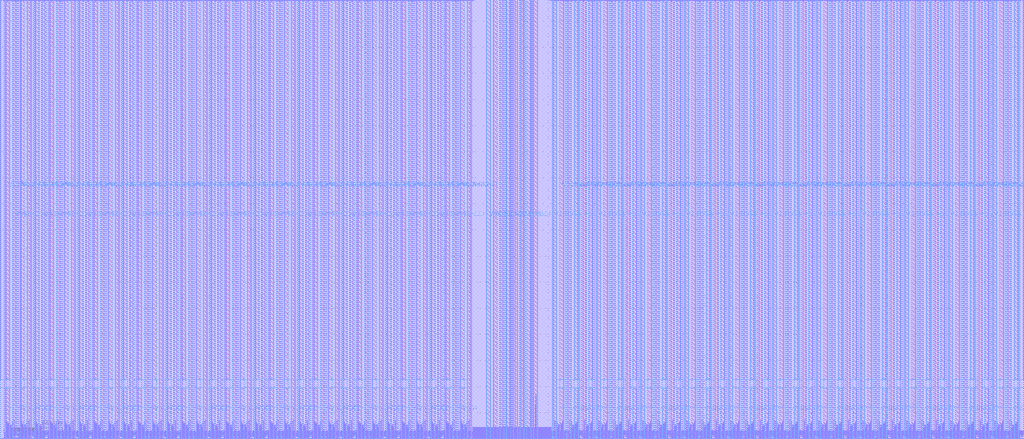
<source format=lef>
########################################################################
#
# Copyright 2023 IHP PDK Authors
# 
# Licensed under the Apache License, Version 2.0 (the "License");
# you may not use this file except in compliance with the License.
# You may obtain a copy of the License at
# 
#    https://www.apache.org/licenses/LICENSE-2.0
# 
# Unless required by applicable law or agreed to in writing, software
# distributed under the License is distributed on an "AS IS" BASIS,
# WITHOUT WARRANTIES OR CONDITIONS OF ANY KIND, either express or implied.
# See the License for the specific language governing permissions and
# limitations under the License.
#
########################################################################

VERSION 5.7 ;
BUSBITCHARS "[]" ;
DIVIDERCHAR "/" ;

MACRO RM_IHPSG13_1P_1024x64_c2_bm_bist
  CLASS BLOCK ;
  ORIGIN 0 0 ;
  FOREIGN RM_IHPSG13_1P_1024x64_c2_bm_bist 0 0 ;
  SIZE 784.48 BY 336.46 ;
  SYMMETRY X Y R90 ;
  PIN A_DIN[32]
    DIRECTION INPUT ;
    USE SIGNAL ;
    ANTENNAPARTIALMETALAREA 1.794 LAYER Metal2 ;
    ANTENNAMODEL OXIDE1 ;
      ANTENNAGATEAREA 0.20085 LAYER Metal2 ;
      ANTENNAMAXAREACAR 9.838188 LAYER Metal2 ;
    PORT
      LAYER Metal2 ;
        RECT 432.49 0 432.75 0.26 ;
    END
  END A_DIN[32]
  PIN A_DIN[31]
    DIRECTION INPUT ;
    USE SIGNAL ;
    ANTENNAPARTIALMETALAREA 1.794 LAYER Metal2 ;
    ANTENNAMODEL OXIDE1 ;
      ANTENNAGATEAREA 0.20085 LAYER Metal2 ;
      ANTENNAMAXAREACAR 9.838188 LAYER Metal2 ;
    PORT
      LAYER Metal2 ;
        RECT 351.73 0 351.99 0.26 ;
    END
  END A_DIN[31]
  PIN A_BIST_DIN[32]
    DIRECTION INPUT ;
    USE SIGNAL ;
    ANTENNAPARTIALMETALAREA 1.6263 LAYER Metal2 ;
    ANTENNAMODEL OXIDE1 ;
      ANTENNAGATEAREA 0.20085 LAYER Metal2 ;
      ANTENNAMAXAREACAR 9.365945 LAYER Metal2 ;
    PORT
      LAYER Metal2 ;
        RECT 431.635 0 431.895 0.26 ;
    END
  END A_BIST_DIN[32]
  PIN A_BIST_DIN[31]
    DIRECTION INPUT ;
    USE SIGNAL ;
    ANTENNAPARTIALMETALAREA 1.6263 LAYER Metal2 ;
    ANTENNAMODEL OXIDE1 ;
      ANTENNAGATEAREA 0.20085 LAYER Metal2 ;
      ANTENNAMAXAREACAR 9.365945 LAYER Metal2 ;
    PORT
      LAYER Metal2 ;
        RECT 352.585 0 352.845 0.26 ;
    END
  END A_BIST_DIN[31]
  PIN A_BM[32]
    DIRECTION INPUT ;
    USE SIGNAL ;
    ANTENNAPARTIALMETALAREA 0.7215 LAYER Metal2 ;
    ANTENNAMODEL OXIDE1 ;
      ANTENNAGATEAREA 0.20085 LAYER Metal2 ;
      ANTENNAMAXAREACAR 4.498382 LAYER Metal2 ;
    PORT
      LAYER Metal2 ;
        RECT 424.65 0 424.91 0.26 ;
    END
  END A_BM[32]
  PIN A_BM[31]
    DIRECTION INPUT ;
    USE SIGNAL ;
    ANTENNAPARTIALMETALAREA 0.7215 LAYER Metal2 ;
    ANTENNAMODEL OXIDE1 ;
      ANTENNAGATEAREA 0.20085 LAYER Metal2 ;
      ANTENNAMAXAREACAR 4.498382 LAYER Metal2 ;
    PORT
      LAYER Metal2 ;
        RECT 359.57 0 359.83 0.26 ;
    END
  END A_BM[31]
  PIN A_BIST_BM[32]
    DIRECTION INPUT ;
    USE SIGNAL ;
    ANTENNAPARTIALMETALAREA 0.7605 LAYER Metal2 ;
    ANTENNAMODEL OXIDE1 ;
      ANTENNAGATEAREA 0.20085 LAYER Metal2 ;
      ANTENNAMAXAREACAR 5.055265 LAYER Metal2 ;
    PORT
      LAYER Metal2 ;
        RECT 426.025 0 426.285 0.26 ;
    END
  END A_BIST_BM[32]
  PIN A_BIST_BM[31]
    DIRECTION INPUT ;
    USE SIGNAL ;
    ANTENNAPARTIALMETALAREA 0.7605 LAYER Metal2 ;
    ANTENNAMODEL OXIDE1 ;
      ANTENNAGATEAREA 0.20085 LAYER Metal2 ;
      ANTENNAMAXAREACAR 5.055265 LAYER Metal2 ;
    PORT
      LAYER Metal2 ;
        RECT 358.195 0 358.455 0.26 ;
    END
  END A_BIST_BM[31]
  PIN A_DOUT[32]
    DIRECTION OUTPUT ;
    USE SIGNAL ;
    ANTENNAPARTIALMETALAREA 3.7095 LAYER Metal2 ;
    ANTENNADIFFAREA 0.988 LAYER Metal2 ;
    PORT
      LAYER Metal2 ;
        RECT 425.16 0 425.42 0.26 ;
    END
  END A_DOUT[32]
  PIN A_DOUT[31]
    DIRECTION OUTPUT ;
    USE SIGNAL ;
    ANTENNAPARTIALMETALAREA 3.7095 LAYER Metal2 ;
    ANTENNADIFFAREA 0.988 LAYER Metal2 ;
    PORT
      LAYER Metal2 ;
        RECT 359.06 0 359.32 0.26 ;
    END
  END A_DOUT[31]
  PIN VSS!
    DIRECTION INOUT ;
    USE GROUND ;
    NETEXPR "vss VSS!" ;
    PORT
      LAYER Metal4 ;
        RECT 771.79 0 774.6 336.46 ;
    END
    PORT
      LAYER Metal4 ;
        RECT 760.55 0 763.36 336.46 ;
    END
    PORT
      LAYER Metal4 ;
        RECT 749.31 0 752.12 336.46 ;
    END
    PORT
      LAYER Metal4 ;
        RECT 738.07 0 740.88 336.46 ;
    END
    PORT
      LAYER Metal4 ;
        RECT 726.83 0 729.64 336.46 ;
    END
    PORT
      LAYER Metal4 ;
        RECT 715.59 0 718.4 336.46 ;
    END
    PORT
      LAYER Metal4 ;
        RECT 704.35 0 707.16 336.46 ;
    END
    PORT
      LAYER Metal4 ;
        RECT 693.11 0 695.92 336.46 ;
    END
    PORT
      LAYER Metal4 ;
        RECT 681.87 0 684.68 336.46 ;
    END
    PORT
      LAYER Metal4 ;
        RECT 670.63 0 673.44 336.46 ;
    END
    PORT
      LAYER Metal4 ;
        RECT 659.39 0 662.2 336.46 ;
    END
    PORT
      LAYER Metal4 ;
        RECT 648.15 0 650.96 336.46 ;
    END
    PORT
      LAYER Metal4 ;
        RECT 636.91 0 639.72 336.46 ;
    END
    PORT
      LAYER Metal4 ;
        RECT 625.67 0 628.48 336.46 ;
    END
    PORT
      LAYER Metal4 ;
        RECT 614.43 0 617.24 336.46 ;
    END
    PORT
      LAYER Metal4 ;
        RECT 603.19 0 606 336.46 ;
    END
    PORT
      LAYER Metal4 ;
        RECT 591.95 0 594.76 336.46 ;
    END
    PORT
      LAYER Metal4 ;
        RECT 580.71 0 583.52 336.46 ;
    END
    PORT
      LAYER Metal4 ;
        RECT 569.47 0 572.28 336.46 ;
    END
    PORT
      LAYER Metal4 ;
        RECT 558.23 0 561.04 336.46 ;
    END
    PORT
      LAYER Metal4 ;
        RECT 546.99 0 549.8 336.46 ;
    END
    PORT
      LAYER Metal4 ;
        RECT 535.75 0 538.56 336.46 ;
    END
    PORT
      LAYER Metal4 ;
        RECT 524.51 0 527.32 336.46 ;
    END
    PORT
      LAYER Metal4 ;
        RECT 513.27 0 516.08 336.46 ;
    END
    PORT
      LAYER Metal4 ;
        RECT 502.03 0 504.84 336.46 ;
    END
    PORT
      LAYER Metal4 ;
        RECT 490.79 0 493.6 336.46 ;
    END
    PORT
      LAYER Metal4 ;
        RECT 479.55 0 482.36 336.46 ;
    END
    PORT
      LAYER Metal4 ;
        RECT 468.31 0 471.12 336.46 ;
    END
    PORT
      LAYER Metal4 ;
        RECT 457.07 0 459.88 336.46 ;
    END
    PORT
      LAYER Metal4 ;
        RECT 445.83 0 448.64 336.46 ;
    END
    PORT
      LAYER Metal4 ;
        RECT 434.59 0 437.4 336.46 ;
    END
    PORT
      LAYER Metal4 ;
        RECT 423.35 0 426.16 336.46 ;
    END
    PORT
      LAYER Metal4 ;
        RECT 408.86 0 411.67 336.46 ;
    END
    PORT
      LAYER Metal4 ;
        RECT 398.56 0 401.37 336.46 ;
    END
    PORT
      LAYER Metal4 ;
        RECT 383.11 0 385.92 336.46 ;
    END
    PORT
      LAYER Metal4 ;
        RECT 372.81 0 375.62 336.46 ;
    END
    PORT
      LAYER Metal4 ;
        RECT 358.32 0 361.13 336.46 ;
    END
    PORT
      LAYER Metal4 ;
        RECT 347.08 0 349.89 336.46 ;
    END
    PORT
      LAYER Metal4 ;
        RECT 335.84 0 338.65 336.46 ;
    END
    PORT
      LAYER Metal4 ;
        RECT 324.6 0 327.41 336.46 ;
    END
    PORT
      LAYER Metal4 ;
        RECT 313.36 0 316.17 336.46 ;
    END
    PORT
      LAYER Metal4 ;
        RECT 302.12 0 304.93 336.46 ;
    END
    PORT
      LAYER Metal4 ;
        RECT 290.88 0 293.69 336.46 ;
    END
    PORT
      LAYER Metal4 ;
        RECT 279.64 0 282.45 336.46 ;
    END
    PORT
      LAYER Metal4 ;
        RECT 268.4 0 271.21 336.46 ;
    END
    PORT
      LAYER Metal4 ;
        RECT 257.16 0 259.97 336.46 ;
    END
    PORT
      LAYER Metal4 ;
        RECT 245.92 0 248.73 336.46 ;
    END
    PORT
      LAYER Metal4 ;
        RECT 234.68 0 237.49 336.46 ;
    END
    PORT
      LAYER Metal4 ;
        RECT 223.44 0 226.25 336.46 ;
    END
    PORT
      LAYER Metal4 ;
        RECT 212.2 0 215.01 336.46 ;
    END
    PORT
      LAYER Metal4 ;
        RECT 200.96 0 203.77 336.46 ;
    END
    PORT
      LAYER Metal4 ;
        RECT 189.72 0 192.53 336.46 ;
    END
    PORT
      LAYER Metal4 ;
        RECT 178.48 0 181.29 336.46 ;
    END
    PORT
      LAYER Metal4 ;
        RECT 167.24 0 170.05 336.46 ;
    END
    PORT
      LAYER Metal4 ;
        RECT 156 0 158.81 336.46 ;
    END
    PORT
      LAYER Metal4 ;
        RECT 144.76 0 147.57 336.46 ;
    END
    PORT
      LAYER Metal4 ;
        RECT 133.52 0 136.33 336.46 ;
    END
    PORT
      LAYER Metal4 ;
        RECT 122.28 0 125.09 336.46 ;
    END
    PORT
      LAYER Metal4 ;
        RECT 111.04 0 113.85 336.46 ;
    END
    PORT
      LAYER Metal4 ;
        RECT 99.8 0 102.61 336.46 ;
    END
    PORT
      LAYER Metal4 ;
        RECT 88.56 0 91.37 336.46 ;
    END
    PORT
      LAYER Metal4 ;
        RECT 77.32 0 80.13 336.46 ;
    END
    PORT
      LAYER Metal4 ;
        RECT 66.08 0 68.89 336.46 ;
    END
    PORT
      LAYER Metal4 ;
        RECT 54.84 0 57.65 336.46 ;
    END
    PORT
      LAYER Metal4 ;
        RECT 43.6 0 46.41 336.46 ;
    END
    PORT
      LAYER Metal4 ;
        RECT 32.36 0 35.17 336.46 ;
    END
    PORT
      LAYER Metal4 ;
        RECT 21.12 0 23.93 336.46 ;
    END
    PORT
      LAYER Metal4 ;
        RECT 9.88 0 12.69 336.46 ;
    END
  END VSS!
  PIN VDD!
    DIRECTION INOUT ;
    USE POWER ;
    NETEXPR "vdd VDD!" ;
    PORT
      LAYER Metal4 ;
        RECT 777.41 0 780.22 38.825 ;
    END
    PORT
      LAYER Metal4 ;
        RECT 766.17 0 768.98 38.825 ;
    END
    PORT
      LAYER Metal4 ;
        RECT 754.93 0 757.74 38.825 ;
    END
    PORT
      LAYER Metal4 ;
        RECT 743.69 0 746.5 38.825 ;
    END
    PORT
      LAYER Metal4 ;
        RECT 732.45 0 735.26 38.825 ;
    END
    PORT
      LAYER Metal4 ;
        RECT 721.21 0 724.02 38.825 ;
    END
    PORT
      LAYER Metal4 ;
        RECT 709.97 0 712.78 38.825 ;
    END
    PORT
      LAYER Metal4 ;
        RECT 698.73 0 701.54 38.825 ;
    END
    PORT
      LAYER Metal4 ;
        RECT 687.49 0 690.3 38.825 ;
    END
    PORT
      LAYER Metal4 ;
        RECT 676.25 0 679.06 38.825 ;
    END
    PORT
      LAYER Metal4 ;
        RECT 665.01 0 667.82 38.825 ;
    END
    PORT
      LAYER Metal4 ;
        RECT 653.77 0 656.58 38.825 ;
    END
    PORT
      LAYER Metal4 ;
        RECT 642.53 0 645.34 38.825 ;
    END
    PORT
      LAYER Metal4 ;
        RECT 631.29 0 634.1 38.825 ;
    END
    PORT
      LAYER Metal4 ;
        RECT 620.05 0 622.86 38.825 ;
    END
    PORT
      LAYER Metal4 ;
        RECT 608.81 0 611.62 38.825 ;
    END
    PORT
      LAYER Metal4 ;
        RECT 597.57 0 600.38 38.825 ;
    END
    PORT
      LAYER Metal4 ;
        RECT 586.33 0 589.14 38.825 ;
    END
    PORT
      LAYER Metal4 ;
        RECT 575.09 0 577.9 38.825 ;
    END
    PORT
      LAYER Metal4 ;
        RECT 563.85 0 566.66 38.825 ;
    END
    PORT
      LAYER Metal4 ;
        RECT 552.61 0 555.42 38.825 ;
    END
    PORT
      LAYER Metal4 ;
        RECT 541.37 0 544.18 38.825 ;
    END
    PORT
      LAYER Metal4 ;
        RECT 530.13 0 532.94 38.825 ;
    END
    PORT
      LAYER Metal4 ;
        RECT 518.89 0 521.7 38.825 ;
    END
    PORT
      LAYER Metal4 ;
        RECT 507.65 0 510.46 38.825 ;
    END
    PORT
      LAYER Metal4 ;
        RECT 496.41 0 499.22 38.825 ;
    END
    PORT
      LAYER Metal4 ;
        RECT 485.17 0 487.98 38.825 ;
    END
    PORT
      LAYER Metal4 ;
        RECT 473.93 0 476.74 38.825 ;
    END
    PORT
      LAYER Metal4 ;
        RECT 462.69 0 465.5 38.825 ;
    END
    PORT
      LAYER Metal4 ;
        RECT 451.45 0 454.26 38.825 ;
    END
    PORT
      LAYER Metal4 ;
        RECT 440.21 0 443.02 38.825 ;
    END
    PORT
      LAYER Metal4 ;
        RECT 428.97 0 431.78 38.825 ;
    END
    PORT
      LAYER Metal4 ;
        RECT 403.71 0 406.52 336.46 ;
    END
    PORT
      LAYER Metal4 ;
        RECT 393.41 0 396.22 336.46 ;
    END
    PORT
      LAYER Metal4 ;
        RECT 388.26 0 391.07 336.46 ;
    END
    PORT
      LAYER Metal4 ;
        RECT 377.96 0 380.77 336.46 ;
    END
    PORT
      LAYER Metal4 ;
        RECT 352.7 0 355.51 38.825 ;
    END
    PORT
      LAYER Metal4 ;
        RECT 341.46 0 344.27 38.825 ;
    END
    PORT
      LAYER Metal4 ;
        RECT 330.22 0 333.03 38.825 ;
    END
    PORT
      LAYER Metal4 ;
        RECT 318.98 0 321.79 38.825 ;
    END
    PORT
      LAYER Metal4 ;
        RECT 307.74 0 310.55 38.825 ;
    END
    PORT
      LAYER Metal4 ;
        RECT 296.5 0 299.31 38.825 ;
    END
    PORT
      LAYER Metal4 ;
        RECT 285.26 0 288.07 38.825 ;
    END
    PORT
      LAYER Metal4 ;
        RECT 274.02 0 276.83 38.825 ;
    END
    PORT
      LAYER Metal4 ;
        RECT 262.78 0 265.59 38.825 ;
    END
    PORT
      LAYER Metal4 ;
        RECT 251.54 0 254.35 38.825 ;
    END
    PORT
      LAYER Metal4 ;
        RECT 240.3 0 243.11 38.825 ;
    END
    PORT
      LAYER Metal4 ;
        RECT 229.06 0 231.87 38.825 ;
    END
    PORT
      LAYER Metal4 ;
        RECT 217.82 0 220.63 38.825 ;
    END
    PORT
      LAYER Metal4 ;
        RECT 206.58 0 209.39 38.825 ;
    END
    PORT
      LAYER Metal4 ;
        RECT 195.34 0 198.15 38.825 ;
    END
    PORT
      LAYER Metal4 ;
        RECT 184.1 0 186.91 38.825 ;
    END
    PORT
      LAYER Metal4 ;
        RECT 172.86 0 175.67 38.825 ;
    END
    PORT
      LAYER Metal4 ;
        RECT 161.62 0 164.43 38.825 ;
    END
    PORT
      LAYER Metal4 ;
        RECT 150.38 0 153.19 38.825 ;
    END
    PORT
      LAYER Metal4 ;
        RECT 139.14 0 141.95 38.825 ;
    END
    PORT
      LAYER Metal4 ;
        RECT 127.9 0 130.71 38.825 ;
    END
    PORT
      LAYER Metal4 ;
        RECT 116.66 0 119.47 38.825 ;
    END
    PORT
      LAYER Metal4 ;
        RECT 105.42 0 108.23 38.825 ;
    END
    PORT
      LAYER Metal4 ;
        RECT 94.18 0 96.99 38.825 ;
    END
    PORT
      LAYER Metal4 ;
        RECT 82.94 0 85.75 38.825 ;
    END
    PORT
      LAYER Metal4 ;
        RECT 71.7 0 74.51 38.825 ;
    END
    PORT
      LAYER Metal4 ;
        RECT 60.46 0 63.27 38.825 ;
    END
    PORT
      LAYER Metal4 ;
        RECT 49.22 0 52.03 38.825 ;
    END
    PORT
      LAYER Metal4 ;
        RECT 37.98 0 40.79 38.825 ;
    END
    PORT
      LAYER Metal4 ;
        RECT 26.74 0 29.55 38.825 ;
    END
    PORT
      LAYER Metal4 ;
        RECT 15.5 0 18.31 38.825 ;
    END
    PORT
      LAYER Metal4 ;
        RECT 4.26 0 7.07 38.825 ;
    END
  END VDD!
  PIN VDDARRAY!
    DIRECTION INOUT ;
    USE POWER ;
    NETEXPR "vddarray VDDARRAY!" ;
    PORT
      LAYER Metal4 ;
        RECT 777.41 45.465 780.22 336.46 ;
    END
    PORT
      LAYER Metal4 ;
        RECT 766.17 45.465 768.98 336.46 ;
    END
    PORT
      LAYER Metal4 ;
        RECT 754.93 45.465 757.74 336.46 ;
    END
    PORT
      LAYER Metal4 ;
        RECT 743.69 45.465 746.5 336.46 ;
    END
    PORT
      LAYER Metal4 ;
        RECT 732.45 45.465 735.26 336.46 ;
    END
    PORT
      LAYER Metal4 ;
        RECT 721.21 45.465 724.02 336.46 ;
    END
    PORT
      LAYER Metal4 ;
        RECT 709.97 45.465 712.78 336.46 ;
    END
    PORT
      LAYER Metal4 ;
        RECT 698.73 45.465 701.54 336.46 ;
    END
    PORT
      LAYER Metal4 ;
        RECT 687.49 45.465 690.3 336.46 ;
    END
    PORT
      LAYER Metal4 ;
        RECT 676.25 45.465 679.06 336.46 ;
    END
    PORT
      LAYER Metal4 ;
        RECT 665.01 45.465 667.82 336.46 ;
    END
    PORT
      LAYER Metal4 ;
        RECT 653.77 45.465 656.58 336.46 ;
    END
    PORT
      LAYER Metal4 ;
        RECT 642.53 45.465 645.34 336.46 ;
    END
    PORT
      LAYER Metal4 ;
        RECT 631.29 45.465 634.1 336.46 ;
    END
    PORT
      LAYER Metal4 ;
        RECT 620.05 45.465 622.86 336.46 ;
    END
    PORT
      LAYER Metal4 ;
        RECT 608.81 45.465 611.62 336.46 ;
    END
    PORT
      LAYER Metal4 ;
        RECT 597.57 45.465 600.38 336.46 ;
    END
    PORT
      LAYER Metal4 ;
        RECT 586.33 45.465 589.14 336.46 ;
    END
    PORT
      LAYER Metal4 ;
        RECT 575.09 45.465 577.9 336.46 ;
    END
    PORT
      LAYER Metal4 ;
        RECT 563.85 45.465 566.66 336.46 ;
    END
    PORT
      LAYER Metal4 ;
        RECT 552.61 45.465 555.42 336.46 ;
    END
    PORT
      LAYER Metal4 ;
        RECT 541.37 45.465 544.18 336.46 ;
    END
    PORT
      LAYER Metal4 ;
        RECT 530.13 45.465 532.94 336.46 ;
    END
    PORT
      LAYER Metal4 ;
        RECT 518.89 45.465 521.7 336.46 ;
    END
    PORT
      LAYER Metal4 ;
        RECT 507.65 45.465 510.46 336.46 ;
    END
    PORT
      LAYER Metal4 ;
        RECT 496.41 45.465 499.22 336.46 ;
    END
    PORT
      LAYER Metal4 ;
        RECT 485.17 45.465 487.98 336.46 ;
    END
    PORT
      LAYER Metal4 ;
        RECT 473.93 45.465 476.74 336.46 ;
    END
    PORT
      LAYER Metal4 ;
        RECT 462.69 45.465 465.5 336.46 ;
    END
    PORT
      LAYER Metal4 ;
        RECT 451.45 45.465 454.26 336.46 ;
    END
    PORT
      LAYER Metal4 ;
        RECT 440.21 45.465 443.02 336.46 ;
    END
    PORT
      LAYER Metal4 ;
        RECT 428.97 45.465 431.78 336.46 ;
    END
    PORT
      LAYER Metal4 ;
        RECT 352.7 45.465 355.51 336.46 ;
    END
    PORT
      LAYER Metal4 ;
        RECT 341.46 45.465 344.27 336.46 ;
    END
    PORT
      LAYER Metal4 ;
        RECT 330.22 45.465 333.03 336.46 ;
    END
    PORT
      LAYER Metal4 ;
        RECT 318.98 45.465 321.79 336.46 ;
    END
    PORT
      LAYER Metal4 ;
        RECT 307.74 45.465 310.55 336.46 ;
    END
    PORT
      LAYER Metal4 ;
        RECT 296.5 45.465 299.31 336.46 ;
    END
    PORT
      LAYER Metal4 ;
        RECT 285.26 45.465 288.07 336.46 ;
    END
    PORT
      LAYER Metal4 ;
        RECT 274.02 45.465 276.83 336.46 ;
    END
    PORT
      LAYER Metal4 ;
        RECT 262.78 45.465 265.59 336.46 ;
    END
    PORT
      LAYER Metal4 ;
        RECT 251.54 45.465 254.35 336.46 ;
    END
    PORT
      LAYER Metal4 ;
        RECT 240.3 45.465 243.11 336.46 ;
    END
    PORT
      LAYER Metal4 ;
        RECT 229.06 45.465 231.87 336.46 ;
    END
    PORT
      LAYER Metal4 ;
        RECT 217.82 45.465 220.63 336.46 ;
    END
    PORT
      LAYER Metal4 ;
        RECT 206.58 45.465 209.39 336.46 ;
    END
    PORT
      LAYER Metal4 ;
        RECT 195.34 45.465 198.15 336.46 ;
    END
    PORT
      LAYER Metal4 ;
        RECT 184.1 45.465 186.91 336.46 ;
    END
    PORT
      LAYER Metal4 ;
        RECT 172.86 45.465 175.67 336.46 ;
    END
    PORT
      LAYER Metal4 ;
        RECT 161.62 45.465 164.43 336.46 ;
    END
    PORT
      LAYER Metal4 ;
        RECT 150.38 45.465 153.19 336.46 ;
    END
    PORT
      LAYER Metal4 ;
        RECT 139.14 45.465 141.95 336.46 ;
    END
    PORT
      LAYER Metal4 ;
        RECT 127.9 45.465 130.71 336.46 ;
    END
    PORT
      LAYER Metal4 ;
        RECT 116.66 45.465 119.47 336.46 ;
    END
    PORT
      LAYER Metal4 ;
        RECT 105.42 45.465 108.23 336.46 ;
    END
    PORT
      LAYER Metal4 ;
        RECT 94.18 45.465 96.99 336.46 ;
    END
    PORT
      LAYER Metal4 ;
        RECT 82.94 45.465 85.75 336.46 ;
    END
    PORT
      LAYER Metal4 ;
        RECT 71.7 45.465 74.51 336.46 ;
    END
    PORT
      LAYER Metal4 ;
        RECT 60.46 45.465 63.27 336.46 ;
    END
    PORT
      LAYER Metal4 ;
        RECT 49.22 45.465 52.03 336.46 ;
    END
    PORT
      LAYER Metal4 ;
        RECT 37.98 45.465 40.79 336.46 ;
    END
    PORT
      LAYER Metal4 ;
        RECT 26.74 45.465 29.55 336.46 ;
    END
    PORT
      LAYER Metal4 ;
        RECT 15.5 45.465 18.31 336.46 ;
    END
    PORT
      LAYER Metal4 ;
        RECT 4.26 45.465 7.07 336.46 ;
    END
  END VDDARRAY!
  PIN A_DIN[33]
    DIRECTION INPUT ;
    USE SIGNAL ;
    ANTENNAPARTIALMETALAREA 1.794 LAYER Metal2 ;
    ANTENNAMODEL OXIDE1 ;
      ANTENNAGATEAREA 0.20085 LAYER Metal2 ;
      ANTENNAMAXAREACAR 9.838188 LAYER Metal2 ;
    PORT
      LAYER Metal2 ;
        RECT 443.73 0 443.99 0.26 ;
    END
  END A_DIN[33]
  PIN A_DIN[30]
    DIRECTION INPUT ;
    USE SIGNAL ;
    ANTENNAPARTIALMETALAREA 1.794 LAYER Metal2 ;
    ANTENNAMODEL OXIDE1 ;
      ANTENNAGATEAREA 0.20085 LAYER Metal2 ;
      ANTENNAMAXAREACAR 9.838188 LAYER Metal2 ;
    PORT
      LAYER Metal2 ;
        RECT 340.49 0 340.75 0.26 ;
    END
  END A_DIN[30]
  PIN A_BIST_DIN[33]
    DIRECTION INPUT ;
    USE SIGNAL ;
    ANTENNAPARTIALMETALAREA 1.6263 LAYER Metal2 ;
    ANTENNAMODEL OXIDE1 ;
      ANTENNAGATEAREA 0.20085 LAYER Metal2 ;
      ANTENNAMAXAREACAR 9.365945 LAYER Metal2 ;
    PORT
      LAYER Metal2 ;
        RECT 442.875 0 443.135 0.26 ;
    END
  END A_BIST_DIN[33]
  PIN A_BIST_DIN[30]
    DIRECTION INPUT ;
    USE SIGNAL ;
    ANTENNAPARTIALMETALAREA 1.6263 LAYER Metal2 ;
    ANTENNAMODEL OXIDE1 ;
      ANTENNAGATEAREA 0.20085 LAYER Metal2 ;
      ANTENNAMAXAREACAR 9.365945 LAYER Metal2 ;
    PORT
      LAYER Metal2 ;
        RECT 341.345 0 341.605 0.26 ;
    END
  END A_BIST_DIN[30]
  PIN A_BM[33]
    DIRECTION INPUT ;
    USE SIGNAL ;
    ANTENNAPARTIALMETALAREA 0.7215 LAYER Metal2 ;
    ANTENNAMODEL OXIDE1 ;
      ANTENNAGATEAREA 0.20085 LAYER Metal2 ;
      ANTENNAMAXAREACAR 4.498382 LAYER Metal2 ;
    PORT
      LAYER Metal2 ;
        RECT 435.89 0 436.15 0.26 ;
    END
  END A_BM[33]
  PIN A_BM[30]
    DIRECTION INPUT ;
    USE SIGNAL ;
    ANTENNAPARTIALMETALAREA 0.7215 LAYER Metal2 ;
    ANTENNAMODEL OXIDE1 ;
      ANTENNAGATEAREA 0.20085 LAYER Metal2 ;
      ANTENNAMAXAREACAR 4.498382 LAYER Metal2 ;
    PORT
      LAYER Metal2 ;
        RECT 348.33 0 348.59 0.26 ;
    END
  END A_BM[30]
  PIN A_BIST_BM[33]
    DIRECTION INPUT ;
    USE SIGNAL ;
    ANTENNAPARTIALMETALAREA 0.7605 LAYER Metal2 ;
    ANTENNAMODEL OXIDE1 ;
      ANTENNAGATEAREA 0.20085 LAYER Metal2 ;
      ANTENNAMAXAREACAR 5.055265 LAYER Metal2 ;
    PORT
      LAYER Metal2 ;
        RECT 437.265 0 437.525 0.26 ;
    END
  END A_BIST_BM[33]
  PIN A_BIST_BM[30]
    DIRECTION INPUT ;
    USE SIGNAL ;
    ANTENNAPARTIALMETALAREA 0.7605 LAYER Metal2 ;
    ANTENNAMODEL OXIDE1 ;
      ANTENNAGATEAREA 0.20085 LAYER Metal2 ;
      ANTENNAMAXAREACAR 5.055265 LAYER Metal2 ;
    PORT
      LAYER Metal2 ;
        RECT 346.955 0 347.215 0.26 ;
    END
  END A_BIST_BM[30]
  PIN A_DOUT[33]
    DIRECTION OUTPUT ;
    USE SIGNAL ;
    ANTENNAPARTIALMETALAREA 3.7095 LAYER Metal2 ;
    ANTENNADIFFAREA 0.988 LAYER Metal2 ;
    PORT
      LAYER Metal2 ;
        RECT 436.4 0 436.66 0.26 ;
    END
  END A_DOUT[33]
  PIN A_DOUT[30]
    DIRECTION OUTPUT ;
    USE SIGNAL ;
    ANTENNAPARTIALMETALAREA 3.7095 LAYER Metal2 ;
    ANTENNADIFFAREA 0.988 LAYER Metal2 ;
    PORT
      LAYER Metal2 ;
        RECT 347.82 0 348.08 0.26 ;
    END
  END A_DOUT[30]
  PIN A_DIN[34]
    DIRECTION INPUT ;
    USE SIGNAL ;
    ANTENNAPARTIALMETALAREA 1.794 LAYER Metal2 ;
    ANTENNAMODEL OXIDE1 ;
      ANTENNAGATEAREA 0.20085 LAYER Metal2 ;
      ANTENNAMAXAREACAR 9.838188 LAYER Metal2 ;
    PORT
      LAYER Metal2 ;
        RECT 454.97 0 455.23 0.26 ;
    END
  END A_DIN[34]
  PIN A_DIN[29]
    DIRECTION INPUT ;
    USE SIGNAL ;
    ANTENNAPARTIALMETALAREA 1.794 LAYER Metal2 ;
    ANTENNAMODEL OXIDE1 ;
      ANTENNAGATEAREA 0.20085 LAYER Metal2 ;
      ANTENNAMAXAREACAR 9.838188 LAYER Metal2 ;
    PORT
      LAYER Metal2 ;
        RECT 329.25 0 329.51 0.26 ;
    END
  END A_DIN[29]
  PIN A_BIST_DIN[34]
    DIRECTION INPUT ;
    USE SIGNAL ;
    ANTENNAPARTIALMETALAREA 1.6263 LAYER Metal2 ;
    ANTENNAMODEL OXIDE1 ;
      ANTENNAGATEAREA 0.20085 LAYER Metal2 ;
      ANTENNAMAXAREACAR 9.365945 LAYER Metal2 ;
    PORT
      LAYER Metal2 ;
        RECT 454.115 0 454.375 0.26 ;
    END
  END A_BIST_DIN[34]
  PIN A_BIST_DIN[29]
    DIRECTION INPUT ;
    USE SIGNAL ;
    ANTENNAPARTIALMETALAREA 1.6263 LAYER Metal2 ;
    ANTENNAMODEL OXIDE1 ;
      ANTENNAGATEAREA 0.20085 LAYER Metal2 ;
      ANTENNAMAXAREACAR 9.365945 LAYER Metal2 ;
    PORT
      LAYER Metal2 ;
        RECT 330.105 0 330.365 0.26 ;
    END
  END A_BIST_DIN[29]
  PIN A_BM[34]
    DIRECTION INPUT ;
    USE SIGNAL ;
    ANTENNAPARTIALMETALAREA 0.7215 LAYER Metal2 ;
    ANTENNAMODEL OXIDE1 ;
      ANTENNAGATEAREA 0.20085 LAYER Metal2 ;
      ANTENNAMAXAREACAR 4.498382 LAYER Metal2 ;
    PORT
      LAYER Metal2 ;
        RECT 447.13 0 447.39 0.26 ;
    END
  END A_BM[34]
  PIN A_BM[29]
    DIRECTION INPUT ;
    USE SIGNAL ;
    ANTENNAPARTIALMETALAREA 0.7215 LAYER Metal2 ;
    ANTENNAMODEL OXIDE1 ;
      ANTENNAGATEAREA 0.20085 LAYER Metal2 ;
      ANTENNAMAXAREACAR 4.498382 LAYER Metal2 ;
    PORT
      LAYER Metal2 ;
        RECT 337.09 0 337.35 0.26 ;
    END
  END A_BM[29]
  PIN A_BIST_BM[34]
    DIRECTION INPUT ;
    USE SIGNAL ;
    ANTENNAPARTIALMETALAREA 0.7605 LAYER Metal2 ;
    ANTENNAMODEL OXIDE1 ;
      ANTENNAGATEAREA 0.20085 LAYER Metal2 ;
      ANTENNAMAXAREACAR 5.055265 LAYER Metal2 ;
    PORT
      LAYER Metal2 ;
        RECT 448.505 0 448.765 0.26 ;
    END
  END A_BIST_BM[34]
  PIN A_BIST_BM[29]
    DIRECTION INPUT ;
    USE SIGNAL ;
    ANTENNAPARTIALMETALAREA 0.7605 LAYER Metal2 ;
    ANTENNAMODEL OXIDE1 ;
      ANTENNAGATEAREA 0.20085 LAYER Metal2 ;
      ANTENNAMAXAREACAR 5.055265 LAYER Metal2 ;
    PORT
      LAYER Metal2 ;
        RECT 335.715 0 335.975 0.26 ;
    END
  END A_BIST_BM[29]
  PIN A_DOUT[34]
    DIRECTION OUTPUT ;
    USE SIGNAL ;
    ANTENNAPARTIALMETALAREA 3.7095 LAYER Metal2 ;
    ANTENNADIFFAREA 0.988 LAYER Metal2 ;
    PORT
      LAYER Metal2 ;
        RECT 447.64 0 447.9 0.26 ;
    END
  END A_DOUT[34]
  PIN A_DOUT[29]
    DIRECTION OUTPUT ;
    USE SIGNAL ;
    ANTENNAPARTIALMETALAREA 3.7095 LAYER Metal2 ;
    ANTENNADIFFAREA 0.988 LAYER Metal2 ;
    PORT
      LAYER Metal2 ;
        RECT 336.58 0 336.84 0.26 ;
    END
  END A_DOUT[29]
  PIN A_DIN[35]
    DIRECTION INPUT ;
    USE SIGNAL ;
    ANTENNAPARTIALMETALAREA 1.794 LAYER Metal2 ;
    ANTENNAMODEL OXIDE1 ;
      ANTENNAGATEAREA 0.20085 LAYER Metal2 ;
      ANTENNAMAXAREACAR 9.838188 LAYER Metal2 ;
    PORT
      LAYER Metal2 ;
        RECT 466.21 0 466.47 0.26 ;
    END
  END A_DIN[35]
  PIN A_DIN[28]
    DIRECTION INPUT ;
    USE SIGNAL ;
    ANTENNAPARTIALMETALAREA 1.794 LAYER Metal2 ;
    ANTENNAMODEL OXIDE1 ;
      ANTENNAGATEAREA 0.20085 LAYER Metal2 ;
      ANTENNAMAXAREACAR 9.838188 LAYER Metal2 ;
    PORT
      LAYER Metal2 ;
        RECT 318.01 0 318.27 0.26 ;
    END
  END A_DIN[28]
  PIN A_BIST_DIN[35]
    DIRECTION INPUT ;
    USE SIGNAL ;
    ANTENNAPARTIALMETALAREA 1.6263 LAYER Metal2 ;
    ANTENNAMODEL OXIDE1 ;
      ANTENNAGATEAREA 0.20085 LAYER Metal2 ;
      ANTENNAMAXAREACAR 9.365945 LAYER Metal2 ;
    PORT
      LAYER Metal2 ;
        RECT 465.355 0 465.615 0.26 ;
    END
  END A_BIST_DIN[35]
  PIN A_BIST_DIN[28]
    DIRECTION INPUT ;
    USE SIGNAL ;
    ANTENNAPARTIALMETALAREA 1.6263 LAYER Metal2 ;
    ANTENNAMODEL OXIDE1 ;
      ANTENNAGATEAREA 0.20085 LAYER Metal2 ;
      ANTENNAMAXAREACAR 9.365945 LAYER Metal2 ;
    PORT
      LAYER Metal2 ;
        RECT 318.865 0 319.125 0.26 ;
    END
  END A_BIST_DIN[28]
  PIN A_BM[35]
    DIRECTION INPUT ;
    USE SIGNAL ;
    ANTENNAPARTIALMETALAREA 0.7215 LAYER Metal2 ;
    ANTENNAMODEL OXIDE1 ;
      ANTENNAGATEAREA 0.20085 LAYER Metal2 ;
      ANTENNAMAXAREACAR 4.498382 LAYER Metal2 ;
    PORT
      LAYER Metal2 ;
        RECT 458.37 0 458.63 0.26 ;
    END
  END A_BM[35]
  PIN A_BM[28]
    DIRECTION INPUT ;
    USE SIGNAL ;
    ANTENNAPARTIALMETALAREA 0.7215 LAYER Metal2 ;
    ANTENNAMODEL OXIDE1 ;
      ANTENNAGATEAREA 0.20085 LAYER Metal2 ;
      ANTENNAMAXAREACAR 4.498382 LAYER Metal2 ;
    PORT
      LAYER Metal2 ;
        RECT 325.85 0 326.11 0.26 ;
    END
  END A_BM[28]
  PIN A_BIST_BM[35]
    DIRECTION INPUT ;
    USE SIGNAL ;
    ANTENNAPARTIALMETALAREA 0.7605 LAYER Metal2 ;
    ANTENNAMODEL OXIDE1 ;
      ANTENNAGATEAREA 0.20085 LAYER Metal2 ;
      ANTENNAMAXAREACAR 5.055265 LAYER Metal2 ;
    PORT
      LAYER Metal2 ;
        RECT 459.745 0 460.005 0.26 ;
    END
  END A_BIST_BM[35]
  PIN A_BIST_BM[28]
    DIRECTION INPUT ;
    USE SIGNAL ;
    ANTENNAPARTIALMETALAREA 0.7605 LAYER Metal2 ;
    ANTENNAMODEL OXIDE1 ;
      ANTENNAGATEAREA 0.20085 LAYER Metal2 ;
      ANTENNAMAXAREACAR 5.055265 LAYER Metal2 ;
    PORT
      LAYER Metal2 ;
        RECT 324.475 0 324.735 0.26 ;
    END
  END A_BIST_BM[28]
  PIN A_DOUT[35]
    DIRECTION OUTPUT ;
    USE SIGNAL ;
    ANTENNAPARTIALMETALAREA 3.7095 LAYER Metal2 ;
    ANTENNADIFFAREA 0.988 LAYER Metal2 ;
    PORT
      LAYER Metal2 ;
        RECT 458.88 0 459.14 0.26 ;
    END
  END A_DOUT[35]
  PIN A_DOUT[28]
    DIRECTION OUTPUT ;
    USE SIGNAL ;
    ANTENNAPARTIALMETALAREA 3.7095 LAYER Metal2 ;
    ANTENNADIFFAREA 0.988 LAYER Metal2 ;
    PORT
      LAYER Metal2 ;
        RECT 325.34 0 325.6 0.26 ;
    END
  END A_DOUT[28]
  PIN A_DIN[36]
    DIRECTION INPUT ;
    USE SIGNAL ;
    ANTENNAPARTIALMETALAREA 1.794 LAYER Metal2 ;
    ANTENNAMODEL OXIDE1 ;
      ANTENNAGATEAREA 0.20085 LAYER Metal2 ;
      ANTENNAMAXAREACAR 9.838188 LAYER Metal2 ;
    PORT
      LAYER Metal2 ;
        RECT 477.45 0 477.71 0.26 ;
    END
  END A_DIN[36]
  PIN A_DIN[27]
    DIRECTION INPUT ;
    USE SIGNAL ;
    ANTENNAPARTIALMETALAREA 1.794 LAYER Metal2 ;
    ANTENNAMODEL OXIDE1 ;
      ANTENNAGATEAREA 0.20085 LAYER Metal2 ;
      ANTENNAMAXAREACAR 9.838188 LAYER Metal2 ;
    PORT
      LAYER Metal2 ;
        RECT 306.77 0 307.03 0.26 ;
    END
  END A_DIN[27]
  PIN A_BIST_DIN[36]
    DIRECTION INPUT ;
    USE SIGNAL ;
    ANTENNAPARTIALMETALAREA 1.6263 LAYER Metal2 ;
    ANTENNAMODEL OXIDE1 ;
      ANTENNAGATEAREA 0.20085 LAYER Metal2 ;
      ANTENNAMAXAREACAR 9.365945 LAYER Metal2 ;
    PORT
      LAYER Metal2 ;
        RECT 476.595 0 476.855 0.26 ;
    END
  END A_BIST_DIN[36]
  PIN A_BIST_DIN[27]
    DIRECTION INPUT ;
    USE SIGNAL ;
    ANTENNAPARTIALMETALAREA 1.6263 LAYER Metal2 ;
    ANTENNAMODEL OXIDE1 ;
      ANTENNAGATEAREA 0.20085 LAYER Metal2 ;
      ANTENNAMAXAREACAR 9.365945 LAYER Metal2 ;
    PORT
      LAYER Metal2 ;
        RECT 307.625 0 307.885 0.26 ;
    END
  END A_BIST_DIN[27]
  PIN A_BM[36]
    DIRECTION INPUT ;
    USE SIGNAL ;
    ANTENNAPARTIALMETALAREA 0.7215 LAYER Metal2 ;
    ANTENNAMODEL OXIDE1 ;
      ANTENNAGATEAREA 0.20085 LAYER Metal2 ;
      ANTENNAMAXAREACAR 4.498382 LAYER Metal2 ;
    PORT
      LAYER Metal2 ;
        RECT 469.61 0 469.87 0.26 ;
    END
  END A_BM[36]
  PIN A_BM[27]
    DIRECTION INPUT ;
    USE SIGNAL ;
    ANTENNAPARTIALMETALAREA 0.7215 LAYER Metal2 ;
    ANTENNAMODEL OXIDE1 ;
      ANTENNAGATEAREA 0.20085 LAYER Metal2 ;
      ANTENNAMAXAREACAR 4.498382 LAYER Metal2 ;
    PORT
      LAYER Metal2 ;
        RECT 314.61 0 314.87 0.26 ;
    END
  END A_BM[27]
  PIN A_BIST_BM[36]
    DIRECTION INPUT ;
    USE SIGNAL ;
    ANTENNAPARTIALMETALAREA 0.7605 LAYER Metal2 ;
    ANTENNAMODEL OXIDE1 ;
      ANTENNAGATEAREA 0.20085 LAYER Metal2 ;
      ANTENNAMAXAREACAR 5.055265 LAYER Metal2 ;
    PORT
      LAYER Metal2 ;
        RECT 470.985 0 471.245 0.26 ;
    END
  END A_BIST_BM[36]
  PIN A_BIST_BM[27]
    DIRECTION INPUT ;
    USE SIGNAL ;
    ANTENNAPARTIALMETALAREA 0.7605 LAYER Metal2 ;
    ANTENNAMODEL OXIDE1 ;
      ANTENNAGATEAREA 0.20085 LAYER Metal2 ;
      ANTENNAMAXAREACAR 5.055265 LAYER Metal2 ;
    PORT
      LAYER Metal2 ;
        RECT 313.235 0 313.495 0.26 ;
    END
  END A_BIST_BM[27]
  PIN A_DOUT[36]
    DIRECTION OUTPUT ;
    USE SIGNAL ;
    ANTENNAPARTIALMETALAREA 3.7095 LAYER Metal2 ;
    ANTENNADIFFAREA 0.988 LAYER Metal2 ;
    PORT
      LAYER Metal2 ;
        RECT 470.12 0 470.38 0.26 ;
    END
  END A_DOUT[36]
  PIN A_DOUT[27]
    DIRECTION OUTPUT ;
    USE SIGNAL ;
    ANTENNAPARTIALMETALAREA 3.7095 LAYER Metal2 ;
    ANTENNADIFFAREA 0.988 LAYER Metal2 ;
    PORT
      LAYER Metal2 ;
        RECT 314.1 0 314.36 0.26 ;
    END
  END A_DOUT[27]
  PIN A_DIN[37]
    DIRECTION INPUT ;
    USE SIGNAL ;
    ANTENNAPARTIALMETALAREA 1.794 LAYER Metal2 ;
    ANTENNAMODEL OXIDE1 ;
      ANTENNAGATEAREA 0.20085 LAYER Metal2 ;
      ANTENNAMAXAREACAR 9.838188 LAYER Metal2 ;
    PORT
      LAYER Metal2 ;
        RECT 488.69 0 488.95 0.26 ;
    END
  END A_DIN[37]
  PIN A_DIN[26]
    DIRECTION INPUT ;
    USE SIGNAL ;
    ANTENNAPARTIALMETALAREA 1.794 LAYER Metal2 ;
    ANTENNAMODEL OXIDE1 ;
      ANTENNAGATEAREA 0.20085 LAYER Metal2 ;
      ANTENNAMAXAREACAR 9.838188 LAYER Metal2 ;
    PORT
      LAYER Metal2 ;
        RECT 295.53 0 295.79 0.26 ;
    END
  END A_DIN[26]
  PIN A_BIST_DIN[37]
    DIRECTION INPUT ;
    USE SIGNAL ;
    ANTENNAPARTIALMETALAREA 1.6263 LAYER Metal2 ;
    ANTENNAMODEL OXIDE1 ;
      ANTENNAGATEAREA 0.20085 LAYER Metal2 ;
      ANTENNAMAXAREACAR 9.365945 LAYER Metal2 ;
    PORT
      LAYER Metal2 ;
        RECT 487.835 0 488.095 0.26 ;
    END
  END A_BIST_DIN[37]
  PIN A_BIST_DIN[26]
    DIRECTION INPUT ;
    USE SIGNAL ;
    ANTENNAPARTIALMETALAREA 1.6263 LAYER Metal2 ;
    ANTENNAMODEL OXIDE1 ;
      ANTENNAGATEAREA 0.20085 LAYER Metal2 ;
      ANTENNAMAXAREACAR 9.365945 LAYER Metal2 ;
    PORT
      LAYER Metal2 ;
        RECT 296.385 0 296.645 0.26 ;
    END
  END A_BIST_DIN[26]
  PIN A_BM[37]
    DIRECTION INPUT ;
    USE SIGNAL ;
    ANTENNAPARTIALMETALAREA 0.7215 LAYER Metal2 ;
    ANTENNAMODEL OXIDE1 ;
      ANTENNAGATEAREA 0.20085 LAYER Metal2 ;
      ANTENNAMAXAREACAR 4.498382 LAYER Metal2 ;
    PORT
      LAYER Metal2 ;
        RECT 480.85 0 481.11 0.26 ;
    END
  END A_BM[37]
  PIN A_BM[26]
    DIRECTION INPUT ;
    USE SIGNAL ;
    ANTENNAPARTIALMETALAREA 0.7215 LAYER Metal2 ;
    ANTENNAMODEL OXIDE1 ;
      ANTENNAGATEAREA 0.20085 LAYER Metal2 ;
      ANTENNAMAXAREACAR 4.498382 LAYER Metal2 ;
    PORT
      LAYER Metal2 ;
        RECT 303.37 0 303.63 0.26 ;
    END
  END A_BM[26]
  PIN A_BIST_BM[37]
    DIRECTION INPUT ;
    USE SIGNAL ;
    ANTENNAPARTIALMETALAREA 0.7605 LAYER Metal2 ;
    ANTENNAMODEL OXIDE1 ;
      ANTENNAGATEAREA 0.20085 LAYER Metal2 ;
      ANTENNAMAXAREACAR 5.055265 LAYER Metal2 ;
    PORT
      LAYER Metal2 ;
        RECT 482.225 0 482.485 0.26 ;
    END
  END A_BIST_BM[37]
  PIN A_BIST_BM[26]
    DIRECTION INPUT ;
    USE SIGNAL ;
    ANTENNAPARTIALMETALAREA 0.7605 LAYER Metal2 ;
    ANTENNAMODEL OXIDE1 ;
      ANTENNAGATEAREA 0.20085 LAYER Metal2 ;
      ANTENNAMAXAREACAR 5.055265 LAYER Metal2 ;
    PORT
      LAYER Metal2 ;
        RECT 301.995 0 302.255 0.26 ;
    END
  END A_BIST_BM[26]
  PIN A_DOUT[37]
    DIRECTION OUTPUT ;
    USE SIGNAL ;
    ANTENNAPARTIALMETALAREA 3.7095 LAYER Metal2 ;
    ANTENNADIFFAREA 0.988 LAYER Metal2 ;
    PORT
      LAYER Metal2 ;
        RECT 481.36 0 481.62 0.26 ;
    END
  END A_DOUT[37]
  PIN A_DOUT[26]
    DIRECTION OUTPUT ;
    USE SIGNAL ;
    ANTENNAPARTIALMETALAREA 3.7095 LAYER Metal2 ;
    ANTENNADIFFAREA 0.988 LAYER Metal2 ;
    PORT
      LAYER Metal2 ;
        RECT 302.86 0 303.12 0.26 ;
    END
  END A_DOUT[26]
  PIN A_DIN[38]
    DIRECTION INPUT ;
    USE SIGNAL ;
    ANTENNAPARTIALMETALAREA 1.794 LAYER Metal2 ;
    ANTENNAMODEL OXIDE1 ;
      ANTENNAGATEAREA 0.20085 LAYER Metal2 ;
      ANTENNAMAXAREACAR 9.838188 LAYER Metal2 ;
    PORT
      LAYER Metal2 ;
        RECT 499.93 0 500.19 0.26 ;
    END
  END A_DIN[38]
  PIN A_DIN[25]
    DIRECTION INPUT ;
    USE SIGNAL ;
    ANTENNAPARTIALMETALAREA 1.794 LAYER Metal2 ;
    ANTENNAMODEL OXIDE1 ;
      ANTENNAGATEAREA 0.20085 LAYER Metal2 ;
      ANTENNAMAXAREACAR 9.838188 LAYER Metal2 ;
    PORT
      LAYER Metal2 ;
        RECT 284.29 0 284.55 0.26 ;
    END
  END A_DIN[25]
  PIN A_BIST_DIN[38]
    DIRECTION INPUT ;
    USE SIGNAL ;
    ANTENNAPARTIALMETALAREA 1.6263 LAYER Metal2 ;
    ANTENNAMODEL OXIDE1 ;
      ANTENNAGATEAREA 0.20085 LAYER Metal2 ;
      ANTENNAMAXAREACAR 9.365945 LAYER Metal2 ;
    PORT
      LAYER Metal2 ;
        RECT 499.075 0 499.335 0.26 ;
    END
  END A_BIST_DIN[38]
  PIN A_BIST_DIN[25]
    DIRECTION INPUT ;
    USE SIGNAL ;
    ANTENNAPARTIALMETALAREA 1.6263 LAYER Metal2 ;
    ANTENNAMODEL OXIDE1 ;
      ANTENNAGATEAREA 0.20085 LAYER Metal2 ;
      ANTENNAMAXAREACAR 9.365945 LAYER Metal2 ;
    PORT
      LAYER Metal2 ;
        RECT 285.145 0 285.405 0.26 ;
    END
  END A_BIST_DIN[25]
  PIN A_BM[38]
    DIRECTION INPUT ;
    USE SIGNAL ;
    ANTENNAPARTIALMETALAREA 0.7215 LAYER Metal2 ;
    ANTENNAMODEL OXIDE1 ;
      ANTENNAGATEAREA 0.20085 LAYER Metal2 ;
      ANTENNAMAXAREACAR 4.498382 LAYER Metal2 ;
    PORT
      LAYER Metal2 ;
        RECT 492.09 0 492.35 0.26 ;
    END
  END A_BM[38]
  PIN A_BM[25]
    DIRECTION INPUT ;
    USE SIGNAL ;
    ANTENNAPARTIALMETALAREA 0.7215 LAYER Metal2 ;
    ANTENNAMODEL OXIDE1 ;
      ANTENNAGATEAREA 0.20085 LAYER Metal2 ;
      ANTENNAMAXAREACAR 4.498382 LAYER Metal2 ;
    PORT
      LAYER Metal2 ;
        RECT 292.13 0 292.39 0.26 ;
    END
  END A_BM[25]
  PIN A_BIST_BM[38]
    DIRECTION INPUT ;
    USE SIGNAL ;
    ANTENNAPARTIALMETALAREA 0.7605 LAYER Metal2 ;
    ANTENNAMODEL OXIDE1 ;
      ANTENNAGATEAREA 0.20085 LAYER Metal2 ;
      ANTENNAMAXAREACAR 5.055265 LAYER Metal2 ;
    PORT
      LAYER Metal2 ;
        RECT 493.465 0 493.725 0.26 ;
    END
  END A_BIST_BM[38]
  PIN A_BIST_BM[25]
    DIRECTION INPUT ;
    USE SIGNAL ;
    ANTENNAPARTIALMETALAREA 0.7605 LAYER Metal2 ;
    ANTENNAMODEL OXIDE1 ;
      ANTENNAGATEAREA 0.20085 LAYER Metal2 ;
      ANTENNAMAXAREACAR 5.055265 LAYER Metal2 ;
    PORT
      LAYER Metal2 ;
        RECT 290.755 0 291.015 0.26 ;
    END
  END A_BIST_BM[25]
  PIN A_DOUT[38]
    DIRECTION OUTPUT ;
    USE SIGNAL ;
    ANTENNAPARTIALMETALAREA 3.7095 LAYER Metal2 ;
    ANTENNADIFFAREA 0.988 LAYER Metal2 ;
    PORT
      LAYER Metal2 ;
        RECT 492.6 0 492.86 0.26 ;
    END
  END A_DOUT[38]
  PIN A_DOUT[25]
    DIRECTION OUTPUT ;
    USE SIGNAL ;
    ANTENNAPARTIALMETALAREA 3.7095 LAYER Metal2 ;
    ANTENNADIFFAREA 0.988 LAYER Metal2 ;
    PORT
      LAYER Metal2 ;
        RECT 291.62 0 291.88 0.26 ;
    END
  END A_DOUT[25]
  PIN A_DIN[39]
    DIRECTION INPUT ;
    USE SIGNAL ;
    ANTENNAPARTIALMETALAREA 1.794 LAYER Metal2 ;
    ANTENNAMODEL OXIDE1 ;
      ANTENNAGATEAREA 0.20085 LAYER Metal2 ;
      ANTENNAMAXAREACAR 9.838188 LAYER Metal2 ;
    PORT
      LAYER Metal2 ;
        RECT 511.17 0 511.43 0.26 ;
    END
  END A_DIN[39]
  PIN A_DIN[24]
    DIRECTION INPUT ;
    USE SIGNAL ;
    ANTENNAPARTIALMETALAREA 1.794 LAYER Metal2 ;
    ANTENNAMODEL OXIDE1 ;
      ANTENNAGATEAREA 0.20085 LAYER Metal2 ;
      ANTENNAMAXAREACAR 9.838188 LAYER Metal2 ;
    PORT
      LAYER Metal2 ;
        RECT 273.05 0 273.31 0.26 ;
    END
  END A_DIN[24]
  PIN A_BIST_DIN[39]
    DIRECTION INPUT ;
    USE SIGNAL ;
    ANTENNAPARTIALMETALAREA 1.6263 LAYER Metal2 ;
    ANTENNAMODEL OXIDE1 ;
      ANTENNAGATEAREA 0.20085 LAYER Metal2 ;
      ANTENNAMAXAREACAR 9.365945 LAYER Metal2 ;
    PORT
      LAYER Metal2 ;
        RECT 510.315 0 510.575 0.26 ;
    END
  END A_BIST_DIN[39]
  PIN A_BIST_DIN[24]
    DIRECTION INPUT ;
    USE SIGNAL ;
    ANTENNAPARTIALMETALAREA 1.6263 LAYER Metal2 ;
    ANTENNAMODEL OXIDE1 ;
      ANTENNAGATEAREA 0.20085 LAYER Metal2 ;
      ANTENNAMAXAREACAR 9.365945 LAYER Metal2 ;
    PORT
      LAYER Metal2 ;
        RECT 273.905 0 274.165 0.26 ;
    END
  END A_BIST_DIN[24]
  PIN A_BM[39]
    DIRECTION INPUT ;
    USE SIGNAL ;
    ANTENNAPARTIALMETALAREA 0.7215 LAYER Metal2 ;
    ANTENNAMODEL OXIDE1 ;
      ANTENNAGATEAREA 0.20085 LAYER Metal2 ;
      ANTENNAMAXAREACAR 4.498382 LAYER Metal2 ;
    PORT
      LAYER Metal2 ;
        RECT 503.33 0 503.59 0.26 ;
    END
  END A_BM[39]
  PIN A_BM[24]
    DIRECTION INPUT ;
    USE SIGNAL ;
    ANTENNAPARTIALMETALAREA 0.7215 LAYER Metal2 ;
    ANTENNAMODEL OXIDE1 ;
      ANTENNAGATEAREA 0.20085 LAYER Metal2 ;
      ANTENNAMAXAREACAR 4.498382 LAYER Metal2 ;
    PORT
      LAYER Metal2 ;
        RECT 280.89 0 281.15 0.26 ;
    END
  END A_BM[24]
  PIN A_BIST_BM[39]
    DIRECTION INPUT ;
    USE SIGNAL ;
    ANTENNAPARTIALMETALAREA 0.7605 LAYER Metal2 ;
    ANTENNAMODEL OXIDE1 ;
      ANTENNAGATEAREA 0.20085 LAYER Metal2 ;
      ANTENNAMAXAREACAR 5.055265 LAYER Metal2 ;
    PORT
      LAYER Metal2 ;
        RECT 504.705 0 504.965 0.26 ;
    END
  END A_BIST_BM[39]
  PIN A_BIST_BM[24]
    DIRECTION INPUT ;
    USE SIGNAL ;
    ANTENNAPARTIALMETALAREA 0.7605 LAYER Metal2 ;
    ANTENNAMODEL OXIDE1 ;
      ANTENNAGATEAREA 0.20085 LAYER Metal2 ;
      ANTENNAMAXAREACAR 5.055265 LAYER Metal2 ;
    PORT
      LAYER Metal2 ;
        RECT 279.515 0 279.775 0.26 ;
    END
  END A_BIST_BM[24]
  PIN A_DOUT[39]
    DIRECTION OUTPUT ;
    USE SIGNAL ;
    ANTENNAPARTIALMETALAREA 3.7095 LAYER Metal2 ;
    ANTENNADIFFAREA 0.988 LAYER Metal2 ;
    PORT
      LAYER Metal2 ;
        RECT 503.84 0 504.1 0.26 ;
    END
  END A_DOUT[39]
  PIN A_DOUT[24]
    DIRECTION OUTPUT ;
    USE SIGNAL ;
    ANTENNAPARTIALMETALAREA 3.7095 LAYER Metal2 ;
    ANTENNADIFFAREA 0.988 LAYER Metal2 ;
    PORT
      LAYER Metal2 ;
        RECT 280.38 0 280.64 0.26 ;
    END
  END A_DOUT[24]
  PIN A_DIN[40]
    DIRECTION INPUT ;
    USE SIGNAL ;
    ANTENNAPARTIALMETALAREA 1.794 LAYER Metal2 ;
    ANTENNAMODEL OXIDE1 ;
      ANTENNAGATEAREA 0.20085 LAYER Metal2 ;
      ANTENNAMAXAREACAR 9.838188 LAYER Metal2 ;
    PORT
      LAYER Metal2 ;
        RECT 522.41 0 522.67 0.26 ;
    END
  END A_DIN[40]
  PIN A_DIN[23]
    DIRECTION INPUT ;
    USE SIGNAL ;
    ANTENNAPARTIALMETALAREA 1.794 LAYER Metal2 ;
    ANTENNAMODEL OXIDE1 ;
      ANTENNAGATEAREA 0.20085 LAYER Metal2 ;
      ANTENNAMAXAREACAR 9.838188 LAYER Metal2 ;
    PORT
      LAYER Metal2 ;
        RECT 261.81 0 262.07 0.26 ;
    END
  END A_DIN[23]
  PIN A_BIST_DIN[40]
    DIRECTION INPUT ;
    USE SIGNAL ;
    ANTENNAPARTIALMETALAREA 1.6263 LAYER Metal2 ;
    ANTENNAMODEL OXIDE1 ;
      ANTENNAGATEAREA 0.20085 LAYER Metal2 ;
      ANTENNAMAXAREACAR 9.365945 LAYER Metal2 ;
    PORT
      LAYER Metal2 ;
        RECT 521.555 0 521.815 0.26 ;
    END
  END A_BIST_DIN[40]
  PIN A_BIST_DIN[23]
    DIRECTION INPUT ;
    USE SIGNAL ;
    ANTENNAPARTIALMETALAREA 1.6263 LAYER Metal2 ;
    ANTENNAMODEL OXIDE1 ;
      ANTENNAGATEAREA 0.20085 LAYER Metal2 ;
      ANTENNAMAXAREACAR 9.365945 LAYER Metal2 ;
    PORT
      LAYER Metal2 ;
        RECT 262.665 0 262.925 0.26 ;
    END
  END A_BIST_DIN[23]
  PIN A_BM[40]
    DIRECTION INPUT ;
    USE SIGNAL ;
    ANTENNAPARTIALMETALAREA 0.7215 LAYER Metal2 ;
    ANTENNAMODEL OXIDE1 ;
      ANTENNAGATEAREA 0.20085 LAYER Metal2 ;
      ANTENNAMAXAREACAR 4.498382 LAYER Metal2 ;
    PORT
      LAYER Metal2 ;
        RECT 514.57 0 514.83 0.26 ;
    END
  END A_BM[40]
  PIN A_BM[23]
    DIRECTION INPUT ;
    USE SIGNAL ;
    ANTENNAPARTIALMETALAREA 0.7215 LAYER Metal2 ;
    ANTENNAMODEL OXIDE1 ;
      ANTENNAGATEAREA 0.20085 LAYER Metal2 ;
      ANTENNAMAXAREACAR 4.498382 LAYER Metal2 ;
    PORT
      LAYER Metal2 ;
        RECT 269.65 0 269.91 0.26 ;
    END
  END A_BM[23]
  PIN A_BIST_BM[40]
    DIRECTION INPUT ;
    USE SIGNAL ;
    ANTENNAPARTIALMETALAREA 0.7605 LAYER Metal2 ;
    ANTENNAMODEL OXIDE1 ;
      ANTENNAGATEAREA 0.20085 LAYER Metal2 ;
      ANTENNAMAXAREACAR 5.055265 LAYER Metal2 ;
    PORT
      LAYER Metal2 ;
        RECT 515.945 0 516.205 0.26 ;
    END
  END A_BIST_BM[40]
  PIN A_BIST_BM[23]
    DIRECTION INPUT ;
    USE SIGNAL ;
    ANTENNAPARTIALMETALAREA 0.7605 LAYER Metal2 ;
    ANTENNAMODEL OXIDE1 ;
      ANTENNAGATEAREA 0.20085 LAYER Metal2 ;
      ANTENNAMAXAREACAR 5.055265 LAYER Metal2 ;
    PORT
      LAYER Metal2 ;
        RECT 268.275 0 268.535 0.26 ;
    END
  END A_BIST_BM[23]
  PIN A_DOUT[40]
    DIRECTION OUTPUT ;
    USE SIGNAL ;
    ANTENNAPARTIALMETALAREA 3.7095 LAYER Metal2 ;
    ANTENNADIFFAREA 0.988 LAYER Metal2 ;
    PORT
      LAYER Metal2 ;
        RECT 515.08 0 515.34 0.26 ;
    END
  END A_DOUT[40]
  PIN A_DOUT[23]
    DIRECTION OUTPUT ;
    USE SIGNAL ;
    ANTENNAPARTIALMETALAREA 3.7095 LAYER Metal2 ;
    ANTENNADIFFAREA 0.988 LAYER Metal2 ;
    PORT
      LAYER Metal2 ;
        RECT 269.14 0 269.4 0.26 ;
    END
  END A_DOUT[23]
  PIN A_DIN[41]
    DIRECTION INPUT ;
    USE SIGNAL ;
    ANTENNAPARTIALMETALAREA 1.794 LAYER Metal2 ;
    ANTENNAMODEL OXIDE1 ;
      ANTENNAGATEAREA 0.20085 LAYER Metal2 ;
      ANTENNAMAXAREACAR 9.838188 LAYER Metal2 ;
    PORT
      LAYER Metal2 ;
        RECT 533.65 0 533.91 0.26 ;
    END
  END A_DIN[41]
  PIN A_DIN[22]
    DIRECTION INPUT ;
    USE SIGNAL ;
    ANTENNAPARTIALMETALAREA 1.794 LAYER Metal2 ;
    ANTENNAMODEL OXIDE1 ;
      ANTENNAGATEAREA 0.20085 LAYER Metal2 ;
      ANTENNAMAXAREACAR 9.838188 LAYER Metal2 ;
    PORT
      LAYER Metal2 ;
        RECT 250.57 0 250.83 0.26 ;
    END
  END A_DIN[22]
  PIN A_BIST_DIN[41]
    DIRECTION INPUT ;
    USE SIGNAL ;
    ANTENNAPARTIALMETALAREA 1.6263 LAYER Metal2 ;
    ANTENNAMODEL OXIDE1 ;
      ANTENNAGATEAREA 0.20085 LAYER Metal2 ;
      ANTENNAMAXAREACAR 9.365945 LAYER Metal2 ;
    PORT
      LAYER Metal2 ;
        RECT 532.795 0 533.055 0.26 ;
    END
  END A_BIST_DIN[41]
  PIN A_BIST_DIN[22]
    DIRECTION INPUT ;
    USE SIGNAL ;
    ANTENNAPARTIALMETALAREA 1.6263 LAYER Metal2 ;
    ANTENNAMODEL OXIDE1 ;
      ANTENNAGATEAREA 0.20085 LAYER Metal2 ;
      ANTENNAMAXAREACAR 9.365945 LAYER Metal2 ;
    PORT
      LAYER Metal2 ;
        RECT 251.425 0 251.685 0.26 ;
    END
  END A_BIST_DIN[22]
  PIN A_BM[41]
    DIRECTION INPUT ;
    USE SIGNAL ;
    ANTENNAPARTIALMETALAREA 0.7215 LAYER Metal2 ;
    ANTENNAMODEL OXIDE1 ;
      ANTENNAGATEAREA 0.20085 LAYER Metal2 ;
      ANTENNAMAXAREACAR 4.498382 LAYER Metal2 ;
    PORT
      LAYER Metal2 ;
        RECT 525.81 0 526.07 0.26 ;
    END
  END A_BM[41]
  PIN A_BM[22]
    DIRECTION INPUT ;
    USE SIGNAL ;
    ANTENNAPARTIALMETALAREA 0.7215 LAYER Metal2 ;
    ANTENNAMODEL OXIDE1 ;
      ANTENNAGATEAREA 0.20085 LAYER Metal2 ;
      ANTENNAMAXAREACAR 4.498382 LAYER Metal2 ;
    PORT
      LAYER Metal2 ;
        RECT 258.41 0 258.67 0.26 ;
    END
  END A_BM[22]
  PIN A_BIST_BM[41]
    DIRECTION INPUT ;
    USE SIGNAL ;
    ANTENNAPARTIALMETALAREA 0.7605 LAYER Metal2 ;
    ANTENNAMODEL OXIDE1 ;
      ANTENNAGATEAREA 0.20085 LAYER Metal2 ;
      ANTENNAMAXAREACAR 5.055265 LAYER Metal2 ;
    PORT
      LAYER Metal2 ;
        RECT 527.185 0 527.445 0.26 ;
    END
  END A_BIST_BM[41]
  PIN A_BIST_BM[22]
    DIRECTION INPUT ;
    USE SIGNAL ;
    ANTENNAPARTIALMETALAREA 0.7605 LAYER Metal2 ;
    ANTENNAMODEL OXIDE1 ;
      ANTENNAGATEAREA 0.20085 LAYER Metal2 ;
      ANTENNAMAXAREACAR 5.055265 LAYER Metal2 ;
    PORT
      LAYER Metal2 ;
        RECT 257.035 0 257.295 0.26 ;
    END
  END A_BIST_BM[22]
  PIN A_DOUT[41]
    DIRECTION OUTPUT ;
    USE SIGNAL ;
    ANTENNAPARTIALMETALAREA 3.7095 LAYER Metal2 ;
    ANTENNADIFFAREA 0.988 LAYER Metal2 ;
    PORT
      LAYER Metal2 ;
        RECT 526.32 0 526.58 0.26 ;
    END
  END A_DOUT[41]
  PIN A_DOUT[22]
    DIRECTION OUTPUT ;
    USE SIGNAL ;
    ANTENNAPARTIALMETALAREA 3.7095 LAYER Metal2 ;
    ANTENNADIFFAREA 0.988 LAYER Metal2 ;
    PORT
      LAYER Metal2 ;
        RECT 257.9 0 258.16 0.26 ;
    END
  END A_DOUT[22]
  PIN A_DIN[42]
    DIRECTION INPUT ;
    USE SIGNAL ;
    ANTENNAPARTIALMETALAREA 1.794 LAYER Metal2 ;
    ANTENNAMODEL OXIDE1 ;
      ANTENNAGATEAREA 0.20085 LAYER Metal2 ;
      ANTENNAMAXAREACAR 9.838188 LAYER Metal2 ;
    PORT
      LAYER Metal2 ;
        RECT 544.89 0 545.15 0.26 ;
    END
  END A_DIN[42]
  PIN A_DIN[21]
    DIRECTION INPUT ;
    USE SIGNAL ;
    ANTENNAPARTIALMETALAREA 1.794 LAYER Metal2 ;
    ANTENNAMODEL OXIDE1 ;
      ANTENNAGATEAREA 0.20085 LAYER Metal2 ;
      ANTENNAMAXAREACAR 9.838188 LAYER Metal2 ;
    PORT
      LAYER Metal2 ;
        RECT 239.33 0 239.59 0.26 ;
    END
  END A_DIN[21]
  PIN A_BIST_DIN[42]
    DIRECTION INPUT ;
    USE SIGNAL ;
    ANTENNAPARTIALMETALAREA 1.6263 LAYER Metal2 ;
    ANTENNAMODEL OXIDE1 ;
      ANTENNAGATEAREA 0.20085 LAYER Metal2 ;
      ANTENNAMAXAREACAR 9.365945 LAYER Metal2 ;
    PORT
      LAYER Metal2 ;
        RECT 544.035 0 544.295 0.26 ;
    END
  END A_BIST_DIN[42]
  PIN A_BIST_DIN[21]
    DIRECTION INPUT ;
    USE SIGNAL ;
    ANTENNAPARTIALMETALAREA 1.6263 LAYER Metal2 ;
    ANTENNAMODEL OXIDE1 ;
      ANTENNAGATEAREA 0.20085 LAYER Metal2 ;
      ANTENNAMAXAREACAR 9.365945 LAYER Metal2 ;
    PORT
      LAYER Metal2 ;
        RECT 240.185 0 240.445 0.26 ;
    END
  END A_BIST_DIN[21]
  PIN A_BM[42]
    DIRECTION INPUT ;
    USE SIGNAL ;
    ANTENNAPARTIALMETALAREA 0.7215 LAYER Metal2 ;
    ANTENNAMODEL OXIDE1 ;
      ANTENNAGATEAREA 0.20085 LAYER Metal2 ;
      ANTENNAMAXAREACAR 4.498382 LAYER Metal2 ;
    PORT
      LAYER Metal2 ;
        RECT 537.05 0 537.31 0.26 ;
    END
  END A_BM[42]
  PIN A_BM[21]
    DIRECTION INPUT ;
    USE SIGNAL ;
    ANTENNAPARTIALMETALAREA 0.7215 LAYER Metal2 ;
    ANTENNAMODEL OXIDE1 ;
      ANTENNAGATEAREA 0.20085 LAYER Metal2 ;
      ANTENNAMAXAREACAR 4.498382 LAYER Metal2 ;
    PORT
      LAYER Metal2 ;
        RECT 247.17 0 247.43 0.26 ;
    END
  END A_BM[21]
  PIN A_BIST_BM[42]
    DIRECTION INPUT ;
    USE SIGNAL ;
    ANTENNAPARTIALMETALAREA 0.7605 LAYER Metal2 ;
    ANTENNAMODEL OXIDE1 ;
      ANTENNAGATEAREA 0.20085 LAYER Metal2 ;
      ANTENNAMAXAREACAR 5.055265 LAYER Metal2 ;
    PORT
      LAYER Metal2 ;
        RECT 538.425 0 538.685 0.26 ;
    END
  END A_BIST_BM[42]
  PIN A_BIST_BM[21]
    DIRECTION INPUT ;
    USE SIGNAL ;
    ANTENNAPARTIALMETALAREA 0.7605 LAYER Metal2 ;
    ANTENNAMODEL OXIDE1 ;
      ANTENNAGATEAREA 0.20085 LAYER Metal2 ;
      ANTENNAMAXAREACAR 5.055265 LAYER Metal2 ;
    PORT
      LAYER Metal2 ;
        RECT 245.795 0 246.055 0.26 ;
    END
  END A_BIST_BM[21]
  PIN A_DOUT[42]
    DIRECTION OUTPUT ;
    USE SIGNAL ;
    ANTENNAPARTIALMETALAREA 3.7095 LAYER Metal2 ;
    ANTENNADIFFAREA 0.988 LAYER Metal2 ;
    PORT
      LAYER Metal2 ;
        RECT 537.56 0 537.82 0.26 ;
    END
  END A_DOUT[42]
  PIN A_DOUT[21]
    DIRECTION OUTPUT ;
    USE SIGNAL ;
    ANTENNAPARTIALMETALAREA 3.7095 LAYER Metal2 ;
    ANTENNADIFFAREA 0.988 LAYER Metal2 ;
    PORT
      LAYER Metal2 ;
        RECT 246.66 0 246.92 0.26 ;
    END
  END A_DOUT[21]
  PIN A_DIN[43]
    DIRECTION INPUT ;
    USE SIGNAL ;
    ANTENNAPARTIALMETALAREA 1.794 LAYER Metal2 ;
    ANTENNAMODEL OXIDE1 ;
      ANTENNAGATEAREA 0.20085 LAYER Metal2 ;
      ANTENNAMAXAREACAR 9.838188 LAYER Metal2 ;
    PORT
      LAYER Metal2 ;
        RECT 556.13 0 556.39 0.26 ;
    END
  END A_DIN[43]
  PIN A_DIN[20]
    DIRECTION INPUT ;
    USE SIGNAL ;
    ANTENNAPARTIALMETALAREA 1.794 LAYER Metal2 ;
    ANTENNAMODEL OXIDE1 ;
      ANTENNAGATEAREA 0.20085 LAYER Metal2 ;
      ANTENNAMAXAREACAR 9.838188 LAYER Metal2 ;
    PORT
      LAYER Metal2 ;
        RECT 228.09 0 228.35 0.26 ;
    END
  END A_DIN[20]
  PIN A_BIST_DIN[43]
    DIRECTION INPUT ;
    USE SIGNAL ;
    ANTENNAPARTIALMETALAREA 1.6263 LAYER Metal2 ;
    ANTENNAMODEL OXIDE1 ;
      ANTENNAGATEAREA 0.20085 LAYER Metal2 ;
      ANTENNAMAXAREACAR 9.365945 LAYER Metal2 ;
    PORT
      LAYER Metal2 ;
        RECT 555.275 0 555.535 0.26 ;
    END
  END A_BIST_DIN[43]
  PIN A_BIST_DIN[20]
    DIRECTION INPUT ;
    USE SIGNAL ;
    ANTENNAPARTIALMETALAREA 1.6263 LAYER Metal2 ;
    ANTENNAMODEL OXIDE1 ;
      ANTENNAGATEAREA 0.20085 LAYER Metal2 ;
      ANTENNAMAXAREACAR 9.365945 LAYER Metal2 ;
    PORT
      LAYER Metal2 ;
        RECT 228.945 0 229.205 0.26 ;
    END
  END A_BIST_DIN[20]
  PIN A_BM[43]
    DIRECTION INPUT ;
    USE SIGNAL ;
    ANTENNAPARTIALMETALAREA 0.7215 LAYER Metal2 ;
    ANTENNAMODEL OXIDE1 ;
      ANTENNAGATEAREA 0.20085 LAYER Metal2 ;
      ANTENNAMAXAREACAR 4.498382 LAYER Metal2 ;
    PORT
      LAYER Metal2 ;
        RECT 548.29 0 548.55 0.26 ;
    END
  END A_BM[43]
  PIN A_BM[20]
    DIRECTION INPUT ;
    USE SIGNAL ;
    ANTENNAPARTIALMETALAREA 0.7215 LAYER Metal2 ;
    ANTENNAMODEL OXIDE1 ;
      ANTENNAGATEAREA 0.20085 LAYER Metal2 ;
      ANTENNAMAXAREACAR 4.498382 LAYER Metal2 ;
    PORT
      LAYER Metal2 ;
        RECT 235.93 0 236.19 0.26 ;
    END
  END A_BM[20]
  PIN A_BIST_BM[43]
    DIRECTION INPUT ;
    USE SIGNAL ;
    ANTENNAPARTIALMETALAREA 0.7605 LAYER Metal2 ;
    ANTENNAMODEL OXIDE1 ;
      ANTENNAGATEAREA 0.20085 LAYER Metal2 ;
      ANTENNAMAXAREACAR 5.055265 LAYER Metal2 ;
    PORT
      LAYER Metal2 ;
        RECT 549.665 0 549.925 0.26 ;
    END
  END A_BIST_BM[43]
  PIN A_BIST_BM[20]
    DIRECTION INPUT ;
    USE SIGNAL ;
    ANTENNAPARTIALMETALAREA 0.7605 LAYER Metal2 ;
    ANTENNAMODEL OXIDE1 ;
      ANTENNAGATEAREA 0.20085 LAYER Metal2 ;
      ANTENNAMAXAREACAR 5.055265 LAYER Metal2 ;
    PORT
      LAYER Metal2 ;
        RECT 234.555 0 234.815 0.26 ;
    END
  END A_BIST_BM[20]
  PIN A_DOUT[43]
    DIRECTION OUTPUT ;
    USE SIGNAL ;
    ANTENNAPARTIALMETALAREA 3.7095 LAYER Metal2 ;
    ANTENNADIFFAREA 0.988 LAYER Metal2 ;
    PORT
      LAYER Metal2 ;
        RECT 548.8 0 549.06 0.26 ;
    END
  END A_DOUT[43]
  PIN A_DOUT[20]
    DIRECTION OUTPUT ;
    USE SIGNAL ;
    ANTENNAPARTIALMETALAREA 3.7095 LAYER Metal2 ;
    ANTENNADIFFAREA 0.988 LAYER Metal2 ;
    PORT
      LAYER Metal2 ;
        RECT 235.42 0 235.68 0.26 ;
    END
  END A_DOUT[20]
  PIN A_DIN[44]
    DIRECTION INPUT ;
    USE SIGNAL ;
    ANTENNAPARTIALMETALAREA 1.794 LAYER Metal2 ;
    ANTENNAMODEL OXIDE1 ;
      ANTENNAGATEAREA 0.20085 LAYER Metal2 ;
      ANTENNAMAXAREACAR 9.838188 LAYER Metal2 ;
    PORT
      LAYER Metal2 ;
        RECT 567.37 0 567.63 0.26 ;
    END
  END A_DIN[44]
  PIN A_DIN[19]
    DIRECTION INPUT ;
    USE SIGNAL ;
    ANTENNAPARTIALMETALAREA 1.794 LAYER Metal2 ;
    ANTENNAMODEL OXIDE1 ;
      ANTENNAGATEAREA 0.20085 LAYER Metal2 ;
      ANTENNAMAXAREACAR 9.838188 LAYER Metal2 ;
    PORT
      LAYER Metal2 ;
        RECT 216.85 0 217.11 0.26 ;
    END
  END A_DIN[19]
  PIN A_BIST_DIN[44]
    DIRECTION INPUT ;
    USE SIGNAL ;
    ANTENNAPARTIALMETALAREA 1.6263 LAYER Metal2 ;
    ANTENNAMODEL OXIDE1 ;
      ANTENNAGATEAREA 0.20085 LAYER Metal2 ;
      ANTENNAMAXAREACAR 9.365945 LAYER Metal2 ;
    PORT
      LAYER Metal2 ;
        RECT 566.515 0 566.775 0.26 ;
    END
  END A_BIST_DIN[44]
  PIN A_BIST_DIN[19]
    DIRECTION INPUT ;
    USE SIGNAL ;
    ANTENNAPARTIALMETALAREA 1.6263 LAYER Metal2 ;
    ANTENNAMODEL OXIDE1 ;
      ANTENNAGATEAREA 0.20085 LAYER Metal2 ;
      ANTENNAMAXAREACAR 9.365945 LAYER Metal2 ;
    PORT
      LAYER Metal2 ;
        RECT 217.705 0 217.965 0.26 ;
    END
  END A_BIST_DIN[19]
  PIN A_BM[44]
    DIRECTION INPUT ;
    USE SIGNAL ;
    ANTENNAPARTIALMETALAREA 0.7215 LAYER Metal2 ;
    ANTENNAMODEL OXIDE1 ;
      ANTENNAGATEAREA 0.20085 LAYER Metal2 ;
      ANTENNAMAXAREACAR 4.498382 LAYER Metal2 ;
    PORT
      LAYER Metal2 ;
        RECT 559.53 0 559.79 0.26 ;
    END
  END A_BM[44]
  PIN A_BM[19]
    DIRECTION INPUT ;
    USE SIGNAL ;
    ANTENNAPARTIALMETALAREA 0.7215 LAYER Metal2 ;
    ANTENNAMODEL OXIDE1 ;
      ANTENNAGATEAREA 0.20085 LAYER Metal2 ;
      ANTENNAMAXAREACAR 4.498382 LAYER Metal2 ;
    PORT
      LAYER Metal2 ;
        RECT 224.69 0 224.95 0.26 ;
    END
  END A_BM[19]
  PIN A_BIST_BM[44]
    DIRECTION INPUT ;
    USE SIGNAL ;
    ANTENNAPARTIALMETALAREA 0.7605 LAYER Metal2 ;
    ANTENNAMODEL OXIDE1 ;
      ANTENNAGATEAREA 0.20085 LAYER Metal2 ;
      ANTENNAMAXAREACAR 5.055265 LAYER Metal2 ;
    PORT
      LAYER Metal2 ;
        RECT 560.905 0 561.165 0.26 ;
    END
  END A_BIST_BM[44]
  PIN A_BIST_BM[19]
    DIRECTION INPUT ;
    USE SIGNAL ;
    ANTENNAPARTIALMETALAREA 0.7605 LAYER Metal2 ;
    ANTENNAMODEL OXIDE1 ;
      ANTENNAGATEAREA 0.20085 LAYER Metal2 ;
      ANTENNAMAXAREACAR 5.055265 LAYER Metal2 ;
    PORT
      LAYER Metal2 ;
        RECT 223.315 0 223.575 0.26 ;
    END
  END A_BIST_BM[19]
  PIN A_DOUT[44]
    DIRECTION OUTPUT ;
    USE SIGNAL ;
    ANTENNAPARTIALMETALAREA 3.7095 LAYER Metal2 ;
    ANTENNADIFFAREA 0.988 LAYER Metal2 ;
    PORT
      LAYER Metal2 ;
        RECT 560.04 0 560.3 0.26 ;
    END
  END A_DOUT[44]
  PIN A_DOUT[19]
    DIRECTION OUTPUT ;
    USE SIGNAL ;
    ANTENNAPARTIALMETALAREA 3.7095 LAYER Metal2 ;
    ANTENNADIFFAREA 0.988 LAYER Metal2 ;
    PORT
      LAYER Metal2 ;
        RECT 224.18 0 224.44 0.26 ;
    END
  END A_DOUT[19]
  PIN A_DIN[45]
    DIRECTION INPUT ;
    USE SIGNAL ;
    ANTENNAPARTIALMETALAREA 1.794 LAYER Metal2 ;
    ANTENNAMODEL OXIDE1 ;
      ANTENNAGATEAREA 0.20085 LAYER Metal2 ;
      ANTENNAMAXAREACAR 9.838188 LAYER Metal2 ;
    PORT
      LAYER Metal2 ;
        RECT 578.61 0 578.87 0.26 ;
    END
  END A_DIN[45]
  PIN A_DIN[18]
    DIRECTION INPUT ;
    USE SIGNAL ;
    ANTENNAPARTIALMETALAREA 1.794 LAYER Metal2 ;
    ANTENNAMODEL OXIDE1 ;
      ANTENNAGATEAREA 0.20085 LAYER Metal2 ;
      ANTENNAMAXAREACAR 9.838188 LAYER Metal2 ;
    PORT
      LAYER Metal2 ;
        RECT 205.61 0 205.87 0.26 ;
    END
  END A_DIN[18]
  PIN A_BIST_DIN[45]
    DIRECTION INPUT ;
    USE SIGNAL ;
    ANTENNAPARTIALMETALAREA 1.6263 LAYER Metal2 ;
    ANTENNAMODEL OXIDE1 ;
      ANTENNAGATEAREA 0.20085 LAYER Metal2 ;
      ANTENNAMAXAREACAR 9.365945 LAYER Metal2 ;
    PORT
      LAYER Metal2 ;
        RECT 577.755 0 578.015 0.26 ;
    END
  END A_BIST_DIN[45]
  PIN A_BIST_DIN[18]
    DIRECTION INPUT ;
    USE SIGNAL ;
    ANTENNAPARTIALMETALAREA 1.6263 LAYER Metal2 ;
    ANTENNAMODEL OXIDE1 ;
      ANTENNAGATEAREA 0.20085 LAYER Metal2 ;
      ANTENNAMAXAREACAR 9.365945 LAYER Metal2 ;
    PORT
      LAYER Metal2 ;
        RECT 206.465 0 206.725 0.26 ;
    END
  END A_BIST_DIN[18]
  PIN A_BM[45]
    DIRECTION INPUT ;
    USE SIGNAL ;
    ANTENNAPARTIALMETALAREA 0.7215 LAYER Metal2 ;
    ANTENNAMODEL OXIDE1 ;
      ANTENNAGATEAREA 0.20085 LAYER Metal2 ;
      ANTENNAMAXAREACAR 4.498382 LAYER Metal2 ;
    PORT
      LAYER Metal2 ;
        RECT 570.77 0 571.03 0.26 ;
    END
  END A_BM[45]
  PIN A_BM[18]
    DIRECTION INPUT ;
    USE SIGNAL ;
    ANTENNAPARTIALMETALAREA 0.7215 LAYER Metal2 ;
    ANTENNAMODEL OXIDE1 ;
      ANTENNAGATEAREA 0.20085 LAYER Metal2 ;
      ANTENNAMAXAREACAR 4.498382 LAYER Metal2 ;
    PORT
      LAYER Metal2 ;
        RECT 213.45 0 213.71 0.26 ;
    END
  END A_BM[18]
  PIN A_BIST_BM[45]
    DIRECTION INPUT ;
    USE SIGNAL ;
    ANTENNAPARTIALMETALAREA 0.7605 LAYER Metal2 ;
    ANTENNAMODEL OXIDE1 ;
      ANTENNAGATEAREA 0.20085 LAYER Metal2 ;
      ANTENNAMAXAREACAR 5.055265 LAYER Metal2 ;
    PORT
      LAYER Metal2 ;
        RECT 572.145 0 572.405 0.26 ;
    END
  END A_BIST_BM[45]
  PIN A_BIST_BM[18]
    DIRECTION INPUT ;
    USE SIGNAL ;
    ANTENNAPARTIALMETALAREA 0.7605 LAYER Metal2 ;
    ANTENNAMODEL OXIDE1 ;
      ANTENNAGATEAREA 0.20085 LAYER Metal2 ;
      ANTENNAMAXAREACAR 5.055265 LAYER Metal2 ;
    PORT
      LAYER Metal2 ;
        RECT 212.075 0 212.335 0.26 ;
    END
  END A_BIST_BM[18]
  PIN A_DOUT[45]
    DIRECTION OUTPUT ;
    USE SIGNAL ;
    ANTENNAPARTIALMETALAREA 3.7095 LAYER Metal2 ;
    ANTENNADIFFAREA 0.988 LAYER Metal2 ;
    PORT
      LAYER Metal2 ;
        RECT 571.28 0 571.54 0.26 ;
    END
  END A_DOUT[45]
  PIN A_DOUT[18]
    DIRECTION OUTPUT ;
    USE SIGNAL ;
    ANTENNAPARTIALMETALAREA 3.7095 LAYER Metal2 ;
    ANTENNADIFFAREA 0.988 LAYER Metal2 ;
    PORT
      LAYER Metal2 ;
        RECT 212.94 0 213.2 0.26 ;
    END
  END A_DOUT[18]
  PIN A_DIN[46]
    DIRECTION INPUT ;
    USE SIGNAL ;
    ANTENNAPARTIALMETALAREA 1.794 LAYER Metal2 ;
    ANTENNAMODEL OXIDE1 ;
      ANTENNAGATEAREA 0.20085 LAYER Metal2 ;
      ANTENNAMAXAREACAR 9.838188 LAYER Metal2 ;
    PORT
      LAYER Metal2 ;
        RECT 589.85 0 590.11 0.26 ;
    END
  END A_DIN[46]
  PIN A_DIN[17]
    DIRECTION INPUT ;
    USE SIGNAL ;
    ANTENNAPARTIALMETALAREA 1.794 LAYER Metal2 ;
    ANTENNAMODEL OXIDE1 ;
      ANTENNAGATEAREA 0.20085 LAYER Metal2 ;
      ANTENNAMAXAREACAR 9.838188 LAYER Metal2 ;
    PORT
      LAYER Metal2 ;
        RECT 194.37 0 194.63 0.26 ;
    END
  END A_DIN[17]
  PIN A_BIST_DIN[46]
    DIRECTION INPUT ;
    USE SIGNAL ;
    ANTENNAPARTIALMETALAREA 1.6263 LAYER Metal2 ;
    ANTENNAMODEL OXIDE1 ;
      ANTENNAGATEAREA 0.20085 LAYER Metal2 ;
      ANTENNAMAXAREACAR 9.365945 LAYER Metal2 ;
    PORT
      LAYER Metal2 ;
        RECT 588.995 0 589.255 0.26 ;
    END
  END A_BIST_DIN[46]
  PIN A_BIST_DIN[17]
    DIRECTION INPUT ;
    USE SIGNAL ;
    ANTENNAPARTIALMETALAREA 1.6263 LAYER Metal2 ;
    ANTENNAMODEL OXIDE1 ;
      ANTENNAGATEAREA 0.20085 LAYER Metal2 ;
      ANTENNAMAXAREACAR 9.365945 LAYER Metal2 ;
    PORT
      LAYER Metal2 ;
        RECT 195.225 0 195.485 0.26 ;
    END
  END A_BIST_DIN[17]
  PIN A_BM[46]
    DIRECTION INPUT ;
    USE SIGNAL ;
    ANTENNAPARTIALMETALAREA 0.7215 LAYER Metal2 ;
    ANTENNAMODEL OXIDE1 ;
      ANTENNAGATEAREA 0.20085 LAYER Metal2 ;
      ANTENNAMAXAREACAR 4.498382 LAYER Metal2 ;
    PORT
      LAYER Metal2 ;
        RECT 582.01 0 582.27 0.26 ;
    END
  END A_BM[46]
  PIN A_BM[17]
    DIRECTION INPUT ;
    USE SIGNAL ;
    ANTENNAPARTIALMETALAREA 0.7215 LAYER Metal2 ;
    ANTENNAMODEL OXIDE1 ;
      ANTENNAGATEAREA 0.20085 LAYER Metal2 ;
      ANTENNAMAXAREACAR 4.498382 LAYER Metal2 ;
    PORT
      LAYER Metal2 ;
        RECT 202.21 0 202.47 0.26 ;
    END
  END A_BM[17]
  PIN A_BIST_BM[46]
    DIRECTION INPUT ;
    USE SIGNAL ;
    ANTENNAPARTIALMETALAREA 0.7605 LAYER Metal2 ;
    ANTENNAMODEL OXIDE1 ;
      ANTENNAGATEAREA 0.20085 LAYER Metal2 ;
      ANTENNAMAXAREACAR 5.055265 LAYER Metal2 ;
    PORT
      LAYER Metal2 ;
        RECT 583.385 0 583.645 0.26 ;
    END
  END A_BIST_BM[46]
  PIN A_BIST_BM[17]
    DIRECTION INPUT ;
    USE SIGNAL ;
    ANTENNAPARTIALMETALAREA 0.7605 LAYER Metal2 ;
    ANTENNAMODEL OXIDE1 ;
      ANTENNAGATEAREA 0.20085 LAYER Metal2 ;
      ANTENNAMAXAREACAR 5.055265 LAYER Metal2 ;
    PORT
      LAYER Metal2 ;
        RECT 200.835 0 201.095 0.26 ;
    END
  END A_BIST_BM[17]
  PIN A_DOUT[46]
    DIRECTION OUTPUT ;
    USE SIGNAL ;
    ANTENNAPARTIALMETALAREA 3.7095 LAYER Metal2 ;
    ANTENNADIFFAREA 0.988 LAYER Metal2 ;
    PORT
      LAYER Metal2 ;
        RECT 582.52 0 582.78 0.26 ;
    END
  END A_DOUT[46]
  PIN A_DOUT[17]
    DIRECTION OUTPUT ;
    USE SIGNAL ;
    ANTENNAPARTIALMETALAREA 3.7095 LAYER Metal2 ;
    ANTENNADIFFAREA 0.988 LAYER Metal2 ;
    PORT
      LAYER Metal2 ;
        RECT 201.7 0 201.96 0.26 ;
    END
  END A_DOUT[17]
  PIN A_DIN[47]
    DIRECTION INPUT ;
    USE SIGNAL ;
    ANTENNAPARTIALMETALAREA 1.794 LAYER Metal2 ;
    ANTENNAMODEL OXIDE1 ;
      ANTENNAGATEAREA 0.20085 LAYER Metal2 ;
      ANTENNAMAXAREACAR 9.838188 LAYER Metal2 ;
    PORT
      LAYER Metal2 ;
        RECT 601.09 0 601.35 0.26 ;
    END
  END A_DIN[47]
  PIN A_DIN[16]
    DIRECTION INPUT ;
    USE SIGNAL ;
    ANTENNAPARTIALMETALAREA 1.794 LAYER Metal2 ;
    ANTENNAMODEL OXIDE1 ;
      ANTENNAGATEAREA 0.20085 LAYER Metal2 ;
      ANTENNAMAXAREACAR 9.838188 LAYER Metal2 ;
    PORT
      LAYER Metal2 ;
        RECT 183.13 0 183.39 0.26 ;
    END
  END A_DIN[16]
  PIN A_BIST_DIN[47]
    DIRECTION INPUT ;
    USE SIGNAL ;
    ANTENNAPARTIALMETALAREA 1.6263 LAYER Metal2 ;
    ANTENNAMODEL OXIDE1 ;
      ANTENNAGATEAREA 0.20085 LAYER Metal2 ;
      ANTENNAMAXAREACAR 9.365945 LAYER Metal2 ;
    PORT
      LAYER Metal2 ;
        RECT 600.235 0 600.495 0.26 ;
    END
  END A_BIST_DIN[47]
  PIN A_BIST_DIN[16]
    DIRECTION INPUT ;
    USE SIGNAL ;
    ANTENNAPARTIALMETALAREA 1.6263 LAYER Metal2 ;
    ANTENNAMODEL OXIDE1 ;
      ANTENNAGATEAREA 0.20085 LAYER Metal2 ;
      ANTENNAMAXAREACAR 9.365945 LAYER Metal2 ;
    PORT
      LAYER Metal2 ;
        RECT 183.985 0 184.245 0.26 ;
    END
  END A_BIST_DIN[16]
  PIN A_BM[47]
    DIRECTION INPUT ;
    USE SIGNAL ;
    ANTENNAPARTIALMETALAREA 0.7215 LAYER Metal2 ;
    ANTENNAMODEL OXIDE1 ;
      ANTENNAGATEAREA 0.20085 LAYER Metal2 ;
      ANTENNAMAXAREACAR 4.498382 LAYER Metal2 ;
    PORT
      LAYER Metal2 ;
        RECT 593.25 0 593.51 0.26 ;
    END
  END A_BM[47]
  PIN A_BM[16]
    DIRECTION INPUT ;
    USE SIGNAL ;
    ANTENNAPARTIALMETALAREA 0.7215 LAYER Metal2 ;
    ANTENNAMODEL OXIDE1 ;
      ANTENNAGATEAREA 0.20085 LAYER Metal2 ;
      ANTENNAMAXAREACAR 4.498382 LAYER Metal2 ;
    PORT
      LAYER Metal2 ;
        RECT 190.97 0 191.23 0.26 ;
    END
  END A_BM[16]
  PIN A_BIST_BM[47]
    DIRECTION INPUT ;
    USE SIGNAL ;
    ANTENNAPARTIALMETALAREA 0.7605 LAYER Metal2 ;
    ANTENNAMODEL OXIDE1 ;
      ANTENNAGATEAREA 0.20085 LAYER Metal2 ;
      ANTENNAMAXAREACAR 5.055265 LAYER Metal2 ;
    PORT
      LAYER Metal2 ;
        RECT 594.625 0 594.885 0.26 ;
    END
  END A_BIST_BM[47]
  PIN A_BIST_BM[16]
    DIRECTION INPUT ;
    USE SIGNAL ;
    ANTENNAPARTIALMETALAREA 0.7605 LAYER Metal2 ;
    ANTENNAMODEL OXIDE1 ;
      ANTENNAGATEAREA 0.20085 LAYER Metal2 ;
      ANTENNAMAXAREACAR 5.055265 LAYER Metal2 ;
    PORT
      LAYER Metal2 ;
        RECT 189.595 0 189.855 0.26 ;
    END
  END A_BIST_BM[16]
  PIN A_DOUT[47]
    DIRECTION OUTPUT ;
    USE SIGNAL ;
    ANTENNAPARTIALMETALAREA 3.7095 LAYER Metal2 ;
    ANTENNADIFFAREA 0.988 LAYER Metal2 ;
    PORT
      LAYER Metal2 ;
        RECT 593.76 0 594.02 0.26 ;
    END
  END A_DOUT[47]
  PIN A_DOUT[16]
    DIRECTION OUTPUT ;
    USE SIGNAL ;
    ANTENNAPARTIALMETALAREA 3.7095 LAYER Metal2 ;
    ANTENNADIFFAREA 0.988 LAYER Metal2 ;
    PORT
      LAYER Metal2 ;
        RECT 190.46 0 190.72 0.26 ;
    END
  END A_DOUT[16]
  PIN A_DIN[48]
    DIRECTION INPUT ;
    USE SIGNAL ;
    ANTENNAPARTIALMETALAREA 1.794 LAYER Metal2 ;
    ANTENNAMODEL OXIDE1 ;
      ANTENNAGATEAREA 0.20085 LAYER Metal2 ;
      ANTENNAMAXAREACAR 9.838188 LAYER Metal2 ;
    PORT
      LAYER Metal2 ;
        RECT 612.33 0 612.59 0.26 ;
    END
  END A_DIN[48]
  PIN A_DIN[15]
    DIRECTION INPUT ;
    USE SIGNAL ;
    ANTENNAPARTIALMETALAREA 1.794 LAYER Metal2 ;
    ANTENNAMODEL OXIDE1 ;
      ANTENNAGATEAREA 0.20085 LAYER Metal2 ;
      ANTENNAMAXAREACAR 9.838188 LAYER Metal2 ;
    PORT
      LAYER Metal2 ;
        RECT 171.89 0 172.15 0.26 ;
    END
  END A_DIN[15]
  PIN A_BIST_DIN[48]
    DIRECTION INPUT ;
    USE SIGNAL ;
    ANTENNAPARTIALMETALAREA 1.6263 LAYER Metal2 ;
    ANTENNAMODEL OXIDE1 ;
      ANTENNAGATEAREA 0.20085 LAYER Metal2 ;
      ANTENNAMAXAREACAR 9.365945 LAYER Metal2 ;
    PORT
      LAYER Metal2 ;
        RECT 611.475 0 611.735 0.26 ;
    END
  END A_BIST_DIN[48]
  PIN A_BIST_DIN[15]
    DIRECTION INPUT ;
    USE SIGNAL ;
    ANTENNAPARTIALMETALAREA 1.6263 LAYER Metal2 ;
    ANTENNAMODEL OXIDE1 ;
      ANTENNAGATEAREA 0.20085 LAYER Metal2 ;
      ANTENNAMAXAREACAR 9.365945 LAYER Metal2 ;
    PORT
      LAYER Metal2 ;
        RECT 172.745 0 173.005 0.26 ;
    END
  END A_BIST_DIN[15]
  PIN A_BM[48]
    DIRECTION INPUT ;
    USE SIGNAL ;
    ANTENNAPARTIALMETALAREA 0.7215 LAYER Metal2 ;
    ANTENNAMODEL OXIDE1 ;
      ANTENNAGATEAREA 0.20085 LAYER Metal2 ;
      ANTENNAMAXAREACAR 4.498382 LAYER Metal2 ;
    PORT
      LAYER Metal2 ;
        RECT 604.49 0 604.75 0.26 ;
    END
  END A_BM[48]
  PIN A_BM[15]
    DIRECTION INPUT ;
    USE SIGNAL ;
    ANTENNAPARTIALMETALAREA 0.7215 LAYER Metal2 ;
    ANTENNAMODEL OXIDE1 ;
      ANTENNAGATEAREA 0.20085 LAYER Metal2 ;
      ANTENNAMAXAREACAR 4.498382 LAYER Metal2 ;
    PORT
      LAYER Metal2 ;
        RECT 179.73 0 179.99 0.26 ;
    END
  END A_BM[15]
  PIN A_BIST_BM[48]
    DIRECTION INPUT ;
    USE SIGNAL ;
    ANTENNAPARTIALMETALAREA 0.7605 LAYER Metal2 ;
    ANTENNAMODEL OXIDE1 ;
      ANTENNAGATEAREA 0.20085 LAYER Metal2 ;
      ANTENNAMAXAREACAR 5.055265 LAYER Metal2 ;
    PORT
      LAYER Metal2 ;
        RECT 605.865 0 606.125 0.26 ;
    END
  END A_BIST_BM[48]
  PIN A_BIST_BM[15]
    DIRECTION INPUT ;
    USE SIGNAL ;
    ANTENNAPARTIALMETALAREA 0.7605 LAYER Metal2 ;
    ANTENNAMODEL OXIDE1 ;
      ANTENNAGATEAREA 0.20085 LAYER Metal2 ;
      ANTENNAMAXAREACAR 5.055265 LAYER Metal2 ;
    PORT
      LAYER Metal2 ;
        RECT 178.355 0 178.615 0.26 ;
    END
  END A_BIST_BM[15]
  PIN A_DOUT[48]
    DIRECTION OUTPUT ;
    USE SIGNAL ;
    ANTENNAPARTIALMETALAREA 3.7095 LAYER Metal2 ;
    ANTENNADIFFAREA 0.988 LAYER Metal2 ;
    PORT
      LAYER Metal2 ;
        RECT 605 0 605.26 0.26 ;
    END
  END A_DOUT[48]
  PIN A_DOUT[15]
    DIRECTION OUTPUT ;
    USE SIGNAL ;
    ANTENNAPARTIALMETALAREA 3.7095 LAYER Metal2 ;
    ANTENNADIFFAREA 0.988 LAYER Metal2 ;
    PORT
      LAYER Metal2 ;
        RECT 179.22 0 179.48 0.26 ;
    END
  END A_DOUT[15]
  PIN A_DIN[49]
    DIRECTION INPUT ;
    USE SIGNAL ;
    ANTENNAPARTIALMETALAREA 1.794 LAYER Metal2 ;
    ANTENNAMODEL OXIDE1 ;
      ANTENNAGATEAREA 0.20085 LAYER Metal2 ;
      ANTENNAMAXAREACAR 9.838188 LAYER Metal2 ;
    PORT
      LAYER Metal2 ;
        RECT 623.57 0 623.83 0.26 ;
    END
  END A_DIN[49]
  PIN A_DIN[14]
    DIRECTION INPUT ;
    USE SIGNAL ;
    ANTENNAPARTIALMETALAREA 1.794 LAYER Metal2 ;
    ANTENNAMODEL OXIDE1 ;
      ANTENNAGATEAREA 0.20085 LAYER Metal2 ;
      ANTENNAMAXAREACAR 9.838188 LAYER Metal2 ;
    PORT
      LAYER Metal2 ;
        RECT 160.65 0 160.91 0.26 ;
    END
  END A_DIN[14]
  PIN A_BIST_DIN[49]
    DIRECTION INPUT ;
    USE SIGNAL ;
    ANTENNAPARTIALMETALAREA 1.6263 LAYER Metal2 ;
    ANTENNAMODEL OXIDE1 ;
      ANTENNAGATEAREA 0.20085 LAYER Metal2 ;
      ANTENNAMAXAREACAR 9.365945 LAYER Metal2 ;
    PORT
      LAYER Metal2 ;
        RECT 622.715 0 622.975 0.26 ;
    END
  END A_BIST_DIN[49]
  PIN A_BIST_DIN[14]
    DIRECTION INPUT ;
    USE SIGNAL ;
    ANTENNAPARTIALMETALAREA 1.6263 LAYER Metal2 ;
    ANTENNAMODEL OXIDE1 ;
      ANTENNAGATEAREA 0.20085 LAYER Metal2 ;
      ANTENNAMAXAREACAR 9.365945 LAYER Metal2 ;
    PORT
      LAYER Metal2 ;
        RECT 161.505 0 161.765 0.26 ;
    END
  END A_BIST_DIN[14]
  PIN A_BM[49]
    DIRECTION INPUT ;
    USE SIGNAL ;
    ANTENNAPARTIALMETALAREA 0.7215 LAYER Metal2 ;
    ANTENNAMODEL OXIDE1 ;
      ANTENNAGATEAREA 0.20085 LAYER Metal2 ;
      ANTENNAMAXAREACAR 4.498382 LAYER Metal2 ;
    PORT
      LAYER Metal2 ;
        RECT 615.73 0 615.99 0.26 ;
    END
  END A_BM[49]
  PIN A_BM[14]
    DIRECTION INPUT ;
    USE SIGNAL ;
    ANTENNAPARTIALMETALAREA 0.7215 LAYER Metal2 ;
    ANTENNAMODEL OXIDE1 ;
      ANTENNAGATEAREA 0.20085 LAYER Metal2 ;
      ANTENNAMAXAREACAR 4.498382 LAYER Metal2 ;
    PORT
      LAYER Metal2 ;
        RECT 168.49 0 168.75 0.26 ;
    END
  END A_BM[14]
  PIN A_BIST_BM[49]
    DIRECTION INPUT ;
    USE SIGNAL ;
    ANTENNAPARTIALMETALAREA 0.7605 LAYER Metal2 ;
    ANTENNAMODEL OXIDE1 ;
      ANTENNAGATEAREA 0.20085 LAYER Metal2 ;
      ANTENNAMAXAREACAR 5.055265 LAYER Metal2 ;
    PORT
      LAYER Metal2 ;
        RECT 617.105 0 617.365 0.26 ;
    END
  END A_BIST_BM[49]
  PIN A_BIST_BM[14]
    DIRECTION INPUT ;
    USE SIGNAL ;
    ANTENNAPARTIALMETALAREA 0.7605 LAYER Metal2 ;
    ANTENNAMODEL OXIDE1 ;
      ANTENNAGATEAREA 0.20085 LAYER Metal2 ;
      ANTENNAMAXAREACAR 5.055265 LAYER Metal2 ;
    PORT
      LAYER Metal2 ;
        RECT 167.115 0 167.375 0.26 ;
    END
  END A_BIST_BM[14]
  PIN A_DOUT[49]
    DIRECTION OUTPUT ;
    USE SIGNAL ;
    ANTENNAPARTIALMETALAREA 3.7095 LAYER Metal2 ;
    ANTENNADIFFAREA 0.988 LAYER Metal2 ;
    PORT
      LAYER Metal2 ;
        RECT 616.24 0 616.5 0.26 ;
    END
  END A_DOUT[49]
  PIN A_DOUT[14]
    DIRECTION OUTPUT ;
    USE SIGNAL ;
    ANTENNAPARTIALMETALAREA 3.7095 LAYER Metal2 ;
    ANTENNADIFFAREA 0.988 LAYER Metal2 ;
    PORT
      LAYER Metal2 ;
        RECT 167.98 0 168.24 0.26 ;
    END
  END A_DOUT[14]
  PIN A_DIN[50]
    DIRECTION INPUT ;
    USE SIGNAL ;
    ANTENNAPARTIALMETALAREA 1.794 LAYER Metal2 ;
    ANTENNAMODEL OXIDE1 ;
      ANTENNAGATEAREA 0.20085 LAYER Metal2 ;
      ANTENNAMAXAREACAR 9.838188 LAYER Metal2 ;
    PORT
      LAYER Metal2 ;
        RECT 634.81 0 635.07 0.26 ;
    END
  END A_DIN[50]
  PIN A_DIN[13]
    DIRECTION INPUT ;
    USE SIGNAL ;
    ANTENNAPARTIALMETALAREA 1.794 LAYER Metal2 ;
    ANTENNAMODEL OXIDE1 ;
      ANTENNAGATEAREA 0.20085 LAYER Metal2 ;
      ANTENNAMAXAREACAR 9.838188 LAYER Metal2 ;
    PORT
      LAYER Metal2 ;
        RECT 149.41 0 149.67 0.26 ;
    END
  END A_DIN[13]
  PIN A_BIST_DIN[50]
    DIRECTION INPUT ;
    USE SIGNAL ;
    ANTENNAPARTIALMETALAREA 1.6263 LAYER Metal2 ;
    ANTENNAMODEL OXIDE1 ;
      ANTENNAGATEAREA 0.20085 LAYER Metal2 ;
      ANTENNAMAXAREACAR 9.365945 LAYER Metal2 ;
    PORT
      LAYER Metal2 ;
        RECT 633.955 0 634.215 0.26 ;
    END
  END A_BIST_DIN[50]
  PIN A_BIST_DIN[13]
    DIRECTION INPUT ;
    USE SIGNAL ;
    ANTENNAPARTIALMETALAREA 1.6263 LAYER Metal2 ;
    ANTENNAMODEL OXIDE1 ;
      ANTENNAGATEAREA 0.20085 LAYER Metal2 ;
      ANTENNAMAXAREACAR 9.365945 LAYER Metal2 ;
    PORT
      LAYER Metal2 ;
        RECT 150.265 0 150.525 0.26 ;
    END
  END A_BIST_DIN[13]
  PIN A_BM[50]
    DIRECTION INPUT ;
    USE SIGNAL ;
    ANTENNAPARTIALMETALAREA 0.7215 LAYER Metal2 ;
    ANTENNAMODEL OXIDE1 ;
      ANTENNAGATEAREA 0.20085 LAYER Metal2 ;
      ANTENNAMAXAREACAR 4.498382 LAYER Metal2 ;
    PORT
      LAYER Metal2 ;
        RECT 626.97 0 627.23 0.26 ;
    END
  END A_BM[50]
  PIN A_BM[13]
    DIRECTION INPUT ;
    USE SIGNAL ;
    ANTENNAPARTIALMETALAREA 0.7215 LAYER Metal2 ;
    ANTENNAMODEL OXIDE1 ;
      ANTENNAGATEAREA 0.20085 LAYER Metal2 ;
      ANTENNAMAXAREACAR 4.498382 LAYER Metal2 ;
    PORT
      LAYER Metal2 ;
        RECT 157.25 0 157.51 0.26 ;
    END
  END A_BM[13]
  PIN A_BIST_BM[50]
    DIRECTION INPUT ;
    USE SIGNAL ;
    ANTENNAPARTIALMETALAREA 0.7605 LAYER Metal2 ;
    ANTENNAMODEL OXIDE1 ;
      ANTENNAGATEAREA 0.20085 LAYER Metal2 ;
      ANTENNAMAXAREACAR 5.055265 LAYER Metal2 ;
    PORT
      LAYER Metal2 ;
        RECT 628.345 0 628.605 0.26 ;
    END
  END A_BIST_BM[50]
  PIN A_BIST_BM[13]
    DIRECTION INPUT ;
    USE SIGNAL ;
    ANTENNAPARTIALMETALAREA 0.7605 LAYER Metal2 ;
    ANTENNAMODEL OXIDE1 ;
      ANTENNAGATEAREA 0.20085 LAYER Metal2 ;
      ANTENNAMAXAREACAR 5.055265 LAYER Metal2 ;
    PORT
      LAYER Metal2 ;
        RECT 155.875 0 156.135 0.26 ;
    END
  END A_BIST_BM[13]
  PIN A_DOUT[50]
    DIRECTION OUTPUT ;
    USE SIGNAL ;
    ANTENNAPARTIALMETALAREA 3.7095 LAYER Metal2 ;
    ANTENNADIFFAREA 0.988 LAYER Metal2 ;
    PORT
      LAYER Metal2 ;
        RECT 627.48 0 627.74 0.26 ;
    END
  END A_DOUT[50]
  PIN A_DOUT[13]
    DIRECTION OUTPUT ;
    USE SIGNAL ;
    ANTENNAPARTIALMETALAREA 3.7095 LAYER Metal2 ;
    ANTENNADIFFAREA 0.988 LAYER Metal2 ;
    PORT
      LAYER Metal2 ;
        RECT 156.74 0 157 0.26 ;
    END
  END A_DOUT[13]
  PIN A_DIN[51]
    DIRECTION INPUT ;
    USE SIGNAL ;
    ANTENNAPARTIALMETALAREA 1.794 LAYER Metal2 ;
    ANTENNAMODEL OXIDE1 ;
      ANTENNAGATEAREA 0.20085 LAYER Metal2 ;
      ANTENNAMAXAREACAR 9.838188 LAYER Metal2 ;
    PORT
      LAYER Metal2 ;
        RECT 646.05 0 646.31 0.26 ;
    END
  END A_DIN[51]
  PIN A_DIN[12]
    DIRECTION INPUT ;
    USE SIGNAL ;
    ANTENNAPARTIALMETALAREA 1.794 LAYER Metal2 ;
    ANTENNAMODEL OXIDE1 ;
      ANTENNAGATEAREA 0.20085 LAYER Metal2 ;
      ANTENNAMAXAREACAR 9.838188 LAYER Metal2 ;
    PORT
      LAYER Metal2 ;
        RECT 138.17 0 138.43 0.26 ;
    END
  END A_DIN[12]
  PIN A_BIST_DIN[51]
    DIRECTION INPUT ;
    USE SIGNAL ;
    ANTENNAPARTIALMETALAREA 1.6263 LAYER Metal2 ;
    ANTENNAMODEL OXIDE1 ;
      ANTENNAGATEAREA 0.20085 LAYER Metal2 ;
      ANTENNAMAXAREACAR 9.365945 LAYER Metal2 ;
    PORT
      LAYER Metal2 ;
        RECT 645.195 0 645.455 0.26 ;
    END
  END A_BIST_DIN[51]
  PIN A_BIST_DIN[12]
    DIRECTION INPUT ;
    USE SIGNAL ;
    ANTENNAPARTIALMETALAREA 1.6263 LAYER Metal2 ;
    ANTENNAMODEL OXIDE1 ;
      ANTENNAGATEAREA 0.20085 LAYER Metal2 ;
      ANTENNAMAXAREACAR 9.365945 LAYER Metal2 ;
    PORT
      LAYER Metal2 ;
        RECT 139.025 0 139.285 0.26 ;
    END
  END A_BIST_DIN[12]
  PIN A_BM[51]
    DIRECTION INPUT ;
    USE SIGNAL ;
    ANTENNAPARTIALMETALAREA 0.7215 LAYER Metal2 ;
    ANTENNAMODEL OXIDE1 ;
      ANTENNAGATEAREA 0.20085 LAYER Metal2 ;
      ANTENNAMAXAREACAR 4.498382 LAYER Metal2 ;
    PORT
      LAYER Metal2 ;
        RECT 638.21 0 638.47 0.26 ;
    END
  END A_BM[51]
  PIN A_BM[12]
    DIRECTION INPUT ;
    USE SIGNAL ;
    ANTENNAPARTIALMETALAREA 0.7215 LAYER Metal2 ;
    ANTENNAMODEL OXIDE1 ;
      ANTENNAGATEAREA 0.20085 LAYER Metal2 ;
      ANTENNAMAXAREACAR 4.498382 LAYER Metal2 ;
    PORT
      LAYER Metal2 ;
        RECT 146.01 0 146.27 0.26 ;
    END
  END A_BM[12]
  PIN A_BIST_BM[51]
    DIRECTION INPUT ;
    USE SIGNAL ;
    ANTENNAPARTIALMETALAREA 0.7605 LAYER Metal2 ;
    ANTENNAMODEL OXIDE1 ;
      ANTENNAGATEAREA 0.20085 LAYER Metal2 ;
      ANTENNAMAXAREACAR 5.055265 LAYER Metal2 ;
    PORT
      LAYER Metal2 ;
        RECT 639.585 0 639.845 0.26 ;
    END
  END A_BIST_BM[51]
  PIN A_BIST_BM[12]
    DIRECTION INPUT ;
    USE SIGNAL ;
    ANTENNAPARTIALMETALAREA 0.7605 LAYER Metal2 ;
    ANTENNAMODEL OXIDE1 ;
      ANTENNAGATEAREA 0.20085 LAYER Metal2 ;
      ANTENNAMAXAREACAR 5.055265 LAYER Metal2 ;
    PORT
      LAYER Metal2 ;
        RECT 144.635 0 144.895 0.26 ;
    END
  END A_BIST_BM[12]
  PIN A_DOUT[51]
    DIRECTION OUTPUT ;
    USE SIGNAL ;
    ANTENNAPARTIALMETALAREA 3.7095 LAYER Metal2 ;
    ANTENNADIFFAREA 0.988 LAYER Metal2 ;
    PORT
      LAYER Metal2 ;
        RECT 638.72 0 638.98 0.26 ;
    END
  END A_DOUT[51]
  PIN A_DOUT[12]
    DIRECTION OUTPUT ;
    USE SIGNAL ;
    ANTENNAPARTIALMETALAREA 3.7095 LAYER Metal2 ;
    ANTENNADIFFAREA 0.988 LAYER Metal2 ;
    PORT
      LAYER Metal2 ;
        RECT 145.5 0 145.76 0.26 ;
    END
  END A_DOUT[12]
  PIN A_DIN[52]
    DIRECTION INPUT ;
    USE SIGNAL ;
    ANTENNAPARTIALMETALAREA 1.794 LAYER Metal2 ;
    ANTENNAMODEL OXIDE1 ;
      ANTENNAGATEAREA 0.20085 LAYER Metal2 ;
      ANTENNAMAXAREACAR 9.838188 LAYER Metal2 ;
    PORT
      LAYER Metal2 ;
        RECT 657.29 0 657.55 0.26 ;
    END
  END A_DIN[52]
  PIN A_DIN[11]
    DIRECTION INPUT ;
    USE SIGNAL ;
    ANTENNAPARTIALMETALAREA 1.794 LAYER Metal2 ;
    ANTENNAMODEL OXIDE1 ;
      ANTENNAGATEAREA 0.20085 LAYER Metal2 ;
      ANTENNAMAXAREACAR 9.838188 LAYER Metal2 ;
    PORT
      LAYER Metal2 ;
        RECT 126.93 0 127.19 0.26 ;
    END
  END A_DIN[11]
  PIN A_BIST_DIN[52]
    DIRECTION INPUT ;
    USE SIGNAL ;
    ANTENNAPARTIALMETALAREA 1.6263 LAYER Metal2 ;
    ANTENNAMODEL OXIDE1 ;
      ANTENNAGATEAREA 0.20085 LAYER Metal2 ;
      ANTENNAMAXAREACAR 9.365945 LAYER Metal2 ;
    PORT
      LAYER Metal2 ;
        RECT 656.435 0 656.695 0.26 ;
    END
  END A_BIST_DIN[52]
  PIN A_BIST_DIN[11]
    DIRECTION INPUT ;
    USE SIGNAL ;
    ANTENNAPARTIALMETALAREA 1.6263 LAYER Metal2 ;
    ANTENNAMODEL OXIDE1 ;
      ANTENNAGATEAREA 0.20085 LAYER Metal2 ;
      ANTENNAMAXAREACAR 9.365945 LAYER Metal2 ;
    PORT
      LAYER Metal2 ;
        RECT 127.785 0 128.045 0.26 ;
    END
  END A_BIST_DIN[11]
  PIN A_BM[52]
    DIRECTION INPUT ;
    USE SIGNAL ;
    ANTENNAPARTIALMETALAREA 0.7215 LAYER Metal2 ;
    ANTENNAMODEL OXIDE1 ;
      ANTENNAGATEAREA 0.20085 LAYER Metal2 ;
      ANTENNAMAXAREACAR 4.498382 LAYER Metal2 ;
    PORT
      LAYER Metal2 ;
        RECT 649.45 0 649.71 0.26 ;
    END
  END A_BM[52]
  PIN A_BM[11]
    DIRECTION INPUT ;
    USE SIGNAL ;
    ANTENNAPARTIALMETALAREA 0.7215 LAYER Metal2 ;
    ANTENNAMODEL OXIDE1 ;
      ANTENNAGATEAREA 0.20085 LAYER Metal2 ;
      ANTENNAMAXAREACAR 4.498382 LAYER Metal2 ;
    PORT
      LAYER Metal2 ;
        RECT 134.77 0 135.03 0.26 ;
    END
  END A_BM[11]
  PIN A_BIST_BM[52]
    DIRECTION INPUT ;
    USE SIGNAL ;
    ANTENNAPARTIALMETALAREA 0.7605 LAYER Metal2 ;
    ANTENNAMODEL OXIDE1 ;
      ANTENNAGATEAREA 0.20085 LAYER Metal2 ;
      ANTENNAMAXAREACAR 5.055265 LAYER Metal2 ;
    PORT
      LAYER Metal2 ;
        RECT 650.825 0 651.085 0.26 ;
    END
  END A_BIST_BM[52]
  PIN A_BIST_BM[11]
    DIRECTION INPUT ;
    USE SIGNAL ;
    ANTENNAPARTIALMETALAREA 0.7605 LAYER Metal2 ;
    ANTENNAMODEL OXIDE1 ;
      ANTENNAGATEAREA 0.20085 LAYER Metal2 ;
      ANTENNAMAXAREACAR 5.055265 LAYER Metal2 ;
    PORT
      LAYER Metal2 ;
        RECT 133.395 0 133.655 0.26 ;
    END
  END A_BIST_BM[11]
  PIN A_DOUT[52]
    DIRECTION OUTPUT ;
    USE SIGNAL ;
    ANTENNAPARTIALMETALAREA 3.7095 LAYER Metal2 ;
    ANTENNADIFFAREA 0.988 LAYER Metal2 ;
    PORT
      LAYER Metal2 ;
        RECT 649.96 0 650.22 0.26 ;
    END
  END A_DOUT[52]
  PIN A_DOUT[11]
    DIRECTION OUTPUT ;
    USE SIGNAL ;
    ANTENNAPARTIALMETALAREA 3.7095 LAYER Metal2 ;
    ANTENNADIFFAREA 0.988 LAYER Metal2 ;
    PORT
      LAYER Metal2 ;
        RECT 134.26 0 134.52 0.26 ;
    END
  END A_DOUT[11]
  PIN A_DIN[53]
    DIRECTION INPUT ;
    USE SIGNAL ;
    ANTENNAPARTIALMETALAREA 1.794 LAYER Metal2 ;
    ANTENNAMODEL OXIDE1 ;
      ANTENNAGATEAREA 0.20085 LAYER Metal2 ;
      ANTENNAMAXAREACAR 9.838188 LAYER Metal2 ;
    PORT
      LAYER Metal2 ;
        RECT 668.53 0 668.79 0.26 ;
    END
  END A_DIN[53]
  PIN A_DIN[10]
    DIRECTION INPUT ;
    USE SIGNAL ;
    ANTENNAPARTIALMETALAREA 1.794 LAYER Metal2 ;
    ANTENNAMODEL OXIDE1 ;
      ANTENNAGATEAREA 0.20085 LAYER Metal2 ;
      ANTENNAMAXAREACAR 9.838188 LAYER Metal2 ;
    PORT
      LAYER Metal2 ;
        RECT 115.69 0 115.95 0.26 ;
    END
  END A_DIN[10]
  PIN A_BIST_DIN[53]
    DIRECTION INPUT ;
    USE SIGNAL ;
    ANTENNAPARTIALMETALAREA 1.6263 LAYER Metal2 ;
    ANTENNAMODEL OXIDE1 ;
      ANTENNAGATEAREA 0.20085 LAYER Metal2 ;
      ANTENNAMAXAREACAR 9.365945 LAYER Metal2 ;
    PORT
      LAYER Metal2 ;
        RECT 667.675 0 667.935 0.26 ;
    END
  END A_BIST_DIN[53]
  PIN A_BIST_DIN[10]
    DIRECTION INPUT ;
    USE SIGNAL ;
    ANTENNAPARTIALMETALAREA 1.6263 LAYER Metal2 ;
    ANTENNAMODEL OXIDE1 ;
      ANTENNAGATEAREA 0.20085 LAYER Metal2 ;
      ANTENNAMAXAREACAR 9.365945 LAYER Metal2 ;
    PORT
      LAYER Metal2 ;
        RECT 116.545 0 116.805 0.26 ;
    END
  END A_BIST_DIN[10]
  PIN A_BM[53]
    DIRECTION INPUT ;
    USE SIGNAL ;
    ANTENNAPARTIALMETALAREA 0.7215 LAYER Metal2 ;
    ANTENNAMODEL OXIDE1 ;
      ANTENNAGATEAREA 0.20085 LAYER Metal2 ;
      ANTENNAMAXAREACAR 4.498382 LAYER Metal2 ;
    PORT
      LAYER Metal2 ;
        RECT 660.69 0 660.95 0.26 ;
    END
  END A_BM[53]
  PIN A_BM[10]
    DIRECTION INPUT ;
    USE SIGNAL ;
    ANTENNAPARTIALMETALAREA 0.7215 LAYER Metal2 ;
    ANTENNAMODEL OXIDE1 ;
      ANTENNAGATEAREA 0.20085 LAYER Metal2 ;
      ANTENNAMAXAREACAR 4.498382 LAYER Metal2 ;
    PORT
      LAYER Metal2 ;
        RECT 123.53 0 123.79 0.26 ;
    END
  END A_BM[10]
  PIN A_BIST_BM[53]
    DIRECTION INPUT ;
    USE SIGNAL ;
    ANTENNAPARTIALMETALAREA 0.7605 LAYER Metal2 ;
    ANTENNAMODEL OXIDE1 ;
      ANTENNAGATEAREA 0.20085 LAYER Metal2 ;
      ANTENNAMAXAREACAR 5.055265 LAYER Metal2 ;
    PORT
      LAYER Metal2 ;
        RECT 662.065 0 662.325 0.26 ;
    END
  END A_BIST_BM[53]
  PIN A_BIST_BM[10]
    DIRECTION INPUT ;
    USE SIGNAL ;
    ANTENNAPARTIALMETALAREA 0.7605 LAYER Metal2 ;
    ANTENNAMODEL OXIDE1 ;
      ANTENNAGATEAREA 0.20085 LAYER Metal2 ;
      ANTENNAMAXAREACAR 5.055265 LAYER Metal2 ;
    PORT
      LAYER Metal2 ;
        RECT 122.155 0 122.415 0.26 ;
    END
  END A_BIST_BM[10]
  PIN A_DOUT[53]
    DIRECTION OUTPUT ;
    USE SIGNAL ;
    ANTENNAPARTIALMETALAREA 3.7095 LAYER Metal2 ;
    ANTENNADIFFAREA 0.988 LAYER Metal2 ;
    PORT
      LAYER Metal2 ;
        RECT 661.2 0 661.46 0.26 ;
    END
  END A_DOUT[53]
  PIN A_DOUT[10]
    DIRECTION OUTPUT ;
    USE SIGNAL ;
    ANTENNAPARTIALMETALAREA 3.7095 LAYER Metal2 ;
    ANTENNADIFFAREA 0.988 LAYER Metal2 ;
    PORT
      LAYER Metal2 ;
        RECT 123.02 0 123.28 0.26 ;
    END
  END A_DOUT[10]
  PIN A_DIN[54]
    DIRECTION INPUT ;
    USE SIGNAL ;
    ANTENNAPARTIALMETALAREA 1.794 LAYER Metal2 ;
    ANTENNAMODEL OXIDE1 ;
      ANTENNAGATEAREA 0.20085 LAYER Metal2 ;
      ANTENNAMAXAREACAR 9.838188 LAYER Metal2 ;
    PORT
      LAYER Metal2 ;
        RECT 679.77 0 680.03 0.26 ;
    END
  END A_DIN[54]
  PIN A_DIN[9]
    DIRECTION INPUT ;
    USE SIGNAL ;
    ANTENNAPARTIALMETALAREA 1.794 LAYER Metal2 ;
    ANTENNAMODEL OXIDE1 ;
      ANTENNAGATEAREA 0.20085 LAYER Metal2 ;
      ANTENNAMAXAREACAR 9.838188 LAYER Metal2 ;
    PORT
      LAYER Metal2 ;
        RECT 104.45 0 104.71 0.26 ;
    END
  END A_DIN[9]
  PIN A_BIST_DIN[54]
    DIRECTION INPUT ;
    USE SIGNAL ;
    ANTENNAPARTIALMETALAREA 1.6263 LAYER Metal2 ;
    ANTENNAMODEL OXIDE1 ;
      ANTENNAGATEAREA 0.20085 LAYER Metal2 ;
      ANTENNAMAXAREACAR 9.365945 LAYER Metal2 ;
    PORT
      LAYER Metal2 ;
        RECT 678.915 0 679.175 0.26 ;
    END
  END A_BIST_DIN[54]
  PIN A_BIST_DIN[9]
    DIRECTION INPUT ;
    USE SIGNAL ;
    ANTENNAPARTIALMETALAREA 1.6263 LAYER Metal2 ;
    ANTENNAMODEL OXIDE1 ;
      ANTENNAGATEAREA 0.20085 LAYER Metal2 ;
      ANTENNAMAXAREACAR 9.365945 LAYER Metal2 ;
    PORT
      LAYER Metal2 ;
        RECT 105.305 0 105.565 0.26 ;
    END
  END A_BIST_DIN[9]
  PIN A_BM[54]
    DIRECTION INPUT ;
    USE SIGNAL ;
    ANTENNAPARTIALMETALAREA 0.7215 LAYER Metal2 ;
    ANTENNAMODEL OXIDE1 ;
      ANTENNAGATEAREA 0.20085 LAYER Metal2 ;
      ANTENNAMAXAREACAR 4.498382 LAYER Metal2 ;
    PORT
      LAYER Metal2 ;
        RECT 671.93 0 672.19 0.26 ;
    END
  END A_BM[54]
  PIN A_BM[9]
    DIRECTION INPUT ;
    USE SIGNAL ;
    ANTENNAPARTIALMETALAREA 0.7215 LAYER Metal2 ;
    ANTENNAMODEL OXIDE1 ;
      ANTENNAGATEAREA 0.20085 LAYER Metal2 ;
      ANTENNAMAXAREACAR 4.498382 LAYER Metal2 ;
    PORT
      LAYER Metal2 ;
        RECT 112.29 0 112.55 0.26 ;
    END
  END A_BM[9]
  PIN A_BIST_BM[54]
    DIRECTION INPUT ;
    USE SIGNAL ;
    ANTENNAPARTIALMETALAREA 0.7605 LAYER Metal2 ;
    ANTENNAMODEL OXIDE1 ;
      ANTENNAGATEAREA 0.20085 LAYER Metal2 ;
      ANTENNAMAXAREACAR 5.055265 LAYER Metal2 ;
    PORT
      LAYER Metal2 ;
        RECT 673.305 0 673.565 0.26 ;
    END
  END A_BIST_BM[54]
  PIN A_BIST_BM[9]
    DIRECTION INPUT ;
    USE SIGNAL ;
    ANTENNAPARTIALMETALAREA 0.7605 LAYER Metal2 ;
    ANTENNAMODEL OXIDE1 ;
      ANTENNAGATEAREA 0.20085 LAYER Metal2 ;
      ANTENNAMAXAREACAR 5.055265 LAYER Metal2 ;
    PORT
      LAYER Metal2 ;
        RECT 110.915 0 111.175 0.26 ;
    END
  END A_BIST_BM[9]
  PIN A_DOUT[54]
    DIRECTION OUTPUT ;
    USE SIGNAL ;
    ANTENNAPARTIALMETALAREA 3.7095 LAYER Metal2 ;
    ANTENNADIFFAREA 0.988 LAYER Metal2 ;
    PORT
      LAYER Metal2 ;
        RECT 672.44 0 672.7 0.26 ;
    END
  END A_DOUT[54]
  PIN A_DOUT[9]
    DIRECTION OUTPUT ;
    USE SIGNAL ;
    ANTENNAPARTIALMETALAREA 3.7095 LAYER Metal2 ;
    ANTENNADIFFAREA 0.988 LAYER Metal2 ;
    PORT
      LAYER Metal2 ;
        RECT 111.78 0 112.04 0.26 ;
    END
  END A_DOUT[9]
  PIN A_DIN[55]
    DIRECTION INPUT ;
    USE SIGNAL ;
    ANTENNAPARTIALMETALAREA 1.794 LAYER Metal2 ;
    ANTENNAMODEL OXIDE1 ;
      ANTENNAGATEAREA 0.20085 LAYER Metal2 ;
      ANTENNAMAXAREACAR 9.838188 LAYER Metal2 ;
    PORT
      LAYER Metal2 ;
        RECT 691.01 0 691.27 0.26 ;
    END
  END A_DIN[55]
  PIN A_DIN[8]
    DIRECTION INPUT ;
    USE SIGNAL ;
    ANTENNAPARTIALMETALAREA 1.794 LAYER Metal2 ;
    ANTENNAMODEL OXIDE1 ;
      ANTENNAGATEAREA 0.20085 LAYER Metal2 ;
      ANTENNAMAXAREACAR 9.838188 LAYER Metal2 ;
    PORT
      LAYER Metal2 ;
        RECT 93.21 0 93.47 0.26 ;
    END
  END A_DIN[8]
  PIN A_BIST_DIN[55]
    DIRECTION INPUT ;
    USE SIGNAL ;
    ANTENNAPARTIALMETALAREA 1.6263 LAYER Metal2 ;
    ANTENNAMODEL OXIDE1 ;
      ANTENNAGATEAREA 0.20085 LAYER Metal2 ;
      ANTENNAMAXAREACAR 9.365945 LAYER Metal2 ;
    PORT
      LAYER Metal2 ;
        RECT 690.155 0 690.415 0.26 ;
    END
  END A_BIST_DIN[55]
  PIN A_BIST_DIN[8]
    DIRECTION INPUT ;
    USE SIGNAL ;
    ANTENNAPARTIALMETALAREA 1.6263 LAYER Metal2 ;
    ANTENNAMODEL OXIDE1 ;
      ANTENNAGATEAREA 0.20085 LAYER Metal2 ;
      ANTENNAMAXAREACAR 9.365945 LAYER Metal2 ;
    PORT
      LAYER Metal2 ;
        RECT 94.065 0 94.325 0.26 ;
    END
  END A_BIST_DIN[8]
  PIN A_BM[55]
    DIRECTION INPUT ;
    USE SIGNAL ;
    ANTENNAPARTIALMETALAREA 0.7215 LAYER Metal2 ;
    ANTENNAMODEL OXIDE1 ;
      ANTENNAGATEAREA 0.20085 LAYER Metal2 ;
      ANTENNAMAXAREACAR 4.498382 LAYER Metal2 ;
    PORT
      LAYER Metal2 ;
        RECT 683.17 0 683.43 0.26 ;
    END
  END A_BM[55]
  PIN A_BM[8]
    DIRECTION INPUT ;
    USE SIGNAL ;
    ANTENNAPARTIALMETALAREA 0.7215 LAYER Metal2 ;
    ANTENNAMODEL OXIDE1 ;
      ANTENNAGATEAREA 0.20085 LAYER Metal2 ;
      ANTENNAMAXAREACAR 4.498382 LAYER Metal2 ;
    PORT
      LAYER Metal2 ;
        RECT 101.05 0 101.31 0.26 ;
    END
  END A_BM[8]
  PIN A_BIST_BM[55]
    DIRECTION INPUT ;
    USE SIGNAL ;
    ANTENNAPARTIALMETALAREA 0.7605 LAYER Metal2 ;
    ANTENNAMODEL OXIDE1 ;
      ANTENNAGATEAREA 0.20085 LAYER Metal2 ;
      ANTENNAMAXAREACAR 5.055265 LAYER Metal2 ;
    PORT
      LAYER Metal2 ;
        RECT 684.545 0 684.805 0.26 ;
    END
  END A_BIST_BM[55]
  PIN A_BIST_BM[8]
    DIRECTION INPUT ;
    USE SIGNAL ;
    ANTENNAPARTIALMETALAREA 0.7605 LAYER Metal2 ;
    ANTENNAMODEL OXIDE1 ;
      ANTENNAGATEAREA 0.20085 LAYER Metal2 ;
      ANTENNAMAXAREACAR 5.055265 LAYER Metal2 ;
    PORT
      LAYER Metal2 ;
        RECT 99.675 0 99.935 0.26 ;
    END
  END A_BIST_BM[8]
  PIN A_DOUT[55]
    DIRECTION OUTPUT ;
    USE SIGNAL ;
    ANTENNAPARTIALMETALAREA 3.7095 LAYER Metal2 ;
    ANTENNADIFFAREA 0.988 LAYER Metal2 ;
    PORT
      LAYER Metal2 ;
        RECT 683.68 0 683.94 0.26 ;
    END
  END A_DOUT[55]
  PIN A_DOUT[8]
    DIRECTION OUTPUT ;
    USE SIGNAL ;
    ANTENNAPARTIALMETALAREA 3.7095 LAYER Metal2 ;
    ANTENNADIFFAREA 0.988 LAYER Metal2 ;
    PORT
      LAYER Metal2 ;
        RECT 100.54 0 100.8 0.26 ;
    END
  END A_DOUT[8]
  PIN A_DIN[56]
    DIRECTION INPUT ;
    USE SIGNAL ;
    ANTENNAPARTIALMETALAREA 1.794 LAYER Metal2 ;
    ANTENNAMODEL OXIDE1 ;
      ANTENNAGATEAREA 0.20085 LAYER Metal2 ;
      ANTENNAMAXAREACAR 9.838188 LAYER Metal2 ;
    PORT
      LAYER Metal2 ;
        RECT 702.25 0 702.51 0.26 ;
    END
  END A_DIN[56]
  PIN A_DIN[7]
    DIRECTION INPUT ;
    USE SIGNAL ;
    ANTENNAPARTIALMETALAREA 1.794 LAYER Metal2 ;
    ANTENNAMODEL OXIDE1 ;
      ANTENNAGATEAREA 0.20085 LAYER Metal2 ;
      ANTENNAMAXAREACAR 9.838188 LAYER Metal2 ;
    PORT
      LAYER Metal2 ;
        RECT 81.97 0 82.23 0.26 ;
    END
  END A_DIN[7]
  PIN A_BIST_DIN[56]
    DIRECTION INPUT ;
    USE SIGNAL ;
    ANTENNAPARTIALMETALAREA 1.6263 LAYER Metal2 ;
    ANTENNAMODEL OXIDE1 ;
      ANTENNAGATEAREA 0.20085 LAYER Metal2 ;
      ANTENNAMAXAREACAR 9.365945 LAYER Metal2 ;
    PORT
      LAYER Metal2 ;
        RECT 701.395 0 701.655 0.26 ;
    END
  END A_BIST_DIN[56]
  PIN A_BIST_DIN[7]
    DIRECTION INPUT ;
    USE SIGNAL ;
    ANTENNAPARTIALMETALAREA 1.6263 LAYER Metal2 ;
    ANTENNAMODEL OXIDE1 ;
      ANTENNAGATEAREA 0.20085 LAYER Metal2 ;
      ANTENNAMAXAREACAR 9.365945 LAYER Metal2 ;
    PORT
      LAYER Metal2 ;
        RECT 82.825 0 83.085 0.26 ;
    END
  END A_BIST_DIN[7]
  PIN A_BM[56]
    DIRECTION INPUT ;
    USE SIGNAL ;
    ANTENNAPARTIALMETALAREA 0.7215 LAYER Metal2 ;
    ANTENNAMODEL OXIDE1 ;
      ANTENNAGATEAREA 0.20085 LAYER Metal2 ;
      ANTENNAMAXAREACAR 4.498382 LAYER Metal2 ;
    PORT
      LAYER Metal2 ;
        RECT 694.41 0 694.67 0.26 ;
    END
  END A_BM[56]
  PIN A_BM[7]
    DIRECTION INPUT ;
    USE SIGNAL ;
    ANTENNAPARTIALMETALAREA 0.7215 LAYER Metal2 ;
    ANTENNAMODEL OXIDE1 ;
      ANTENNAGATEAREA 0.20085 LAYER Metal2 ;
      ANTENNAMAXAREACAR 4.498382 LAYER Metal2 ;
    PORT
      LAYER Metal2 ;
        RECT 89.81 0 90.07 0.26 ;
    END
  END A_BM[7]
  PIN A_BIST_BM[56]
    DIRECTION INPUT ;
    USE SIGNAL ;
    ANTENNAPARTIALMETALAREA 0.7605 LAYER Metal2 ;
    ANTENNAMODEL OXIDE1 ;
      ANTENNAGATEAREA 0.20085 LAYER Metal2 ;
      ANTENNAMAXAREACAR 5.055265 LAYER Metal2 ;
    PORT
      LAYER Metal2 ;
        RECT 695.785 0 696.045 0.26 ;
    END
  END A_BIST_BM[56]
  PIN A_BIST_BM[7]
    DIRECTION INPUT ;
    USE SIGNAL ;
    ANTENNAPARTIALMETALAREA 0.7605 LAYER Metal2 ;
    ANTENNAMODEL OXIDE1 ;
      ANTENNAGATEAREA 0.20085 LAYER Metal2 ;
      ANTENNAMAXAREACAR 5.055265 LAYER Metal2 ;
    PORT
      LAYER Metal2 ;
        RECT 88.435 0 88.695 0.26 ;
    END
  END A_BIST_BM[7]
  PIN A_DOUT[56]
    DIRECTION OUTPUT ;
    USE SIGNAL ;
    ANTENNAPARTIALMETALAREA 3.7095 LAYER Metal2 ;
    ANTENNADIFFAREA 0.988 LAYER Metal2 ;
    PORT
      LAYER Metal2 ;
        RECT 694.92 0 695.18 0.26 ;
    END
  END A_DOUT[56]
  PIN A_DOUT[7]
    DIRECTION OUTPUT ;
    USE SIGNAL ;
    ANTENNAPARTIALMETALAREA 3.7095 LAYER Metal2 ;
    ANTENNADIFFAREA 0.988 LAYER Metal2 ;
    PORT
      LAYER Metal2 ;
        RECT 89.3 0 89.56 0.26 ;
    END
  END A_DOUT[7]
  PIN A_DIN[57]
    DIRECTION INPUT ;
    USE SIGNAL ;
    ANTENNAPARTIALMETALAREA 1.794 LAYER Metal2 ;
    ANTENNAMODEL OXIDE1 ;
      ANTENNAGATEAREA 0.20085 LAYER Metal2 ;
      ANTENNAMAXAREACAR 9.838188 LAYER Metal2 ;
    PORT
      LAYER Metal2 ;
        RECT 713.49 0 713.75 0.26 ;
    END
  END A_DIN[57]
  PIN A_DIN[6]
    DIRECTION INPUT ;
    USE SIGNAL ;
    ANTENNAPARTIALMETALAREA 1.794 LAYER Metal2 ;
    ANTENNAMODEL OXIDE1 ;
      ANTENNAGATEAREA 0.20085 LAYER Metal2 ;
      ANTENNAMAXAREACAR 9.838188 LAYER Metal2 ;
    PORT
      LAYER Metal2 ;
        RECT 70.73 0 70.99 0.26 ;
    END
  END A_DIN[6]
  PIN A_BIST_DIN[57]
    DIRECTION INPUT ;
    USE SIGNAL ;
    ANTENNAPARTIALMETALAREA 1.6263 LAYER Metal2 ;
    ANTENNAMODEL OXIDE1 ;
      ANTENNAGATEAREA 0.20085 LAYER Metal2 ;
      ANTENNAMAXAREACAR 9.365945 LAYER Metal2 ;
    PORT
      LAYER Metal2 ;
        RECT 712.635 0 712.895 0.26 ;
    END
  END A_BIST_DIN[57]
  PIN A_BIST_DIN[6]
    DIRECTION INPUT ;
    USE SIGNAL ;
    ANTENNAPARTIALMETALAREA 1.6263 LAYER Metal2 ;
    ANTENNAMODEL OXIDE1 ;
      ANTENNAGATEAREA 0.20085 LAYER Metal2 ;
      ANTENNAMAXAREACAR 9.365945 LAYER Metal2 ;
    PORT
      LAYER Metal2 ;
        RECT 71.585 0 71.845 0.26 ;
    END
  END A_BIST_DIN[6]
  PIN A_BM[57]
    DIRECTION INPUT ;
    USE SIGNAL ;
    ANTENNAPARTIALMETALAREA 0.7215 LAYER Metal2 ;
    ANTENNAMODEL OXIDE1 ;
      ANTENNAGATEAREA 0.20085 LAYER Metal2 ;
      ANTENNAMAXAREACAR 4.498382 LAYER Metal2 ;
    PORT
      LAYER Metal2 ;
        RECT 705.65 0 705.91 0.26 ;
    END
  END A_BM[57]
  PIN A_BM[6]
    DIRECTION INPUT ;
    USE SIGNAL ;
    ANTENNAPARTIALMETALAREA 0.7215 LAYER Metal2 ;
    ANTENNAMODEL OXIDE1 ;
      ANTENNAGATEAREA 0.20085 LAYER Metal2 ;
      ANTENNAMAXAREACAR 4.498382 LAYER Metal2 ;
    PORT
      LAYER Metal2 ;
        RECT 78.57 0 78.83 0.26 ;
    END
  END A_BM[6]
  PIN A_BIST_BM[57]
    DIRECTION INPUT ;
    USE SIGNAL ;
    ANTENNAPARTIALMETALAREA 0.7605 LAYER Metal2 ;
    ANTENNAMODEL OXIDE1 ;
      ANTENNAGATEAREA 0.20085 LAYER Metal2 ;
      ANTENNAMAXAREACAR 5.055265 LAYER Metal2 ;
    PORT
      LAYER Metal2 ;
        RECT 707.025 0 707.285 0.26 ;
    END
  END A_BIST_BM[57]
  PIN A_BIST_BM[6]
    DIRECTION INPUT ;
    USE SIGNAL ;
    ANTENNAPARTIALMETALAREA 0.7605 LAYER Metal2 ;
    ANTENNAMODEL OXIDE1 ;
      ANTENNAGATEAREA 0.20085 LAYER Metal2 ;
      ANTENNAMAXAREACAR 5.055265 LAYER Metal2 ;
    PORT
      LAYER Metal2 ;
        RECT 77.195 0 77.455 0.26 ;
    END
  END A_BIST_BM[6]
  PIN A_DOUT[57]
    DIRECTION OUTPUT ;
    USE SIGNAL ;
    ANTENNAPARTIALMETALAREA 3.7095 LAYER Metal2 ;
    ANTENNADIFFAREA 0.988 LAYER Metal2 ;
    PORT
      LAYER Metal2 ;
        RECT 706.16 0 706.42 0.26 ;
    END
  END A_DOUT[57]
  PIN A_DOUT[6]
    DIRECTION OUTPUT ;
    USE SIGNAL ;
    ANTENNAPARTIALMETALAREA 3.7095 LAYER Metal2 ;
    ANTENNADIFFAREA 0.988 LAYER Metal2 ;
    PORT
      LAYER Metal2 ;
        RECT 78.06 0 78.32 0.26 ;
    END
  END A_DOUT[6]
  PIN A_DIN[58]
    DIRECTION INPUT ;
    USE SIGNAL ;
    ANTENNAPARTIALMETALAREA 1.794 LAYER Metal2 ;
    ANTENNAMODEL OXIDE1 ;
      ANTENNAGATEAREA 0.20085 LAYER Metal2 ;
      ANTENNAMAXAREACAR 9.838188 LAYER Metal2 ;
    PORT
      LAYER Metal2 ;
        RECT 724.73 0 724.99 0.26 ;
    END
  END A_DIN[58]
  PIN A_DIN[5]
    DIRECTION INPUT ;
    USE SIGNAL ;
    ANTENNAPARTIALMETALAREA 1.794 LAYER Metal2 ;
    ANTENNAMODEL OXIDE1 ;
      ANTENNAGATEAREA 0.20085 LAYER Metal2 ;
      ANTENNAMAXAREACAR 9.838188 LAYER Metal2 ;
    PORT
      LAYER Metal2 ;
        RECT 59.49 0 59.75 0.26 ;
    END
  END A_DIN[5]
  PIN A_BIST_DIN[58]
    DIRECTION INPUT ;
    USE SIGNAL ;
    ANTENNAPARTIALMETALAREA 1.6263 LAYER Metal2 ;
    ANTENNAMODEL OXIDE1 ;
      ANTENNAGATEAREA 0.20085 LAYER Metal2 ;
      ANTENNAMAXAREACAR 9.365945 LAYER Metal2 ;
    PORT
      LAYER Metal2 ;
        RECT 723.875 0 724.135 0.26 ;
    END
  END A_BIST_DIN[58]
  PIN A_BIST_DIN[5]
    DIRECTION INPUT ;
    USE SIGNAL ;
    ANTENNAPARTIALMETALAREA 1.6263 LAYER Metal2 ;
    ANTENNAMODEL OXIDE1 ;
      ANTENNAGATEAREA 0.20085 LAYER Metal2 ;
      ANTENNAMAXAREACAR 9.365945 LAYER Metal2 ;
    PORT
      LAYER Metal2 ;
        RECT 60.345 0 60.605 0.26 ;
    END
  END A_BIST_DIN[5]
  PIN A_BM[58]
    DIRECTION INPUT ;
    USE SIGNAL ;
    ANTENNAPARTIALMETALAREA 0.7215 LAYER Metal2 ;
    ANTENNAMODEL OXIDE1 ;
      ANTENNAGATEAREA 0.20085 LAYER Metal2 ;
      ANTENNAMAXAREACAR 4.498382 LAYER Metal2 ;
    PORT
      LAYER Metal2 ;
        RECT 716.89 0 717.15 0.26 ;
    END
  END A_BM[58]
  PIN A_BM[5]
    DIRECTION INPUT ;
    USE SIGNAL ;
    ANTENNAPARTIALMETALAREA 0.7215 LAYER Metal2 ;
    ANTENNAMODEL OXIDE1 ;
      ANTENNAGATEAREA 0.20085 LAYER Metal2 ;
      ANTENNAMAXAREACAR 4.498382 LAYER Metal2 ;
    PORT
      LAYER Metal2 ;
        RECT 67.33 0 67.59 0.26 ;
    END
  END A_BM[5]
  PIN A_BIST_BM[58]
    DIRECTION INPUT ;
    USE SIGNAL ;
    ANTENNAPARTIALMETALAREA 0.7605 LAYER Metal2 ;
    ANTENNAMODEL OXIDE1 ;
      ANTENNAGATEAREA 0.20085 LAYER Metal2 ;
      ANTENNAMAXAREACAR 5.055265 LAYER Metal2 ;
    PORT
      LAYER Metal2 ;
        RECT 718.265 0 718.525 0.26 ;
    END
  END A_BIST_BM[58]
  PIN A_BIST_BM[5]
    DIRECTION INPUT ;
    USE SIGNAL ;
    ANTENNAPARTIALMETALAREA 0.7605 LAYER Metal2 ;
    ANTENNAMODEL OXIDE1 ;
      ANTENNAGATEAREA 0.20085 LAYER Metal2 ;
      ANTENNAMAXAREACAR 5.055265 LAYER Metal2 ;
    PORT
      LAYER Metal2 ;
        RECT 65.955 0 66.215 0.26 ;
    END
  END A_BIST_BM[5]
  PIN A_DOUT[58]
    DIRECTION OUTPUT ;
    USE SIGNAL ;
    ANTENNAPARTIALMETALAREA 3.7095 LAYER Metal2 ;
    ANTENNADIFFAREA 0.988 LAYER Metal2 ;
    PORT
      LAYER Metal2 ;
        RECT 717.4 0 717.66 0.26 ;
    END
  END A_DOUT[58]
  PIN A_DOUT[5]
    DIRECTION OUTPUT ;
    USE SIGNAL ;
    ANTENNAPARTIALMETALAREA 3.7095 LAYER Metal2 ;
    ANTENNADIFFAREA 0.988 LAYER Metal2 ;
    PORT
      LAYER Metal2 ;
        RECT 66.82 0 67.08 0.26 ;
    END
  END A_DOUT[5]
  PIN A_DIN[59]
    DIRECTION INPUT ;
    USE SIGNAL ;
    ANTENNAPARTIALMETALAREA 1.794 LAYER Metal2 ;
    ANTENNAMODEL OXIDE1 ;
      ANTENNAGATEAREA 0.20085 LAYER Metal2 ;
      ANTENNAMAXAREACAR 9.838188 LAYER Metal2 ;
    PORT
      LAYER Metal2 ;
        RECT 735.97 0 736.23 0.26 ;
    END
  END A_DIN[59]
  PIN A_DIN[4]
    DIRECTION INPUT ;
    USE SIGNAL ;
    ANTENNAPARTIALMETALAREA 1.794 LAYER Metal2 ;
    ANTENNAMODEL OXIDE1 ;
      ANTENNAGATEAREA 0.20085 LAYER Metal2 ;
      ANTENNAMAXAREACAR 9.838188 LAYER Metal2 ;
    PORT
      LAYER Metal2 ;
        RECT 48.25 0 48.51 0.26 ;
    END
  END A_DIN[4]
  PIN A_BIST_DIN[59]
    DIRECTION INPUT ;
    USE SIGNAL ;
    ANTENNAPARTIALMETALAREA 1.6263 LAYER Metal2 ;
    ANTENNAMODEL OXIDE1 ;
      ANTENNAGATEAREA 0.20085 LAYER Metal2 ;
      ANTENNAMAXAREACAR 9.365945 LAYER Metal2 ;
    PORT
      LAYER Metal2 ;
        RECT 735.115 0 735.375 0.26 ;
    END
  END A_BIST_DIN[59]
  PIN A_BIST_DIN[4]
    DIRECTION INPUT ;
    USE SIGNAL ;
    ANTENNAPARTIALMETALAREA 1.6263 LAYER Metal2 ;
    ANTENNAMODEL OXIDE1 ;
      ANTENNAGATEAREA 0.20085 LAYER Metal2 ;
      ANTENNAMAXAREACAR 9.365945 LAYER Metal2 ;
    PORT
      LAYER Metal2 ;
        RECT 49.105 0 49.365 0.26 ;
    END
  END A_BIST_DIN[4]
  PIN A_BM[59]
    DIRECTION INPUT ;
    USE SIGNAL ;
    ANTENNAPARTIALMETALAREA 0.7215 LAYER Metal2 ;
    ANTENNAMODEL OXIDE1 ;
      ANTENNAGATEAREA 0.20085 LAYER Metal2 ;
      ANTENNAMAXAREACAR 4.498382 LAYER Metal2 ;
    PORT
      LAYER Metal2 ;
        RECT 728.13 0 728.39 0.26 ;
    END
  END A_BM[59]
  PIN A_BM[4]
    DIRECTION INPUT ;
    USE SIGNAL ;
    ANTENNAPARTIALMETALAREA 0.7215 LAYER Metal2 ;
    ANTENNAMODEL OXIDE1 ;
      ANTENNAGATEAREA 0.20085 LAYER Metal2 ;
      ANTENNAMAXAREACAR 4.498382 LAYER Metal2 ;
    PORT
      LAYER Metal2 ;
        RECT 56.09 0 56.35 0.26 ;
    END
  END A_BM[4]
  PIN A_BIST_BM[59]
    DIRECTION INPUT ;
    USE SIGNAL ;
    ANTENNAPARTIALMETALAREA 0.7605 LAYER Metal2 ;
    ANTENNAMODEL OXIDE1 ;
      ANTENNAGATEAREA 0.20085 LAYER Metal2 ;
      ANTENNAMAXAREACAR 5.055265 LAYER Metal2 ;
    PORT
      LAYER Metal2 ;
        RECT 729.505 0 729.765 0.26 ;
    END
  END A_BIST_BM[59]
  PIN A_BIST_BM[4]
    DIRECTION INPUT ;
    USE SIGNAL ;
    ANTENNAPARTIALMETALAREA 0.7605 LAYER Metal2 ;
    ANTENNAMODEL OXIDE1 ;
      ANTENNAGATEAREA 0.20085 LAYER Metal2 ;
      ANTENNAMAXAREACAR 5.055265 LAYER Metal2 ;
    PORT
      LAYER Metal2 ;
        RECT 54.715 0 54.975 0.26 ;
    END
  END A_BIST_BM[4]
  PIN A_DOUT[59]
    DIRECTION OUTPUT ;
    USE SIGNAL ;
    ANTENNAPARTIALMETALAREA 3.7095 LAYER Metal2 ;
    ANTENNADIFFAREA 0.988 LAYER Metal2 ;
    PORT
      LAYER Metal2 ;
        RECT 728.64 0 728.9 0.26 ;
    END
  END A_DOUT[59]
  PIN A_DOUT[4]
    DIRECTION OUTPUT ;
    USE SIGNAL ;
    ANTENNAPARTIALMETALAREA 3.7095 LAYER Metal2 ;
    ANTENNADIFFAREA 0.988 LAYER Metal2 ;
    PORT
      LAYER Metal2 ;
        RECT 55.58 0 55.84 0.26 ;
    END
  END A_DOUT[4]
  PIN A_DIN[60]
    DIRECTION INPUT ;
    USE SIGNAL ;
    ANTENNAPARTIALMETALAREA 1.794 LAYER Metal2 ;
    ANTENNAMODEL OXIDE1 ;
      ANTENNAGATEAREA 0.20085 LAYER Metal2 ;
      ANTENNAMAXAREACAR 9.838188 LAYER Metal2 ;
    PORT
      LAYER Metal2 ;
        RECT 747.21 0 747.47 0.26 ;
    END
  END A_DIN[60]
  PIN A_DIN[3]
    DIRECTION INPUT ;
    USE SIGNAL ;
    ANTENNAPARTIALMETALAREA 1.794 LAYER Metal2 ;
    ANTENNAMODEL OXIDE1 ;
      ANTENNAGATEAREA 0.20085 LAYER Metal2 ;
      ANTENNAMAXAREACAR 9.838188 LAYER Metal2 ;
    PORT
      LAYER Metal2 ;
        RECT 37.01 0 37.27 0.26 ;
    END
  END A_DIN[3]
  PIN A_BIST_DIN[60]
    DIRECTION INPUT ;
    USE SIGNAL ;
    ANTENNAPARTIALMETALAREA 1.6263 LAYER Metal2 ;
    ANTENNAMODEL OXIDE1 ;
      ANTENNAGATEAREA 0.20085 LAYER Metal2 ;
      ANTENNAMAXAREACAR 9.365945 LAYER Metal2 ;
    PORT
      LAYER Metal2 ;
        RECT 746.355 0 746.615 0.26 ;
    END
  END A_BIST_DIN[60]
  PIN A_BIST_DIN[3]
    DIRECTION INPUT ;
    USE SIGNAL ;
    ANTENNAPARTIALMETALAREA 1.6263 LAYER Metal2 ;
    ANTENNAMODEL OXIDE1 ;
      ANTENNAGATEAREA 0.20085 LAYER Metal2 ;
      ANTENNAMAXAREACAR 9.365945 LAYER Metal2 ;
    PORT
      LAYER Metal2 ;
        RECT 37.865 0 38.125 0.26 ;
    END
  END A_BIST_DIN[3]
  PIN A_BM[60]
    DIRECTION INPUT ;
    USE SIGNAL ;
    ANTENNAPARTIALMETALAREA 0.7215 LAYER Metal2 ;
    ANTENNAMODEL OXIDE1 ;
      ANTENNAGATEAREA 0.20085 LAYER Metal2 ;
      ANTENNAMAXAREACAR 4.498382 LAYER Metal2 ;
    PORT
      LAYER Metal2 ;
        RECT 739.37 0 739.63 0.26 ;
    END
  END A_BM[60]
  PIN A_BM[3]
    DIRECTION INPUT ;
    USE SIGNAL ;
    ANTENNAPARTIALMETALAREA 0.7215 LAYER Metal2 ;
    ANTENNAMODEL OXIDE1 ;
      ANTENNAGATEAREA 0.20085 LAYER Metal2 ;
      ANTENNAMAXAREACAR 4.498382 LAYER Metal2 ;
    PORT
      LAYER Metal2 ;
        RECT 44.85 0 45.11 0.26 ;
    END
  END A_BM[3]
  PIN A_BIST_BM[60]
    DIRECTION INPUT ;
    USE SIGNAL ;
    ANTENNAPARTIALMETALAREA 0.7605 LAYER Metal2 ;
    ANTENNAMODEL OXIDE1 ;
      ANTENNAGATEAREA 0.20085 LAYER Metal2 ;
      ANTENNAMAXAREACAR 5.055265 LAYER Metal2 ;
    PORT
      LAYER Metal2 ;
        RECT 740.745 0 741.005 0.26 ;
    END
  END A_BIST_BM[60]
  PIN A_BIST_BM[3]
    DIRECTION INPUT ;
    USE SIGNAL ;
    ANTENNAPARTIALMETALAREA 0.7605 LAYER Metal2 ;
    ANTENNAMODEL OXIDE1 ;
      ANTENNAGATEAREA 0.20085 LAYER Metal2 ;
      ANTENNAMAXAREACAR 5.055265 LAYER Metal2 ;
    PORT
      LAYER Metal2 ;
        RECT 43.475 0 43.735 0.26 ;
    END
  END A_BIST_BM[3]
  PIN A_DOUT[60]
    DIRECTION OUTPUT ;
    USE SIGNAL ;
    ANTENNAPARTIALMETALAREA 3.7095 LAYER Metal2 ;
    ANTENNADIFFAREA 0.988 LAYER Metal2 ;
    PORT
      LAYER Metal2 ;
        RECT 739.88 0 740.14 0.26 ;
    END
  END A_DOUT[60]
  PIN A_DOUT[3]
    DIRECTION OUTPUT ;
    USE SIGNAL ;
    ANTENNAPARTIALMETALAREA 3.7095 LAYER Metal2 ;
    ANTENNADIFFAREA 0.988 LAYER Metal2 ;
    PORT
      LAYER Metal2 ;
        RECT 44.34 0 44.6 0.26 ;
    END
  END A_DOUT[3]
  PIN A_DIN[61]
    DIRECTION INPUT ;
    USE SIGNAL ;
    ANTENNAPARTIALMETALAREA 1.794 LAYER Metal2 ;
    ANTENNAMODEL OXIDE1 ;
      ANTENNAGATEAREA 0.20085 LAYER Metal2 ;
      ANTENNAMAXAREACAR 9.838188 LAYER Metal2 ;
    PORT
      LAYER Metal2 ;
        RECT 758.45 0 758.71 0.26 ;
    END
  END A_DIN[61]
  PIN A_DIN[2]
    DIRECTION INPUT ;
    USE SIGNAL ;
    ANTENNAPARTIALMETALAREA 1.794 LAYER Metal2 ;
    ANTENNAMODEL OXIDE1 ;
      ANTENNAGATEAREA 0.20085 LAYER Metal2 ;
      ANTENNAMAXAREACAR 9.838188 LAYER Metal2 ;
    PORT
      LAYER Metal2 ;
        RECT 25.77 0 26.03 0.26 ;
    END
  END A_DIN[2]
  PIN A_BIST_DIN[61]
    DIRECTION INPUT ;
    USE SIGNAL ;
    ANTENNAPARTIALMETALAREA 1.6263 LAYER Metal2 ;
    ANTENNAMODEL OXIDE1 ;
      ANTENNAGATEAREA 0.20085 LAYER Metal2 ;
      ANTENNAMAXAREACAR 9.365945 LAYER Metal2 ;
    PORT
      LAYER Metal2 ;
        RECT 757.595 0 757.855 0.26 ;
    END
  END A_BIST_DIN[61]
  PIN A_BIST_DIN[2]
    DIRECTION INPUT ;
    USE SIGNAL ;
    ANTENNAPARTIALMETALAREA 1.6263 LAYER Metal2 ;
    ANTENNAMODEL OXIDE1 ;
      ANTENNAGATEAREA 0.20085 LAYER Metal2 ;
      ANTENNAMAXAREACAR 9.365945 LAYER Metal2 ;
    PORT
      LAYER Metal2 ;
        RECT 26.625 0 26.885 0.26 ;
    END
  END A_BIST_DIN[2]
  PIN A_BM[61]
    DIRECTION INPUT ;
    USE SIGNAL ;
    ANTENNAPARTIALMETALAREA 0.7215 LAYER Metal2 ;
    ANTENNAMODEL OXIDE1 ;
      ANTENNAGATEAREA 0.20085 LAYER Metal2 ;
      ANTENNAMAXAREACAR 4.498382 LAYER Metal2 ;
    PORT
      LAYER Metal2 ;
        RECT 750.61 0 750.87 0.26 ;
    END
  END A_BM[61]
  PIN A_BM[2]
    DIRECTION INPUT ;
    USE SIGNAL ;
    ANTENNAPARTIALMETALAREA 0.7215 LAYER Metal2 ;
    ANTENNAMODEL OXIDE1 ;
      ANTENNAGATEAREA 0.20085 LAYER Metal2 ;
      ANTENNAMAXAREACAR 4.498382 LAYER Metal2 ;
    PORT
      LAYER Metal2 ;
        RECT 33.61 0 33.87 0.26 ;
    END
  END A_BM[2]
  PIN A_BIST_BM[61]
    DIRECTION INPUT ;
    USE SIGNAL ;
    ANTENNAPARTIALMETALAREA 0.7605 LAYER Metal2 ;
    ANTENNAMODEL OXIDE1 ;
      ANTENNAGATEAREA 0.20085 LAYER Metal2 ;
      ANTENNAMAXAREACAR 5.055265 LAYER Metal2 ;
    PORT
      LAYER Metal2 ;
        RECT 751.985 0 752.245 0.26 ;
    END
  END A_BIST_BM[61]
  PIN A_BIST_BM[2]
    DIRECTION INPUT ;
    USE SIGNAL ;
    ANTENNAPARTIALMETALAREA 0.7605 LAYER Metal2 ;
    ANTENNAMODEL OXIDE1 ;
      ANTENNAGATEAREA 0.20085 LAYER Metal2 ;
      ANTENNAMAXAREACAR 5.055265 LAYER Metal2 ;
    PORT
      LAYER Metal2 ;
        RECT 32.235 0 32.495 0.26 ;
    END
  END A_BIST_BM[2]
  PIN A_DOUT[61]
    DIRECTION OUTPUT ;
    USE SIGNAL ;
    ANTENNAPARTIALMETALAREA 3.7095 LAYER Metal2 ;
    ANTENNADIFFAREA 0.988 LAYER Metal2 ;
    PORT
      LAYER Metal2 ;
        RECT 751.12 0 751.38 0.26 ;
    END
  END A_DOUT[61]
  PIN A_DOUT[2]
    DIRECTION OUTPUT ;
    USE SIGNAL ;
    ANTENNAPARTIALMETALAREA 3.7095 LAYER Metal2 ;
    ANTENNADIFFAREA 0.988 LAYER Metal2 ;
    PORT
      LAYER Metal2 ;
        RECT 33.1 0 33.36 0.26 ;
    END
  END A_DOUT[2]
  PIN A_DIN[62]
    DIRECTION INPUT ;
    USE SIGNAL ;
    ANTENNAPARTIALMETALAREA 1.794 LAYER Metal2 ;
    ANTENNAMODEL OXIDE1 ;
      ANTENNAGATEAREA 0.20085 LAYER Metal2 ;
      ANTENNAMAXAREACAR 9.838188 LAYER Metal2 ;
    PORT
      LAYER Metal2 ;
        RECT 769.69 0 769.95 0.26 ;
    END
  END A_DIN[62]
  PIN A_DIN[1]
    DIRECTION INPUT ;
    USE SIGNAL ;
    ANTENNAPARTIALMETALAREA 1.794 LAYER Metal2 ;
    ANTENNAMODEL OXIDE1 ;
      ANTENNAGATEAREA 0.20085 LAYER Metal2 ;
      ANTENNAMAXAREACAR 9.838188 LAYER Metal2 ;
    PORT
      LAYER Metal2 ;
        RECT 14.53 0 14.79 0.26 ;
    END
  END A_DIN[1]
  PIN A_BIST_DIN[62]
    DIRECTION INPUT ;
    USE SIGNAL ;
    ANTENNAPARTIALMETALAREA 1.6263 LAYER Metal2 ;
    ANTENNAMODEL OXIDE1 ;
      ANTENNAGATEAREA 0.20085 LAYER Metal2 ;
      ANTENNAMAXAREACAR 9.365945 LAYER Metal2 ;
    PORT
      LAYER Metal2 ;
        RECT 768.835 0 769.095 0.26 ;
    END
  END A_BIST_DIN[62]
  PIN A_BIST_DIN[1]
    DIRECTION INPUT ;
    USE SIGNAL ;
    ANTENNAPARTIALMETALAREA 1.6263 LAYER Metal2 ;
    ANTENNAMODEL OXIDE1 ;
      ANTENNAGATEAREA 0.20085 LAYER Metal2 ;
      ANTENNAMAXAREACAR 9.365945 LAYER Metal2 ;
    PORT
      LAYER Metal2 ;
        RECT 15.385 0 15.645 0.26 ;
    END
  END A_BIST_DIN[1]
  PIN A_BM[62]
    DIRECTION INPUT ;
    USE SIGNAL ;
    ANTENNAPARTIALMETALAREA 0.7215 LAYER Metal2 ;
    ANTENNAMODEL OXIDE1 ;
      ANTENNAGATEAREA 0.20085 LAYER Metal2 ;
      ANTENNAMAXAREACAR 4.498382 LAYER Metal2 ;
    PORT
      LAYER Metal2 ;
        RECT 761.85 0 762.11 0.26 ;
    END
  END A_BM[62]
  PIN A_BM[1]
    DIRECTION INPUT ;
    USE SIGNAL ;
    ANTENNAPARTIALMETALAREA 0.7215 LAYER Metal2 ;
    ANTENNAMODEL OXIDE1 ;
      ANTENNAGATEAREA 0.20085 LAYER Metal2 ;
      ANTENNAMAXAREACAR 4.498382 LAYER Metal2 ;
    PORT
      LAYER Metal2 ;
        RECT 22.37 0 22.63 0.26 ;
    END
  END A_BM[1]
  PIN A_BIST_BM[62]
    DIRECTION INPUT ;
    USE SIGNAL ;
    ANTENNAPARTIALMETALAREA 0.7605 LAYER Metal2 ;
    ANTENNAMODEL OXIDE1 ;
      ANTENNAGATEAREA 0.20085 LAYER Metal2 ;
      ANTENNAMAXAREACAR 5.055265 LAYER Metal2 ;
    PORT
      LAYER Metal2 ;
        RECT 763.225 0 763.485 0.26 ;
    END
  END A_BIST_BM[62]
  PIN A_BIST_BM[1]
    DIRECTION INPUT ;
    USE SIGNAL ;
    ANTENNAPARTIALMETALAREA 0.7605 LAYER Metal2 ;
    ANTENNAMODEL OXIDE1 ;
      ANTENNAGATEAREA 0.20085 LAYER Metal2 ;
      ANTENNAMAXAREACAR 5.055265 LAYER Metal2 ;
    PORT
      LAYER Metal2 ;
        RECT 20.995 0 21.255 0.26 ;
    END
  END A_BIST_BM[1]
  PIN A_DOUT[62]
    DIRECTION OUTPUT ;
    USE SIGNAL ;
    ANTENNAPARTIALMETALAREA 3.7095 LAYER Metal2 ;
    ANTENNADIFFAREA 0.988 LAYER Metal2 ;
    PORT
      LAYER Metal2 ;
        RECT 762.36 0 762.62 0.26 ;
    END
  END A_DOUT[62]
  PIN A_DOUT[1]
    DIRECTION OUTPUT ;
    USE SIGNAL ;
    ANTENNAPARTIALMETALAREA 3.7095 LAYER Metal2 ;
    ANTENNADIFFAREA 0.988 LAYER Metal2 ;
    PORT
      LAYER Metal2 ;
        RECT 21.86 0 22.12 0.26 ;
    END
  END A_DOUT[1]
  PIN A_DIN[63]
    DIRECTION INPUT ;
    USE SIGNAL ;
    ANTENNAPARTIALMETALAREA 1.794 LAYER Metal2 ;
    ANTENNAMODEL OXIDE1 ;
      ANTENNAGATEAREA 0.20085 LAYER Metal2 ;
      ANTENNAMAXAREACAR 9.838188 LAYER Metal2 ;
    PORT
      LAYER Metal2 ;
        RECT 780.93 0 781.19 0.26 ;
    END
  END A_DIN[63]
  PIN A_DIN[0]
    DIRECTION INPUT ;
    USE SIGNAL ;
    ANTENNAPARTIALMETALAREA 1.794 LAYER Metal2 ;
    ANTENNAMODEL OXIDE1 ;
      ANTENNAGATEAREA 0.20085 LAYER Metal2 ;
      ANTENNAMAXAREACAR 9.838188 LAYER Metal2 ;
    PORT
      LAYER Metal2 ;
        RECT 3.29 0 3.55 0.26 ;
    END
  END A_DIN[0]
  PIN A_BIST_DIN[63]
    DIRECTION INPUT ;
    USE SIGNAL ;
    ANTENNAPARTIALMETALAREA 1.6263 LAYER Metal2 ;
    ANTENNAMODEL OXIDE1 ;
      ANTENNAGATEAREA 0.20085 LAYER Metal2 ;
      ANTENNAMAXAREACAR 9.365945 LAYER Metal2 ;
    PORT
      LAYER Metal2 ;
        RECT 780.075 0 780.335 0.26 ;
    END
  END A_BIST_DIN[63]
  PIN A_BIST_DIN[0]
    DIRECTION INPUT ;
    USE SIGNAL ;
    ANTENNAPARTIALMETALAREA 1.6263 LAYER Metal2 ;
    ANTENNAMODEL OXIDE1 ;
      ANTENNAGATEAREA 0.20085 LAYER Metal2 ;
      ANTENNAMAXAREACAR 9.365945 LAYER Metal2 ;
    PORT
      LAYER Metal2 ;
        RECT 4.145 0 4.405 0.26 ;
    END
  END A_BIST_DIN[0]
  PIN A_BM[63]
    DIRECTION INPUT ;
    USE SIGNAL ;
    ANTENNAPARTIALMETALAREA 0.7215 LAYER Metal2 ;
    ANTENNAMODEL OXIDE1 ;
      ANTENNAGATEAREA 0.20085 LAYER Metal2 ;
      ANTENNAMAXAREACAR 4.498382 LAYER Metal2 ;
    PORT
      LAYER Metal2 ;
        RECT 773.09 0 773.35 0.26 ;
    END
  END A_BM[63]
  PIN A_BM[0]
    DIRECTION INPUT ;
    USE SIGNAL ;
    ANTENNAPARTIALMETALAREA 0.7215 LAYER Metal2 ;
    ANTENNAMODEL OXIDE1 ;
      ANTENNAGATEAREA 0.20085 LAYER Metal2 ;
      ANTENNAMAXAREACAR 4.498382 LAYER Metal2 ;
    PORT
      LAYER Metal2 ;
        RECT 11.13 0 11.39 0.26 ;
    END
  END A_BM[0]
  PIN A_BIST_BM[63]
    DIRECTION INPUT ;
    USE SIGNAL ;
    ANTENNAPARTIALMETALAREA 0.7605 LAYER Metal2 ;
    ANTENNAMODEL OXIDE1 ;
      ANTENNAGATEAREA 0.20085 LAYER Metal2 ;
      ANTENNAMAXAREACAR 5.055265 LAYER Metal2 ;
    PORT
      LAYER Metal2 ;
        RECT 774.465 0 774.725 0.26 ;
    END
  END A_BIST_BM[63]
  PIN A_BIST_BM[0]
    DIRECTION INPUT ;
    USE SIGNAL ;
    ANTENNAPARTIALMETALAREA 0.7605 LAYER Metal2 ;
    ANTENNAMODEL OXIDE1 ;
      ANTENNAGATEAREA 0.20085 LAYER Metal2 ;
      ANTENNAMAXAREACAR 5.055265 LAYER Metal2 ;
    PORT
      LAYER Metal2 ;
        RECT 9.755 0 10.015 0.26 ;
    END
  END A_BIST_BM[0]
  PIN A_DOUT[63]
    DIRECTION OUTPUT ;
    USE SIGNAL ;
    ANTENNAPARTIALMETALAREA 3.7095 LAYER Metal2 ;
    ANTENNADIFFAREA 0.988 LAYER Metal2 ;
    PORT
      LAYER Metal2 ;
        RECT 773.6 0 773.86 0.26 ;
    END
  END A_DOUT[63]
  PIN A_DOUT[0]
    DIRECTION OUTPUT ;
    USE SIGNAL ;
    ANTENNAPARTIALMETALAREA 3.7095 LAYER Metal2 ;
    ANTENNADIFFAREA 0.988 LAYER Metal2 ;
    PORT
      LAYER Metal2 ;
        RECT 10.62 0 10.88 0.26 ;
    END
  END A_DOUT[0]
  PIN A_ADDR[0]
    DIRECTION INPUT ;
    USE SIGNAL ;
    ANTENNAPARTIALMETALAREA 8.9011 LAYER Metal2 ;
    ANTENNAMODEL OXIDE1 ;
      ANTENNAGATEAREA 0.20085 LAYER Metal2 ;
      ANTENNAMAXAREACAR 45.223301 LAYER Metal2 ;
    PORT
      LAYER Metal2 ;
        RECT 388.44 0 388.7 0.26 ;
    END
  END A_ADDR[0]
  PIN A_BIST_ADDR[0]
    DIRECTION INPUT ;
    USE SIGNAL ;
    ANTENNAPARTIALMETALAREA 9.6967 LAYER Metal2 ;
    ANTENNAMODEL OXIDE1 ;
      ANTENNAGATEAREA 0.20085 LAYER Metal2 ;
      ANTENNAMAXAREACAR 49.184466 LAYER Metal2 ;
    PORT
      LAYER Metal2 ;
        RECT 393.03 0 393.29 0.26 ;
    END
  END A_BIST_ADDR[0]
  PIN A_ADDR[1]
    DIRECTION INPUT ;
    USE SIGNAL ;
    ANTENNAPARTIALMETALAREA 7.774 LAYER Metal2 ;
    ANTENNAMODEL OXIDE1 ;
      ANTENNAGATEAREA 0.20085 LAYER Metal2 ;
      ANTENNAMAXAREACAR 39.656958 LAYER Metal2 ;
    PORT
      LAYER Metal2 ;
        RECT 387.93 0 388.19 0.26 ;
    END
  END A_ADDR[1]
  PIN A_BIST_ADDR[1]
    DIRECTION INPUT ;
    USE SIGNAL ;
    ANTENNAPARTIALMETALAREA 8.5696 LAYER Metal2 ;
    ANTENNAMODEL OXIDE1 ;
      ANTENNAGATEAREA 0.20085 LAYER Metal2 ;
      ANTENNAMAXAREACAR 43.618123 LAYER Metal2 ;
    PORT
      LAYER Metal2 ;
        RECT 392.52 0 392.78 0.26 ;
    END
  END A_BIST_ADDR[1]
  PIN A_ADDR[2]
    DIRECTION INPUT ;
    USE SIGNAL ;
    ANTENNAPARTIALMETALAREA 10.6327 LAYER Metal2 ;
    ANTENNAPARTIALMETALAREA 1.5246 LAYER Metal3 ;
    ANTENNAPARTIALCUTAREA 0.0722 LAYER Via2 ;
    ANTENNAMODEL OXIDE1 ;
      ANTENNAGATEAREA 0.20085 LAYER Metal3 ;
      ANTENNAMAXAREACAR 9.415982 LAYER Metal3 ;
    PORT
      LAYER Metal2 ;
        RECT 396.09 0 396.35 0.26 ;
    END
  END A_ADDR[2]
  PIN A_BIST_ADDR[2]
    DIRECTION INPUT ;
    USE SIGNAL ;
    ANTENNAPARTIALMETALAREA 10.6327 LAYER Metal2 ;
    ANTENNAPARTIALMETALAREA 1.0962 LAYER Metal3 ;
    ANTENNAPARTIALCUTAREA 0.0722 LAYER Via2 ;
    ANTENNAMODEL OXIDE1 ;
      ANTENNAGATEAREA 0.20085 LAYER Metal3 ;
      ANTENNAMAXAREACAR 7.813791 LAYER Metal3 ;
    PORT
      LAYER Metal2 ;
        RECT 396.6 0 396.86 0.26 ;
    END
  END A_BIST_ADDR[2]
  PIN A_ADDR[3]
    DIRECTION INPUT ;
    USE SIGNAL ;
    ANTENNAPARTIALMETALAREA 10.6327 LAYER Metal2 ;
    ANTENNAPARTIALMETALAREA 3.8367 LAYER Metal3 ;
    ANTENNAPARTIALCUTAREA 0.0722 LAYER Via2 ;
    ANTENNAMODEL OXIDE1 ;
      ANTENNAGATEAREA 0.20085 LAYER Metal3 ;
      ANTENNAMAXAREACAR 20.927558 LAYER Metal3 ;
    PORT
      LAYER Metal2 ;
        RECT 395.07 0 395.33 0.26 ;
    END
  END A_ADDR[3]
  PIN A_BIST_ADDR[3]
    DIRECTION INPUT ;
    USE SIGNAL ;
    ANTENNAPARTIALMETALAREA 10.6327 LAYER Metal2 ;
    ANTENNAPARTIALMETALAREA 3.5175 LAYER Metal3 ;
    ANTENNAPARTIALCUTAREA 0.0722 LAYER Via2 ;
    ANTENNAMODEL OXIDE1 ;
      ANTENNAGATEAREA 0.20085 LAYER Metal3 ;
      ANTENNAMAXAREACAR 19.869057 LAYER Metal3 ;
    PORT
      LAYER Metal2 ;
        RECT 395.58 0 395.84 0.26 ;
    END
  END A_BIST_ADDR[3]
  PIN A_ADDR[4]
    DIRECTION INPUT ;
    USE SIGNAL ;
    ANTENNAPARTIALMETALAREA 12.1979 LAYER Metal2 ;
    ANTENNAMODEL OXIDE1 ;
      ANTENNAGATEAREA 0.20085 LAYER Metal2 ;
      ANTENNAMAXAREACAR 61.63754 LAYER Metal2 ;
    PORT
      LAYER Metal2 ;
        RECT 398.64 0 398.9 0.26 ;
    END
  END A_ADDR[4]
  PIN A_BIST_ADDR[4]
    DIRECTION INPUT ;
    USE SIGNAL ;
    ANTENNAPARTIALMETALAREA 11.9327 LAYER Metal2 ;
    ANTENNAMODEL OXIDE1 ;
      ANTENNAGATEAREA 0.20085 LAYER Metal2 ;
      ANTENNAMAXAREACAR 60.317152 LAYER Metal2 ;
    PORT
      LAYER Metal2 ;
        RECT 398.13 0 398.39 0.26 ;
    END
  END A_BIST_ADDR[4]
  PIN A_ADDR[5]
    DIRECTION INPUT ;
    USE SIGNAL ;
    ANTENNAPARTIALMETALAREA 13.9269 LAYER Metal2 ;
    ANTENNAMODEL OXIDE1 ;
      ANTENNAGATEAREA 0.20085 LAYER Metal2 ;
      ANTENNAMAXAREACAR 70.245955 LAYER Metal2 ;
    PORT
      LAYER Metal2 ;
        RECT 397.62 0 397.88 0.26 ;
    END
  END A_ADDR[5]
  PIN A_BIST_ADDR[5]
    DIRECTION INPUT ;
    USE SIGNAL ;
    ANTENNAPARTIALMETALAREA 13.6617 LAYER Metal2 ;
    ANTENNAMODEL OXIDE1 ;
      ANTENNAGATEAREA 0.20085 LAYER Metal2 ;
      ANTENNAMAXAREACAR 68.925566 LAYER Metal2 ;
    PORT
      LAYER Metal2 ;
        RECT 397.11 0 397.37 0.26 ;
    END
  END A_BIST_ADDR[5]
  PIN A_ADDR[6]
    DIRECTION INPUT ;
    USE SIGNAL ;
    ANTENNAPARTIALMETALAREA 10.9525 LAYER Metal2 ;
    ANTENNAMODEL OXIDE1 ;
      ANTENNAGATEAREA 0.20085 LAYER Metal2 ;
      ANTENNAMAXAREACAR 55.436893 LAYER Metal2 ;
    PORT
      LAYER Metal2 ;
        RECT 376.2 0 376.46 0.26 ;
    END
  END A_ADDR[6]
  PIN A_BIST_ADDR[6]
    DIRECTION INPUT ;
    USE SIGNAL ;
    ANTENNAPARTIALMETALAREA 10.6771 LAYER Metal2 ;
    ANTENNAMODEL OXIDE1 ;
      ANTENNAGATEAREA 0.20085 LAYER Metal2 ;
      ANTENNAMAXAREACAR 54.065721 LAYER Metal2 ;
    PORT
      LAYER Metal2 ;
        RECT 376.71 0 376.97 0.26 ;
    END
  END A_BIST_ADDR[6]
  PIN A_ADDR[7]
    DIRECTION INPUT ;
    USE SIGNAL ;
    ANTENNAPARTIALMETALAREA 12.4163 LAYER Metal2 ;
    ANTENNAMODEL OXIDE1 ;
      ANTENNAGATEAREA 0.20085 LAYER Metal2 ;
      ANTENNAMAXAREACAR 62.724919 LAYER Metal2 ;
    PORT
      LAYER Metal2 ;
        RECT 377.22 0 377.48 0.26 ;
    END
  END A_ADDR[7]
  PIN A_BIST_ADDR[7]
    DIRECTION INPUT ;
    USE SIGNAL ;
    ANTENNAPARTIALMETALAREA 12.1511 LAYER Metal2 ;
    ANTENNAMODEL OXIDE1 ;
      ANTENNAGATEAREA 0.20085 LAYER Metal2 ;
      ANTENNAMAXAREACAR 61.404531 LAYER Metal2 ;
    PORT
      LAYER Metal2 ;
        RECT 377.73 0 377.99 0.26 ;
    END
  END A_BIST_ADDR[7]
  PIN A_ADDR[8]
    DIRECTION INPUT ;
    USE SIGNAL ;
    ANTENNAPARTIALMETALAREA 10.3675 LAYER Metal2 ;
    ANTENNAPARTIALMETALAREA 1.5897 LAYER Metal3 ;
    ANTENNAPARTIALCUTAREA 0.0722 LAYER Via2 ;
    ANTENNAMODEL OXIDE1 ;
      ANTENNAGATEAREA 0.20085 LAYER Metal3 ;
      ANTENNAMAXAREACAR 9.740105 LAYER Metal3 ;
    PORT
      LAYER Metal2 ;
        RECT 406.29 0 406.55 0.26 ;
    END
  END A_ADDR[8]
  PIN A_BIST_ADDR[8]
    DIRECTION INPUT ;
    USE SIGNAL ;
    ANTENNAPARTIALMETALAREA 10.3675 LAYER Metal2 ;
    ANTENNAPARTIALMETALAREA 1.3755 LAYER Metal3 ;
    ANTENNAPARTIALCUTAREA 0.0722 LAYER Via2 ;
    ANTENNAMODEL OXIDE1 ;
      ANTENNAGATEAREA 0.20085 LAYER Metal3 ;
      ANTENNAMAXAREACAR 9.204381 LAYER Metal3 ;
    PORT
      LAYER Metal2 ;
        RECT 406.8 0 407.06 0.26 ;
    END
  END A_BIST_ADDR[8]
  PIN A_ADDR[9]
    DIRECTION INPUT ;
    USE SIGNAL ;
    ANTENNAPARTIALMETALAREA 12.2633 LAYER Metal2 ;
    ANTENNAMODEL OXIDE1 ;
      ANTENNAGATEAREA 0.20085 LAYER Metal2 ;
      ANTENNAMAXAREACAR 61.963157 LAYER Metal2 ;
    PORT
      LAYER Metal2 ;
        RECT 401.19 0 401.45 0.26 ;
    END
  END A_ADDR[9]
  PIN A_BIST_ADDR[9]
    DIRECTION INPUT ;
    USE SIGNAL ;
    ANTENNAPARTIALMETALAREA 12.0083 LAYER Metal2 ;
    ANTENNAMODEL OXIDE1 ;
      ANTENNAGATEAREA 0.20085 LAYER Metal2 ;
      ANTENNAMAXAREACAR 60.693552 LAYER Metal2 ;
    PORT
      LAYER Metal2 ;
        RECT 401.7 0 401.96 0.26 ;
    END
  END A_BIST_ADDR[9]
  PIN A_CLK
    DIRECTION INPUT ;
    USE SIGNAL ;
    ANTENNAPARTIALMETALAREA 4.0547 LAYER Metal2 ;
    ANTENNAMODEL OXIDE1 ;
      ANTENNAGATEAREA 0.20085 LAYER Metal2 ;
      ANTENNAMAXAREACAR 21.093851 LAYER Metal2 ;
    PORT
      LAYER Metal2 ;
        RECT 386.4 0 386.66 0.26 ;
    END
  END A_CLK
  PIN A_REN
    DIRECTION INPUT ;
    USE SIGNAL ;
    ANTENNAPARTIALMETALAREA 3.99505 LAYER Metal2 ;
    ANTENNAMODEL OXIDE1 ;
      ANTENNAGATEAREA 0.20085 LAYER Metal2 ;
      ANTENNAMAXAREACAR 20.796863 LAYER Metal2 ;
    PORT
      LAYER Metal2 ;
        RECT 389.97 0 390.23 0.26 ;
    END
  END A_REN
  PIN A_WEN
    DIRECTION INPUT ;
    USE SIGNAL ;
    ANTENNAPARTIALMETALAREA 2.8847 LAYER Metal2 ;
    ANTENNAMODEL OXIDE1 ;
      ANTENNAGATEAREA 0.20085 LAYER Metal2 ;
      ANTENNAMAXAREACAR 15.268608 LAYER Metal2 ;
    PORT
      LAYER Metal2 ;
        RECT 389.46 0 389.72 0.26 ;
    END
  END A_WEN
  PIN A_MEN
    DIRECTION INPUT ;
    USE SIGNAL ;
    ANTENNAPARTIALMETALAREA 3.0247 LAYER Metal2 ;
    ANTENNAMODEL OXIDE1 ;
      ANTENNAGATEAREA 0.20085 LAYER Metal2 ;
      ANTENNAMAXAREACAR 15.965646 LAYER Metal2 ;
    PORT
      LAYER Metal2 ;
        RECT 386.91 0 387.17 0.26 ;
    END
  END A_MEN
  PIN A_DLY
    DIRECTION INPUT ;
    USE SIGNAL ;
    ANTENNAPARTIALMETALAREA 6.058 LAYER Metal2 ;
    ANTENNAMODEL OXIDE1 ;
      ANTENNAGATEAREA 0.3367 LAYER Metal2 ;
      ANTENNAMAXAREACAR 18.532819 LAYER Metal2 ;
    PORT
      LAYER Metal2 ;
        RECT 408.33 0 408.59 0.26 ;
    END
  END A_DLY
  PIN A_BIST_EN
    DIRECTION INPUT ;
    USE SIGNAL ;
    ANTENNAPARTIALMETALAREA 3.9871 LAYER Metal2 ;
    ANTENNAPARTIALMETALAREA 382.41295 LAYER Metal3 ;
    ANTENNAPARTIALCUTAREA 0.0722 LAYER Via2 ;
    ANTENNAMODEL OXIDE1 ;
      ANTENNAGATEAREA 1.43 LAYER Metal2 ;
      ANTENNAGATEAREA 50.765 LAYER Metal3 ;
      ANTENNAMAXAREACAR 3.213636 LAYER Metal2 ;
      ANTENNAMAXAREACAR 17.805731 LAYER Metal3 ;
      ANTENNAMAXCUTCAR 0.151469 LAYER Via2 ;
    PORT
      LAYER Metal2 ;
        RECT 388.95 0 389.21 0.26 ;
    END
  END A_BIST_EN
  PIN A_BIST_CLK
    DIRECTION INPUT ;
    USE SIGNAL ;
    ANTENNAPARTIALMETALAREA 4.1639 LAYER Metal2 ;
    ANTENNAMODEL OXIDE1 ;
      ANTENNAGATEAREA 0.20085 LAYER Metal2 ;
      ANTENNAMAXAREACAR 21.953448 LAYER Metal2 ;
    PORT
      LAYER Metal2 ;
        RECT 384.87 0 385.13 0.26 ;
    END
  END A_BIST_CLK
  PIN A_BIST_REN
    DIRECTION INPUT ;
    USE SIGNAL ;
    ANTENNAPARTIALMETALAREA 4.1119 LAYER Metal2 ;
    ANTENNAMODEL OXIDE1 ;
      ANTENNAGATEAREA 0.20085 LAYER Metal2 ;
      ANTENNAMAXAREACAR 21.694548 LAYER Metal2 ;
    PORT
      LAYER Metal2 ;
        RECT 391.5 0 391.76 0.26 ;
    END
  END A_BIST_REN
  PIN A_BIST_WEN
    DIRECTION INPUT ;
    USE SIGNAL ;
    ANTENNAPARTIALMETALAREA 2.9051 LAYER Metal2 ;
    ANTENNAMODEL OXIDE1 ;
      ANTENNAGATEAREA 0.20085 LAYER Metal2 ;
      ANTENNAMAXAREACAR 15.686084 LAYER Metal2 ;
    PORT
      LAYER Metal2 ;
        RECT 390.99 0 391.25 0.26 ;
    END
  END A_BIST_WEN
  PIN A_BIST_MEN
    DIRECTION INPUT ;
    USE SIGNAL ;
    ANTENNAPARTIALMETALAREA 2.8977 LAYER Metal2 ;
    ANTENNAMODEL OXIDE1 ;
      ANTENNAGATEAREA 0.20085 LAYER Metal2 ;
      ANTENNAMAXAREACAR 15.649241 LAYER Metal2 ;
    PORT
      LAYER Metal2 ;
        RECT 385.38 0 385.64 0.26 ;
    END
  END A_BIST_MEN
  OBS
    LAYER Metal1 ;
      RECT 0 0 784.48 336.46 ;
    LAYER Metal2 ;
      RECT 0.105 45.465 0.305 336.435 ;
      RECT 1.1 335.705 1.3 336.435 ;
      RECT 3.29 0.52 3.55 5.16 ;
      RECT 2.77 4.9 3.55 5.16 ;
      RECT 2.77 4.9 3.03 6.64 ;
      RECT 1.92 335.705 2.12 336.435 ;
      RECT 2.415 335.705 2.615 336.435 ;
      RECT 2.915 335.705 3.115 336.435 ;
      RECT 3.415 335.705 3.615 336.435 ;
      RECT 3.91 335.705 4.11 336.435 ;
      RECT 4.655 0.17 5.425 0.94 ;
      RECT 4.655 0.17 4.915 12.9 ;
      RECT 5.165 0.17 5.425 12.9 ;
      RECT 4.145 0.52 4.405 5.815 ;
      RECT 4.73 335.705 4.93 336.435 ;
      RECT 5.675 0.17 6.445 0.43 ;
      RECT 5.675 0.17 5.935 11.5 ;
      RECT 6.185 0.17 6.445 11.5 ;
      RECT 5.225 335.705 5.425 336.435 ;
      RECT 5.725 335.705 5.925 336.435 ;
      RECT 6.225 335.705 6.425 336.435 ;
      RECT 7.715 0.17 8.485 0.43 ;
      RECT 7.715 0.17 7.975 10.48 ;
      RECT 8.225 0.17 8.485 10.99 ;
      RECT 6.72 335.705 6.92 336.435 ;
      RECT 7.54 335.705 7.74 336.435 ;
      RECT 8.735 0.17 9.505 0.94 ;
      RECT 8.735 0.17 8.995 8.7 ;
      RECT 9.245 0.17 9.505 12.9 ;
      RECT 8.035 335.705 8.235 336.435 ;
      RECT 8.535 335.705 8.735 336.435 ;
      RECT 9.035 335.705 9.235 336.435 ;
      RECT 9.53 335.705 9.73 336.435 ;
      RECT 9.755 0.52 10.015 2.485 ;
      RECT 10.35 335.705 10.55 336.435 ;
      RECT 10.62 0.52 10.88 14.11 ;
      RECT 10.845 335.705 11.045 336.435 ;
      RECT 11.13 0.52 11.39 2.335 ;
      RECT 11.345 335.705 11.545 336.435 ;
      RECT 11.845 335.705 12.045 336.435 ;
      RECT 12.34 335.705 12.54 336.435 ;
      RECT 14.53 0.52 14.79 5.16 ;
      RECT 14.01 4.9 14.79 5.16 ;
      RECT 14.01 4.9 14.27 6.64 ;
      RECT 13.16 335.705 13.36 336.435 ;
      RECT 13.655 335.705 13.855 336.435 ;
      RECT 14.155 335.705 14.355 336.435 ;
      RECT 14.655 335.705 14.855 336.435 ;
      RECT 15.15 335.705 15.35 336.435 ;
      RECT 15.895 0.17 16.665 0.94 ;
      RECT 15.895 0.17 16.155 12.9 ;
      RECT 16.405 0.17 16.665 12.9 ;
      RECT 15.385 0.52 15.645 5.815 ;
      RECT 15.97 335.705 16.17 336.435 ;
      RECT 16.915 0.17 17.685 0.43 ;
      RECT 16.915 0.17 17.175 11.5 ;
      RECT 17.425 0.17 17.685 11.5 ;
      RECT 16.465 335.705 16.665 336.435 ;
      RECT 16.965 335.705 17.165 336.435 ;
      RECT 17.465 335.705 17.665 336.435 ;
      RECT 18.955 0.17 19.725 0.43 ;
      RECT 18.955 0.17 19.215 10.48 ;
      RECT 19.465 0.17 19.725 10.99 ;
      RECT 17.96 335.705 18.16 336.435 ;
      RECT 18.78 335.705 18.98 336.435 ;
      RECT 19.975 0.17 20.745 0.94 ;
      RECT 19.975 0.17 20.235 8.7 ;
      RECT 20.485 0.17 20.745 12.9 ;
      RECT 19.275 335.705 19.475 336.435 ;
      RECT 19.775 335.705 19.975 336.435 ;
      RECT 20.275 335.705 20.475 336.435 ;
      RECT 20.77 335.705 20.97 336.435 ;
      RECT 20.995 0.52 21.255 2.485 ;
      RECT 21.59 335.705 21.79 336.435 ;
      RECT 21.86 0.52 22.12 14.11 ;
      RECT 22.085 335.705 22.285 336.435 ;
      RECT 22.37 0.52 22.63 2.335 ;
      RECT 22.585 335.705 22.785 336.435 ;
      RECT 23.085 335.705 23.285 336.435 ;
      RECT 23.58 335.705 23.78 336.435 ;
      RECT 25.77 0.52 26.03 5.16 ;
      RECT 25.25 4.9 26.03 5.16 ;
      RECT 25.25 4.9 25.51 6.64 ;
      RECT 24.4 335.705 24.6 336.435 ;
      RECT 24.895 335.705 25.095 336.435 ;
      RECT 25.395 335.705 25.595 336.435 ;
      RECT 25.895 335.705 26.095 336.435 ;
      RECT 26.39 335.705 26.59 336.435 ;
      RECT 27.135 0.17 27.905 0.94 ;
      RECT 27.135 0.17 27.395 12.9 ;
      RECT 27.645 0.17 27.905 12.9 ;
      RECT 26.625 0.52 26.885 5.815 ;
      RECT 27.21 335.705 27.41 336.435 ;
      RECT 28.155 0.17 28.925 0.43 ;
      RECT 28.155 0.17 28.415 11.5 ;
      RECT 28.665 0.17 28.925 11.5 ;
      RECT 27.705 335.705 27.905 336.435 ;
      RECT 28.205 335.705 28.405 336.435 ;
      RECT 28.705 335.705 28.905 336.435 ;
      RECT 30.195 0.17 30.965 0.43 ;
      RECT 30.195 0.17 30.455 10.48 ;
      RECT 30.705 0.17 30.965 10.99 ;
      RECT 29.2 335.705 29.4 336.435 ;
      RECT 30.02 335.705 30.22 336.435 ;
      RECT 31.215 0.17 31.985 0.94 ;
      RECT 31.215 0.17 31.475 8.7 ;
      RECT 31.725 0.17 31.985 12.9 ;
      RECT 30.515 335.705 30.715 336.435 ;
      RECT 31.015 335.705 31.215 336.435 ;
      RECT 31.515 335.705 31.715 336.435 ;
      RECT 32.01 335.705 32.21 336.435 ;
      RECT 32.235 0.52 32.495 2.485 ;
      RECT 32.83 335.705 33.03 336.435 ;
      RECT 33.1 0.52 33.36 14.11 ;
      RECT 33.325 335.705 33.525 336.435 ;
      RECT 33.61 0.52 33.87 2.335 ;
      RECT 33.825 335.705 34.025 336.435 ;
      RECT 34.325 335.705 34.525 336.435 ;
      RECT 34.82 335.705 35.02 336.435 ;
      RECT 37.01 0.52 37.27 5.16 ;
      RECT 36.49 4.9 37.27 5.16 ;
      RECT 36.49 4.9 36.75 6.64 ;
      RECT 35.64 335.705 35.84 336.435 ;
      RECT 36.135 335.705 36.335 336.435 ;
      RECT 36.635 335.705 36.835 336.435 ;
      RECT 37.135 335.705 37.335 336.435 ;
      RECT 37.63 335.705 37.83 336.435 ;
      RECT 38.375 0.17 39.145 0.94 ;
      RECT 38.375 0.17 38.635 12.9 ;
      RECT 38.885 0.17 39.145 12.9 ;
      RECT 37.865 0.52 38.125 5.815 ;
      RECT 38.45 335.705 38.65 336.435 ;
      RECT 39.395 0.17 40.165 0.43 ;
      RECT 39.395 0.17 39.655 11.5 ;
      RECT 39.905 0.17 40.165 11.5 ;
      RECT 38.945 335.705 39.145 336.435 ;
      RECT 39.445 335.705 39.645 336.435 ;
      RECT 39.945 335.705 40.145 336.435 ;
      RECT 41.435 0.17 42.205 0.43 ;
      RECT 41.435 0.17 41.695 10.48 ;
      RECT 41.945 0.17 42.205 10.99 ;
      RECT 40.44 335.705 40.64 336.435 ;
      RECT 41.26 335.705 41.46 336.435 ;
      RECT 42.455 0.17 43.225 0.94 ;
      RECT 42.455 0.17 42.715 8.7 ;
      RECT 42.965 0.17 43.225 12.9 ;
      RECT 41.755 335.705 41.955 336.435 ;
      RECT 42.255 335.705 42.455 336.435 ;
      RECT 42.755 335.705 42.955 336.435 ;
      RECT 43.25 335.705 43.45 336.435 ;
      RECT 43.475 0.52 43.735 2.485 ;
      RECT 44.07 335.705 44.27 336.435 ;
      RECT 44.34 0.52 44.6 14.11 ;
      RECT 44.565 335.705 44.765 336.435 ;
      RECT 44.85 0.52 45.11 2.335 ;
      RECT 45.065 335.705 45.265 336.435 ;
      RECT 45.565 335.705 45.765 336.435 ;
      RECT 46.06 335.705 46.26 336.435 ;
      RECT 48.25 0.52 48.51 5.16 ;
      RECT 47.73 4.9 48.51 5.16 ;
      RECT 47.73 4.9 47.99 6.64 ;
      RECT 46.88 335.705 47.08 336.435 ;
      RECT 47.375 335.705 47.575 336.435 ;
      RECT 47.875 335.705 48.075 336.435 ;
      RECT 48.375 335.705 48.575 336.435 ;
      RECT 48.87 335.705 49.07 336.435 ;
      RECT 49.615 0.17 50.385 0.94 ;
      RECT 49.615 0.17 49.875 12.9 ;
      RECT 50.125 0.17 50.385 12.9 ;
      RECT 49.105 0.52 49.365 5.815 ;
      RECT 49.69 335.705 49.89 336.435 ;
      RECT 50.635 0.17 51.405 0.43 ;
      RECT 50.635 0.17 50.895 11.5 ;
      RECT 51.145 0.17 51.405 11.5 ;
      RECT 50.185 335.705 50.385 336.435 ;
      RECT 50.685 335.705 50.885 336.435 ;
      RECT 51.185 335.705 51.385 336.435 ;
      RECT 52.675 0.17 53.445 0.43 ;
      RECT 52.675 0.17 52.935 10.48 ;
      RECT 53.185 0.17 53.445 10.99 ;
      RECT 51.68 335.705 51.88 336.435 ;
      RECT 52.5 335.705 52.7 336.435 ;
      RECT 53.695 0.17 54.465 0.94 ;
      RECT 53.695 0.17 53.955 8.7 ;
      RECT 54.205 0.17 54.465 12.9 ;
      RECT 52.995 335.705 53.195 336.435 ;
      RECT 53.495 335.705 53.695 336.435 ;
      RECT 53.995 335.705 54.195 336.435 ;
      RECT 54.49 335.705 54.69 336.435 ;
      RECT 54.715 0.52 54.975 2.485 ;
      RECT 55.31 335.705 55.51 336.435 ;
      RECT 55.58 0.52 55.84 14.11 ;
      RECT 55.805 335.705 56.005 336.435 ;
      RECT 56.09 0.52 56.35 2.335 ;
      RECT 56.305 335.705 56.505 336.435 ;
      RECT 56.805 335.705 57.005 336.435 ;
      RECT 57.3 335.705 57.5 336.435 ;
      RECT 59.49 0.52 59.75 5.16 ;
      RECT 58.97 4.9 59.75 5.16 ;
      RECT 58.97 4.9 59.23 6.64 ;
      RECT 58.12 335.705 58.32 336.435 ;
      RECT 58.615 335.705 58.815 336.435 ;
      RECT 59.115 335.705 59.315 336.435 ;
      RECT 59.615 335.705 59.815 336.435 ;
      RECT 60.11 335.705 60.31 336.435 ;
      RECT 60.855 0.17 61.625 0.94 ;
      RECT 60.855 0.17 61.115 12.9 ;
      RECT 61.365 0.17 61.625 12.9 ;
      RECT 60.345 0.52 60.605 5.815 ;
      RECT 60.93 335.705 61.13 336.435 ;
      RECT 61.875 0.17 62.645 0.43 ;
      RECT 61.875 0.17 62.135 11.5 ;
      RECT 62.385 0.17 62.645 11.5 ;
      RECT 61.425 335.705 61.625 336.435 ;
      RECT 61.925 335.705 62.125 336.435 ;
      RECT 62.425 335.705 62.625 336.435 ;
      RECT 63.915 0.17 64.685 0.43 ;
      RECT 63.915 0.17 64.175 10.48 ;
      RECT 64.425 0.17 64.685 10.99 ;
      RECT 62.92 335.705 63.12 336.435 ;
      RECT 63.74 335.705 63.94 336.435 ;
      RECT 64.935 0.17 65.705 0.94 ;
      RECT 64.935 0.17 65.195 8.7 ;
      RECT 65.445 0.17 65.705 12.9 ;
      RECT 64.235 335.705 64.435 336.435 ;
      RECT 64.735 335.705 64.935 336.435 ;
      RECT 65.235 335.705 65.435 336.435 ;
      RECT 65.73 335.705 65.93 336.435 ;
      RECT 65.955 0.52 66.215 2.485 ;
      RECT 66.55 335.705 66.75 336.435 ;
      RECT 66.82 0.52 67.08 14.11 ;
      RECT 67.045 335.705 67.245 336.435 ;
      RECT 67.33 0.52 67.59 2.335 ;
      RECT 67.545 335.705 67.745 336.435 ;
      RECT 68.045 335.705 68.245 336.435 ;
      RECT 68.54 335.705 68.74 336.435 ;
      RECT 70.73 0.52 70.99 5.16 ;
      RECT 70.21 4.9 70.99 5.16 ;
      RECT 70.21 4.9 70.47 6.64 ;
      RECT 69.36 335.705 69.56 336.435 ;
      RECT 69.855 335.705 70.055 336.435 ;
      RECT 70.355 335.705 70.555 336.435 ;
      RECT 70.855 335.705 71.055 336.435 ;
      RECT 71.35 335.705 71.55 336.435 ;
      RECT 72.095 0.17 72.865 0.94 ;
      RECT 72.095 0.17 72.355 12.9 ;
      RECT 72.605 0.17 72.865 12.9 ;
      RECT 71.585 0.52 71.845 5.815 ;
      RECT 72.17 335.705 72.37 336.435 ;
      RECT 73.115 0.17 73.885 0.43 ;
      RECT 73.115 0.17 73.375 11.5 ;
      RECT 73.625 0.17 73.885 11.5 ;
      RECT 72.665 335.705 72.865 336.435 ;
      RECT 73.165 335.705 73.365 336.435 ;
      RECT 73.665 335.705 73.865 336.435 ;
      RECT 75.155 0.17 75.925 0.43 ;
      RECT 75.155 0.17 75.415 10.48 ;
      RECT 75.665 0.17 75.925 10.99 ;
      RECT 74.16 335.705 74.36 336.435 ;
      RECT 74.98 335.705 75.18 336.435 ;
      RECT 76.175 0.17 76.945 0.94 ;
      RECT 76.175 0.17 76.435 8.7 ;
      RECT 76.685 0.17 76.945 12.9 ;
      RECT 75.475 335.705 75.675 336.435 ;
      RECT 75.975 335.705 76.175 336.435 ;
      RECT 76.475 335.705 76.675 336.435 ;
      RECT 76.97 335.705 77.17 336.435 ;
      RECT 77.195 0.52 77.455 2.485 ;
      RECT 77.79 335.705 77.99 336.435 ;
      RECT 78.06 0.52 78.32 14.11 ;
      RECT 78.285 335.705 78.485 336.435 ;
      RECT 78.57 0.52 78.83 2.335 ;
      RECT 78.785 335.705 78.985 336.435 ;
      RECT 79.285 335.705 79.485 336.435 ;
      RECT 79.78 335.705 79.98 336.435 ;
      RECT 81.97 0.52 82.23 5.16 ;
      RECT 81.45 4.9 82.23 5.16 ;
      RECT 81.45 4.9 81.71 6.64 ;
      RECT 80.6 335.705 80.8 336.435 ;
      RECT 81.095 335.705 81.295 336.435 ;
      RECT 81.595 335.705 81.795 336.435 ;
      RECT 82.095 335.705 82.295 336.435 ;
      RECT 82.59 335.705 82.79 336.435 ;
      RECT 83.335 0.17 84.105 0.94 ;
      RECT 83.335 0.17 83.595 12.9 ;
      RECT 83.845 0.17 84.105 12.9 ;
      RECT 82.825 0.52 83.085 5.815 ;
      RECT 83.41 335.705 83.61 336.435 ;
      RECT 84.355 0.17 85.125 0.43 ;
      RECT 84.355 0.17 84.615 11.5 ;
      RECT 84.865 0.17 85.125 11.5 ;
      RECT 83.905 335.705 84.105 336.435 ;
      RECT 84.405 335.705 84.605 336.435 ;
      RECT 84.905 335.705 85.105 336.435 ;
      RECT 86.395 0.17 87.165 0.43 ;
      RECT 86.395 0.17 86.655 10.48 ;
      RECT 86.905 0.17 87.165 10.99 ;
      RECT 85.4 335.705 85.6 336.435 ;
      RECT 86.22 335.705 86.42 336.435 ;
      RECT 87.415 0.17 88.185 0.94 ;
      RECT 87.415 0.17 87.675 8.7 ;
      RECT 87.925 0.17 88.185 12.9 ;
      RECT 86.715 335.705 86.915 336.435 ;
      RECT 87.215 335.705 87.415 336.435 ;
      RECT 87.715 335.705 87.915 336.435 ;
      RECT 88.21 335.705 88.41 336.435 ;
      RECT 88.435 0.52 88.695 2.485 ;
      RECT 89.03 335.705 89.23 336.435 ;
      RECT 89.3 0.52 89.56 14.11 ;
      RECT 89.525 335.705 89.725 336.435 ;
      RECT 89.81 0.52 90.07 2.335 ;
      RECT 90.025 335.705 90.225 336.435 ;
      RECT 90.525 335.705 90.725 336.435 ;
      RECT 91.02 335.705 91.22 336.435 ;
      RECT 93.21 0.52 93.47 5.16 ;
      RECT 92.69 4.9 93.47 5.16 ;
      RECT 92.69 4.9 92.95 6.64 ;
      RECT 91.84 335.705 92.04 336.435 ;
      RECT 92.335 335.705 92.535 336.435 ;
      RECT 92.835 335.705 93.035 336.435 ;
      RECT 93.335 335.705 93.535 336.435 ;
      RECT 93.83 335.705 94.03 336.435 ;
      RECT 94.575 0.17 95.345 0.94 ;
      RECT 94.575 0.17 94.835 12.9 ;
      RECT 95.085 0.17 95.345 12.9 ;
      RECT 94.065 0.52 94.325 5.815 ;
      RECT 94.65 335.705 94.85 336.435 ;
      RECT 95.595 0.17 96.365 0.43 ;
      RECT 95.595 0.17 95.855 11.5 ;
      RECT 96.105 0.17 96.365 11.5 ;
      RECT 95.145 335.705 95.345 336.435 ;
      RECT 95.645 335.705 95.845 336.435 ;
      RECT 96.145 335.705 96.345 336.435 ;
      RECT 97.635 0.17 98.405 0.43 ;
      RECT 97.635 0.17 97.895 10.48 ;
      RECT 98.145 0.17 98.405 10.99 ;
      RECT 96.64 335.705 96.84 336.435 ;
      RECT 97.46 335.705 97.66 336.435 ;
      RECT 98.655 0.17 99.425 0.94 ;
      RECT 98.655 0.17 98.915 8.7 ;
      RECT 99.165 0.17 99.425 12.9 ;
      RECT 97.955 335.705 98.155 336.435 ;
      RECT 98.455 335.705 98.655 336.435 ;
      RECT 98.955 335.705 99.155 336.435 ;
      RECT 99.45 335.705 99.65 336.435 ;
      RECT 99.675 0.52 99.935 2.485 ;
      RECT 100.27 335.705 100.47 336.435 ;
      RECT 100.54 0.52 100.8 14.11 ;
      RECT 100.765 335.705 100.965 336.435 ;
      RECT 101.05 0.52 101.31 2.335 ;
      RECT 101.265 335.705 101.465 336.435 ;
      RECT 101.765 335.705 101.965 336.435 ;
      RECT 102.26 335.705 102.46 336.435 ;
      RECT 104.45 0.52 104.71 5.16 ;
      RECT 103.93 4.9 104.71 5.16 ;
      RECT 103.93 4.9 104.19 6.64 ;
      RECT 103.08 335.705 103.28 336.435 ;
      RECT 103.575 335.705 103.775 336.435 ;
      RECT 104.075 335.705 104.275 336.435 ;
      RECT 104.575 335.705 104.775 336.435 ;
      RECT 105.07 335.705 105.27 336.435 ;
      RECT 105.815 0.17 106.585 0.94 ;
      RECT 105.815 0.17 106.075 12.9 ;
      RECT 106.325 0.17 106.585 12.9 ;
      RECT 105.305 0.52 105.565 5.815 ;
      RECT 105.89 335.705 106.09 336.435 ;
      RECT 106.835 0.17 107.605 0.43 ;
      RECT 106.835 0.17 107.095 11.5 ;
      RECT 107.345 0.17 107.605 11.5 ;
      RECT 106.385 335.705 106.585 336.435 ;
      RECT 106.885 335.705 107.085 336.435 ;
      RECT 107.385 335.705 107.585 336.435 ;
      RECT 108.875 0.17 109.645 0.43 ;
      RECT 108.875 0.17 109.135 10.48 ;
      RECT 109.385 0.17 109.645 10.99 ;
      RECT 107.88 335.705 108.08 336.435 ;
      RECT 108.7 335.705 108.9 336.435 ;
      RECT 109.895 0.17 110.665 0.94 ;
      RECT 109.895 0.17 110.155 8.7 ;
      RECT 110.405 0.17 110.665 12.9 ;
      RECT 109.195 335.705 109.395 336.435 ;
      RECT 109.695 335.705 109.895 336.435 ;
      RECT 110.195 335.705 110.395 336.435 ;
      RECT 110.69 335.705 110.89 336.435 ;
      RECT 110.915 0.52 111.175 2.485 ;
      RECT 111.51 335.705 111.71 336.435 ;
      RECT 111.78 0.52 112.04 14.11 ;
      RECT 112.005 335.705 112.205 336.435 ;
      RECT 112.29 0.52 112.55 2.335 ;
      RECT 112.505 335.705 112.705 336.435 ;
      RECT 113.005 335.705 113.205 336.435 ;
      RECT 113.5 335.705 113.7 336.435 ;
      RECT 115.69 0.52 115.95 5.16 ;
      RECT 115.17 4.9 115.95 5.16 ;
      RECT 115.17 4.9 115.43 6.64 ;
      RECT 114.32 335.705 114.52 336.435 ;
      RECT 114.815 335.705 115.015 336.435 ;
      RECT 115.315 335.705 115.515 336.435 ;
      RECT 115.815 335.705 116.015 336.435 ;
      RECT 116.31 335.705 116.51 336.435 ;
      RECT 117.055 0.17 117.825 0.94 ;
      RECT 117.055 0.17 117.315 12.9 ;
      RECT 117.565 0.17 117.825 12.9 ;
      RECT 116.545 0.52 116.805 5.815 ;
      RECT 117.13 335.705 117.33 336.435 ;
      RECT 118.075 0.17 118.845 0.43 ;
      RECT 118.075 0.17 118.335 11.5 ;
      RECT 118.585 0.17 118.845 11.5 ;
      RECT 117.625 335.705 117.825 336.435 ;
      RECT 118.125 335.705 118.325 336.435 ;
      RECT 118.625 335.705 118.825 336.435 ;
      RECT 120.115 0.17 120.885 0.43 ;
      RECT 120.115 0.17 120.375 10.48 ;
      RECT 120.625 0.17 120.885 10.99 ;
      RECT 119.12 335.705 119.32 336.435 ;
      RECT 119.94 335.705 120.14 336.435 ;
      RECT 121.135 0.17 121.905 0.94 ;
      RECT 121.135 0.17 121.395 8.7 ;
      RECT 121.645 0.17 121.905 12.9 ;
      RECT 120.435 335.705 120.635 336.435 ;
      RECT 120.935 335.705 121.135 336.435 ;
      RECT 121.435 335.705 121.635 336.435 ;
      RECT 121.93 335.705 122.13 336.435 ;
      RECT 122.155 0.52 122.415 2.485 ;
      RECT 122.75 335.705 122.95 336.435 ;
      RECT 123.02 0.52 123.28 14.11 ;
      RECT 123.245 335.705 123.445 336.435 ;
      RECT 123.53 0.52 123.79 2.335 ;
      RECT 123.745 335.705 123.945 336.435 ;
      RECT 124.245 335.705 124.445 336.435 ;
      RECT 124.74 335.705 124.94 336.435 ;
      RECT 126.93 0.52 127.19 5.16 ;
      RECT 126.41 4.9 127.19 5.16 ;
      RECT 126.41 4.9 126.67 6.64 ;
      RECT 125.56 335.705 125.76 336.435 ;
      RECT 126.055 335.705 126.255 336.435 ;
      RECT 126.555 335.705 126.755 336.435 ;
      RECT 127.055 335.705 127.255 336.435 ;
      RECT 127.55 335.705 127.75 336.435 ;
      RECT 128.295 0.17 129.065 0.94 ;
      RECT 128.295 0.17 128.555 12.9 ;
      RECT 128.805 0.17 129.065 12.9 ;
      RECT 127.785 0.52 128.045 5.815 ;
      RECT 128.37 335.705 128.57 336.435 ;
      RECT 129.315 0.17 130.085 0.43 ;
      RECT 129.315 0.17 129.575 11.5 ;
      RECT 129.825 0.17 130.085 11.5 ;
      RECT 128.865 335.705 129.065 336.435 ;
      RECT 129.365 335.705 129.565 336.435 ;
      RECT 129.865 335.705 130.065 336.435 ;
      RECT 131.355 0.17 132.125 0.43 ;
      RECT 131.355 0.17 131.615 10.48 ;
      RECT 131.865 0.17 132.125 10.99 ;
      RECT 130.36 335.705 130.56 336.435 ;
      RECT 131.18 335.705 131.38 336.435 ;
      RECT 132.375 0.17 133.145 0.94 ;
      RECT 132.375 0.17 132.635 8.7 ;
      RECT 132.885 0.17 133.145 12.9 ;
      RECT 131.675 335.705 131.875 336.435 ;
      RECT 132.175 335.705 132.375 336.435 ;
      RECT 132.675 335.705 132.875 336.435 ;
      RECT 133.17 335.705 133.37 336.435 ;
      RECT 133.395 0.52 133.655 2.485 ;
      RECT 133.99 335.705 134.19 336.435 ;
      RECT 134.26 0.52 134.52 14.11 ;
      RECT 134.485 335.705 134.685 336.435 ;
      RECT 134.77 0.52 135.03 2.335 ;
      RECT 134.985 335.705 135.185 336.435 ;
      RECT 135.485 335.705 135.685 336.435 ;
      RECT 135.98 335.705 136.18 336.435 ;
      RECT 138.17 0.52 138.43 5.16 ;
      RECT 137.65 4.9 138.43 5.16 ;
      RECT 137.65 4.9 137.91 6.64 ;
      RECT 136.8 335.705 137 336.435 ;
      RECT 137.295 335.705 137.495 336.435 ;
      RECT 137.795 335.705 137.995 336.435 ;
      RECT 138.295 335.705 138.495 336.435 ;
      RECT 138.79 335.705 138.99 336.435 ;
      RECT 139.535 0.17 140.305 0.94 ;
      RECT 139.535 0.17 139.795 12.9 ;
      RECT 140.045 0.17 140.305 12.9 ;
      RECT 139.025 0.52 139.285 5.815 ;
      RECT 139.61 335.705 139.81 336.435 ;
      RECT 140.555 0.17 141.325 0.43 ;
      RECT 140.555 0.17 140.815 11.5 ;
      RECT 141.065 0.17 141.325 11.5 ;
      RECT 140.105 335.705 140.305 336.435 ;
      RECT 140.605 335.705 140.805 336.435 ;
      RECT 141.105 335.705 141.305 336.435 ;
      RECT 142.595 0.17 143.365 0.43 ;
      RECT 142.595 0.17 142.855 10.48 ;
      RECT 143.105 0.17 143.365 10.99 ;
      RECT 141.6 335.705 141.8 336.435 ;
      RECT 142.42 335.705 142.62 336.435 ;
      RECT 143.615 0.17 144.385 0.94 ;
      RECT 143.615 0.17 143.875 8.7 ;
      RECT 144.125 0.17 144.385 12.9 ;
      RECT 142.915 335.705 143.115 336.435 ;
      RECT 143.415 335.705 143.615 336.435 ;
      RECT 143.915 335.705 144.115 336.435 ;
      RECT 144.41 335.705 144.61 336.435 ;
      RECT 144.635 0.52 144.895 2.485 ;
      RECT 145.23 335.705 145.43 336.435 ;
      RECT 145.5 0.52 145.76 14.11 ;
      RECT 145.725 335.705 145.925 336.435 ;
      RECT 146.01 0.52 146.27 2.335 ;
      RECT 146.225 335.705 146.425 336.435 ;
      RECT 146.725 335.705 146.925 336.435 ;
      RECT 147.22 335.705 147.42 336.435 ;
      RECT 149.41 0.52 149.67 5.16 ;
      RECT 148.89 4.9 149.67 5.16 ;
      RECT 148.89 4.9 149.15 6.64 ;
      RECT 148.04 335.705 148.24 336.435 ;
      RECT 148.535 335.705 148.735 336.435 ;
      RECT 149.035 335.705 149.235 336.435 ;
      RECT 149.535 335.705 149.735 336.435 ;
      RECT 150.03 335.705 150.23 336.435 ;
      RECT 150.775 0.17 151.545 0.94 ;
      RECT 150.775 0.17 151.035 12.9 ;
      RECT 151.285 0.17 151.545 12.9 ;
      RECT 150.265 0.52 150.525 5.815 ;
      RECT 150.85 335.705 151.05 336.435 ;
      RECT 151.795 0.17 152.565 0.43 ;
      RECT 151.795 0.17 152.055 11.5 ;
      RECT 152.305 0.17 152.565 11.5 ;
      RECT 151.345 335.705 151.545 336.435 ;
      RECT 151.845 335.705 152.045 336.435 ;
      RECT 152.345 335.705 152.545 336.435 ;
      RECT 153.835 0.17 154.605 0.43 ;
      RECT 153.835 0.17 154.095 10.48 ;
      RECT 154.345 0.17 154.605 10.99 ;
      RECT 152.84 335.705 153.04 336.435 ;
      RECT 153.66 335.705 153.86 336.435 ;
      RECT 154.855 0.17 155.625 0.94 ;
      RECT 154.855 0.17 155.115 8.7 ;
      RECT 155.365 0.17 155.625 12.9 ;
      RECT 154.155 335.705 154.355 336.435 ;
      RECT 154.655 335.705 154.855 336.435 ;
      RECT 155.155 335.705 155.355 336.435 ;
      RECT 155.65 335.705 155.85 336.435 ;
      RECT 155.875 0.52 156.135 2.485 ;
      RECT 156.47 335.705 156.67 336.435 ;
      RECT 156.74 0.52 157 14.11 ;
      RECT 156.965 335.705 157.165 336.435 ;
      RECT 157.25 0.52 157.51 2.335 ;
      RECT 157.465 335.705 157.665 336.435 ;
      RECT 157.965 335.705 158.165 336.435 ;
      RECT 158.46 335.705 158.66 336.435 ;
      RECT 160.65 0.52 160.91 5.16 ;
      RECT 160.13 4.9 160.91 5.16 ;
      RECT 160.13 4.9 160.39 6.64 ;
      RECT 159.28 335.705 159.48 336.435 ;
      RECT 159.775 335.705 159.975 336.435 ;
      RECT 160.275 335.705 160.475 336.435 ;
      RECT 160.775 335.705 160.975 336.435 ;
      RECT 161.27 335.705 161.47 336.435 ;
      RECT 162.015 0.17 162.785 0.94 ;
      RECT 162.015 0.17 162.275 12.9 ;
      RECT 162.525 0.17 162.785 12.9 ;
      RECT 161.505 0.52 161.765 5.815 ;
      RECT 162.09 335.705 162.29 336.435 ;
      RECT 163.035 0.17 163.805 0.43 ;
      RECT 163.035 0.17 163.295 11.5 ;
      RECT 163.545 0.17 163.805 11.5 ;
      RECT 162.585 335.705 162.785 336.435 ;
      RECT 163.085 335.705 163.285 336.435 ;
      RECT 163.585 335.705 163.785 336.435 ;
      RECT 165.075 0.17 165.845 0.43 ;
      RECT 165.075 0.17 165.335 10.48 ;
      RECT 165.585 0.17 165.845 10.99 ;
      RECT 164.08 335.705 164.28 336.435 ;
      RECT 164.9 335.705 165.1 336.435 ;
      RECT 166.095 0.17 166.865 0.94 ;
      RECT 166.095 0.17 166.355 8.7 ;
      RECT 166.605 0.17 166.865 12.9 ;
      RECT 165.395 335.705 165.595 336.435 ;
      RECT 165.895 335.705 166.095 336.435 ;
      RECT 166.395 335.705 166.595 336.435 ;
      RECT 166.89 335.705 167.09 336.435 ;
      RECT 167.115 0.52 167.375 2.485 ;
      RECT 167.71 335.705 167.91 336.435 ;
      RECT 167.98 0.52 168.24 14.11 ;
      RECT 168.205 335.705 168.405 336.435 ;
      RECT 168.49 0.52 168.75 2.335 ;
      RECT 168.705 335.705 168.905 336.435 ;
      RECT 169.205 335.705 169.405 336.435 ;
      RECT 169.7 335.705 169.9 336.435 ;
      RECT 171.89 0.52 172.15 5.16 ;
      RECT 171.37 4.9 172.15 5.16 ;
      RECT 171.37 4.9 171.63 6.64 ;
      RECT 170.52 335.705 170.72 336.435 ;
      RECT 171.015 335.705 171.215 336.435 ;
      RECT 171.515 335.705 171.715 336.435 ;
      RECT 172.015 335.705 172.215 336.435 ;
      RECT 172.51 335.705 172.71 336.435 ;
      RECT 173.255 0.17 174.025 0.94 ;
      RECT 173.255 0.17 173.515 12.9 ;
      RECT 173.765 0.17 174.025 12.9 ;
      RECT 172.745 0.52 173.005 5.815 ;
      RECT 173.33 335.705 173.53 336.435 ;
      RECT 174.275 0.17 175.045 0.43 ;
      RECT 174.275 0.17 174.535 11.5 ;
      RECT 174.785 0.17 175.045 11.5 ;
      RECT 173.825 335.705 174.025 336.435 ;
      RECT 174.325 335.705 174.525 336.435 ;
      RECT 174.825 335.705 175.025 336.435 ;
      RECT 176.315 0.17 177.085 0.43 ;
      RECT 176.315 0.17 176.575 10.48 ;
      RECT 176.825 0.17 177.085 10.99 ;
      RECT 175.32 335.705 175.52 336.435 ;
      RECT 176.14 335.705 176.34 336.435 ;
      RECT 177.335 0.17 178.105 0.94 ;
      RECT 177.335 0.17 177.595 8.7 ;
      RECT 177.845 0.17 178.105 12.9 ;
      RECT 176.635 335.705 176.835 336.435 ;
      RECT 177.135 335.705 177.335 336.435 ;
      RECT 177.635 335.705 177.835 336.435 ;
      RECT 178.13 335.705 178.33 336.435 ;
      RECT 178.355 0.52 178.615 2.485 ;
      RECT 178.95 335.705 179.15 336.435 ;
      RECT 179.22 0.52 179.48 14.11 ;
      RECT 179.445 335.705 179.645 336.435 ;
      RECT 179.73 0.52 179.99 2.335 ;
      RECT 179.945 335.705 180.145 336.435 ;
      RECT 180.445 335.705 180.645 336.435 ;
      RECT 180.94 335.705 181.14 336.435 ;
      RECT 183.13 0.52 183.39 5.16 ;
      RECT 182.61 4.9 183.39 5.16 ;
      RECT 182.61 4.9 182.87 6.64 ;
      RECT 181.76 335.705 181.96 336.435 ;
      RECT 182.255 335.705 182.455 336.435 ;
      RECT 182.755 335.705 182.955 336.435 ;
      RECT 183.255 335.705 183.455 336.435 ;
      RECT 183.75 335.705 183.95 336.435 ;
      RECT 184.495 0.17 185.265 0.94 ;
      RECT 184.495 0.17 184.755 12.9 ;
      RECT 185.005 0.17 185.265 12.9 ;
      RECT 183.985 0.52 184.245 5.815 ;
      RECT 184.57 335.705 184.77 336.435 ;
      RECT 185.515 0.17 186.285 0.43 ;
      RECT 185.515 0.17 185.775 11.5 ;
      RECT 186.025 0.17 186.285 11.5 ;
      RECT 185.065 335.705 185.265 336.435 ;
      RECT 185.565 335.705 185.765 336.435 ;
      RECT 186.065 335.705 186.265 336.435 ;
      RECT 187.555 0.17 188.325 0.43 ;
      RECT 187.555 0.17 187.815 10.48 ;
      RECT 188.065 0.17 188.325 10.99 ;
      RECT 186.56 335.705 186.76 336.435 ;
      RECT 187.38 335.705 187.58 336.435 ;
      RECT 188.575 0.17 189.345 0.94 ;
      RECT 188.575 0.17 188.835 8.7 ;
      RECT 189.085 0.17 189.345 12.9 ;
      RECT 187.875 335.705 188.075 336.435 ;
      RECT 188.375 335.705 188.575 336.435 ;
      RECT 188.875 335.705 189.075 336.435 ;
      RECT 189.37 335.705 189.57 336.435 ;
      RECT 189.595 0.52 189.855 2.485 ;
      RECT 190.19 335.705 190.39 336.435 ;
      RECT 190.46 0.52 190.72 14.11 ;
      RECT 190.685 335.705 190.885 336.435 ;
      RECT 190.97 0.52 191.23 2.335 ;
      RECT 191.185 335.705 191.385 336.435 ;
      RECT 191.685 335.705 191.885 336.435 ;
      RECT 192.18 335.705 192.38 336.435 ;
      RECT 194.37 0.52 194.63 5.16 ;
      RECT 193.85 4.9 194.63 5.16 ;
      RECT 193.85 4.9 194.11 6.64 ;
      RECT 193 335.705 193.2 336.435 ;
      RECT 193.495 335.705 193.695 336.435 ;
      RECT 193.995 335.705 194.195 336.435 ;
      RECT 194.495 335.705 194.695 336.435 ;
      RECT 194.99 335.705 195.19 336.435 ;
      RECT 195.735 0.17 196.505 0.94 ;
      RECT 195.735 0.17 195.995 12.9 ;
      RECT 196.245 0.17 196.505 12.9 ;
      RECT 195.225 0.52 195.485 5.815 ;
      RECT 195.81 335.705 196.01 336.435 ;
      RECT 196.755 0.17 197.525 0.43 ;
      RECT 196.755 0.17 197.015 11.5 ;
      RECT 197.265 0.17 197.525 11.5 ;
      RECT 196.305 335.705 196.505 336.435 ;
      RECT 196.805 335.705 197.005 336.435 ;
      RECT 197.305 335.705 197.505 336.435 ;
      RECT 198.795 0.17 199.565 0.43 ;
      RECT 198.795 0.17 199.055 10.48 ;
      RECT 199.305 0.17 199.565 10.99 ;
      RECT 197.8 335.705 198 336.435 ;
      RECT 198.62 335.705 198.82 336.435 ;
      RECT 199.815 0.17 200.585 0.94 ;
      RECT 199.815 0.17 200.075 8.7 ;
      RECT 200.325 0.17 200.585 12.9 ;
      RECT 199.115 335.705 199.315 336.435 ;
      RECT 199.615 335.705 199.815 336.435 ;
      RECT 200.115 335.705 200.315 336.435 ;
      RECT 200.61 335.705 200.81 336.435 ;
      RECT 200.835 0.52 201.095 2.485 ;
      RECT 201.43 335.705 201.63 336.435 ;
      RECT 201.7 0.52 201.96 14.11 ;
      RECT 201.925 335.705 202.125 336.435 ;
      RECT 202.21 0.52 202.47 2.335 ;
      RECT 202.425 335.705 202.625 336.435 ;
      RECT 202.925 335.705 203.125 336.435 ;
      RECT 203.42 335.705 203.62 336.435 ;
      RECT 205.61 0.52 205.87 5.16 ;
      RECT 205.09 4.9 205.87 5.16 ;
      RECT 205.09 4.9 205.35 6.64 ;
      RECT 204.24 335.705 204.44 336.435 ;
      RECT 204.735 335.705 204.935 336.435 ;
      RECT 205.235 335.705 205.435 336.435 ;
      RECT 205.735 335.705 205.935 336.435 ;
      RECT 206.23 335.705 206.43 336.435 ;
      RECT 206.975 0.17 207.745 0.94 ;
      RECT 206.975 0.17 207.235 12.9 ;
      RECT 207.485 0.17 207.745 12.9 ;
      RECT 206.465 0.52 206.725 5.815 ;
      RECT 207.05 335.705 207.25 336.435 ;
      RECT 207.995 0.17 208.765 0.43 ;
      RECT 207.995 0.17 208.255 11.5 ;
      RECT 208.505 0.17 208.765 11.5 ;
      RECT 207.545 335.705 207.745 336.435 ;
      RECT 208.045 335.705 208.245 336.435 ;
      RECT 208.545 335.705 208.745 336.435 ;
      RECT 210.035 0.17 210.805 0.43 ;
      RECT 210.035 0.17 210.295 10.48 ;
      RECT 210.545 0.17 210.805 10.99 ;
      RECT 209.04 335.705 209.24 336.435 ;
      RECT 209.86 335.705 210.06 336.435 ;
      RECT 211.055 0.17 211.825 0.94 ;
      RECT 211.055 0.17 211.315 8.7 ;
      RECT 211.565 0.17 211.825 12.9 ;
      RECT 210.355 335.705 210.555 336.435 ;
      RECT 210.855 335.705 211.055 336.435 ;
      RECT 211.355 335.705 211.555 336.435 ;
      RECT 211.85 335.705 212.05 336.435 ;
      RECT 212.075 0.52 212.335 2.485 ;
      RECT 212.67 335.705 212.87 336.435 ;
      RECT 212.94 0.52 213.2 14.11 ;
      RECT 213.165 335.705 213.365 336.435 ;
      RECT 213.45 0.52 213.71 2.335 ;
      RECT 213.665 335.705 213.865 336.435 ;
      RECT 214.165 335.705 214.365 336.435 ;
      RECT 214.66 335.705 214.86 336.435 ;
      RECT 216.85 0.52 217.11 5.16 ;
      RECT 216.33 4.9 217.11 5.16 ;
      RECT 216.33 4.9 216.59 6.64 ;
      RECT 215.48 335.705 215.68 336.435 ;
      RECT 215.975 335.705 216.175 336.435 ;
      RECT 216.475 335.705 216.675 336.435 ;
      RECT 216.975 335.705 217.175 336.435 ;
      RECT 217.47 335.705 217.67 336.435 ;
      RECT 218.215 0.17 218.985 0.94 ;
      RECT 218.215 0.17 218.475 12.9 ;
      RECT 218.725 0.17 218.985 12.9 ;
      RECT 217.705 0.52 217.965 5.815 ;
      RECT 218.29 335.705 218.49 336.435 ;
      RECT 219.235 0.17 220.005 0.43 ;
      RECT 219.235 0.17 219.495 11.5 ;
      RECT 219.745 0.17 220.005 11.5 ;
      RECT 218.785 335.705 218.985 336.435 ;
      RECT 219.285 335.705 219.485 336.435 ;
      RECT 219.785 335.705 219.985 336.435 ;
      RECT 221.275 0.17 222.045 0.43 ;
      RECT 221.275 0.17 221.535 10.48 ;
      RECT 221.785 0.17 222.045 10.99 ;
      RECT 220.28 335.705 220.48 336.435 ;
      RECT 221.1 335.705 221.3 336.435 ;
      RECT 222.295 0.17 223.065 0.94 ;
      RECT 222.295 0.17 222.555 8.7 ;
      RECT 222.805 0.17 223.065 12.9 ;
      RECT 221.595 335.705 221.795 336.435 ;
      RECT 222.095 335.705 222.295 336.435 ;
      RECT 222.595 335.705 222.795 336.435 ;
      RECT 223.09 335.705 223.29 336.435 ;
      RECT 223.315 0.52 223.575 2.485 ;
      RECT 223.91 335.705 224.11 336.435 ;
      RECT 224.18 0.52 224.44 14.11 ;
      RECT 224.405 335.705 224.605 336.435 ;
      RECT 224.69 0.52 224.95 2.335 ;
      RECT 224.905 335.705 225.105 336.435 ;
      RECT 225.405 335.705 225.605 336.435 ;
      RECT 225.9 335.705 226.1 336.435 ;
      RECT 228.09 0.52 228.35 5.16 ;
      RECT 227.57 4.9 228.35 5.16 ;
      RECT 227.57 4.9 227.83 6.64 ;
      RECT 226.72 335.705 226.92 336.435 ;
      RECT 227.215 335.705 227.415 336.435 ;
      RECT 227.715 335.705 227.915 336.435 ;
      RECT 228.215 335.705 228.415 336.435 ;
      RECT 228.71 335.705 228.91 336.435 ;
      RECT 229.455 0.17 230.225 0.94 ;
      RECT 229.455 0.17 229.715 12.9 ;
      RECT 229.965 0.17 230.225 12.9 ;
      RECT 228.945 0.52 229.205 5.815 ;
      RECT 229.53 335.705 229.73 336.435 ;
      RECT 230.475 0.17 231.245 0.43 ;
      RECT 230.475 0.17 230.735 11.5 ;
      RECT 230.985 0.17 231.245 11.5 ;
      RECT 230.025 335.705 230.225 336.435 ;
      RECT 230.525 335.705 230.725 336.435 ;
      RECT 231.025 335.705 231.225 336.435 ;
      RECT 232.515 0.17 233.285 0.43 ;
      RECT 232.515 0.17 232.775 10.48 ;
      RECT 233.025 0.17 233.285 10.99 ;
      RECT 231.52 335.705 231.72 336.435 ;
      RECT 232.34 335.705 232.54 336.435 ;
      RECT 233.535 0.17 234.305 0.94 ;
      RECT 233.535 0.17 233.795 8.7 ;
      RECT 234.045 0.17 234.305 12.9 ;
      RECT 232.835 335.705 233.035 336.435 ;
      RECT 233.335 335.705 233.535 336.435 ;
      RECT 233.835 335.705 234.035 336.435 ;
      RECT 234.33 335.705 234.53 336.435 ;
      RECT 234.555 0.52 234.815 2.485 ;
      RECT 235.15 335.705 235.35 336.435 ;
      RECT 235.42 0.52 235.68 14.11 ;
      RECT 235.645 335.705 235.845 336.435 ;
      RECT 235.93 0.52 236.19 2.335 ;
      RECT 236.145 335.705 236.345 336.435 ;
      RECT 236.645 335.705 236.845 336.435 ;
      RECT 237.14 335.705 237.34 336.435 ;
      RECT 239.33 0.52 239.59 5.16 ;
      RECT 238.81 4.9 239.59 5.16 ;
      RECT 238.81 4.9 239.07 6.64 ;
      RECT 237.96 335.705 238.16 336.435 ;
      RECT 238.455 335.705 238.655 336.435 ;
      RECT 238.955 335.705 239.155 336.435 ;
      RECT 239.455 335.705 239.655 336.435 ;
      RECT 239.95 335.705 240.15 336.435 ;
      RECT 240.695 0.17 241.465 0.94 ;
      RECT 240.695 0.17 240.955 12.9 ;
      RECT 241.205 0.17 241.465 12.9 ;
      RECT 240.185 0.52 240.445 5.815 ;
      RECT 240.77 335.705 240.97 336.435 ;
      RECT 241.715 0.17 242.485 0.43 ;
      RECT 241.715 0.17 241.975 11.5 ;
      RECT 242.225 0.17 242.485 11.5 ;
      RECT 241.265 335.705 241.465 336.435 ;
      RECT 241.765 335.705 241.965 336.435 ;
      RECT 242.265 335.705 242.465 336.435 ;
      RECT 243.755 0.17 244.525 0.43 ;
      RECT 243.755 0.17 244.015 10.48 ;
      RECT 244.265 0.17 244.525 10.99 ;
      RECT 242.76 335.705 242.96 336.435 ;
      RECT 243.58 335.705 243.78 336.435 ;
      RECT 244.775 0.17 245.545 0.94 ;
      RECT 244.775 0.17 245.035 8.7 ;
      RECT 245.285 0.17 245.545 12.9 ;
      RECT 244.075 335.705 244.275 336.435 ;
      RECT 244.575 335.705 244.775 336.435 ;
      RECT 245.075 335.705 245.275 336.435 ;
      RECT 245.57 335.705 245.77 336.435 ;
      RECT 245.795 0.52 246.055 2.485 ;
      RECT 246.39 335.705 246.59 336.435 ;
      RECT 246.66 0.52 246.92 14.11 ;
      RECT 246.885 335.705 247.085 336.435 ;
      RECT 247.17 0.52 247.43 2.335 ;
      RECT 247.385 335.705 247.585 336.435 ;
      RECT 247.885 335.705 248.085 336.435 ;
      RECT 248.38 335.705 248.58 336.435 ;
      RECT 250.57 0.52 250.83 5.16 ;
      RECT 250.05 4.9 250.83 5.16 ;
      RECT 250.05 4.9 250.31 6.64 ;
      RECT 249.2 335.705 249.4 336.435 ;
      RECT 249.695 335.705 249.895 336.435 ;
      RECT 250.195 335.705 250.395 336.435 ;
      RECT 250.695 335.705 250.895 336.435 ;
      RECT 251.19 335.705 251.39 336.435 ;
      RECT 251.935 0.17 252.705 0.94 ;
      RECT 251.935 0.17 252.195 12.9 ;
      RECT 252.445 0.17 252.705 12.9 ;
      RECT 251.425 0.52 251.685 5.815 ;
      RECT 252.01 335.705 252.21 336.435 ;
      RECT 252.955 0.17 253.725 0.43 ;
      RECT 252.955 0.17 253.215 11.5 ;
      RECT 253.465 0.17 253.725 11.5 ;
      RECT 252.505 335.705 252.705 336.435 ;
      RECT 253.005 335.705 253.205 336.435 ;
      RECT 253.505 335.705 253.705 336.435 ;
      RECT 254.995 0.17 255.765 0.43 ;
      RECT 254.995 0.17 255.255 10.48 ;
      RECT 255.505 0.17 255.765 10.99 ;
      RECT 254 335.705 254.2 336.435 ;
      RECT 254.82 335.705 255.02 336.435 ;
      RECT 256.015 0.17 256.785 0.94 ;
      RECT 256.015 0.17 256.275 8.7 ;
      RECT 256.525 0.17 256.785 12.9 ;
      RECT 255.315 335.705 255.515 336.435 ;
      RECT 255.815 335.705 256.015 336.435 ;
      RECT 256.315 335.705 256.515 336.435 ;
      RECT 256.81 335.705 257.01 336.435 ;
      RECT 257.035 0.52 257.295 2.485 ;
      RECT 257.63 335.705 257.83 336.435 ;
      RECT 257.9 0.52 258.16 14.11 ;
      RECT 258.125 335.705 258.325 336.435 ;
      RECT 258.41 0.52 258.67 2.335 ;
      RECT 258.625 335.705 258.825 336.435 ;
      RECT 259.125 335.705 259.325 336.435 ;
      RECT 259.62 335.705 259.82 336.435 ;
      RECT 261.81 0.52 262.07 5.16 ;
      RECT 261.29 4.9 262.07 5.16 ;
      RECT 261.29 4.9 261.55 6.64 ;
      RECT 260.44 335.705 260.64 336.435 ;
      RECT 260.935 335.705 261.135 336.435 ;
      RECT 261.435 335.705 261.635 336.435 ;
      RECT 261.935 335.705 262.135 336.435 ;
      RECT 262.43 335.705 262.63 336.435 ;
      RECT 263.175 0.17 263.945 0.94 ;
      RECT 263.175 0.17 263.435 12.9 ;
      RECT 263.685 0.17 263.945 12.9 ;
      RECT 262.665 0.52 262.925 5.815 ;
      RECT 263.25 335.705 263.45 336.435 ;
      RECT 264.195 0.17 264.965 0.43 ;
      RECT 264.195 0.17 264.455 11.5 ;
      RECT 264.705 0.17 264.965 11.5 ;
      RECT 263.745 335.705 263.945 336.435 ;
      RECT 264.245 335.705 264.445 336.435 ;
      RECT 264.745 335.705 264.945 336.435 ;
      RECT 266.235 0.17 267.005 0.43 ;
      RECT 266.235 0.17 266.495 10.48 ;
      RECT 266.745 0.17 267.005 10.99 ;
      RECT 265.24 335.705 265.44 336.435 ;
      RECT 266.06 335.705 266.26 336.435 ;
      RECT 267.255 0.17 268.025 0.94 ;
      RECT 267.255 0.17 267.515 8.7 ;
      RECT 267.765 0.17 268.025 12.9 ;
      RECT 266.555 335.705 266.755 336.435 ;
      RECT 267.055 335.705 267.255 336.435 ;
      RECT 267.555 335.705 267.755 336.435 ;
      RECT 268.05 335.705 268.25 336.435 ;
      RECT 268.275 0.52 268.535 2.485 ;
      RECT 268.87 335.705 269.07 336.435 ;
      RECT 269.14 0.52 269.4 14.11 ;
      RECT 269.365 335.705 269.565 336.435 ;
      RECT 269.65 0.52 269.91 2.335 ;
      RECT 269.865 335.705 270.065 336.435 ;
      RECT 270.365 335.705 270.565 336.435 ;
      RECT 270.86 335.705 271.06 336.435 ;
      RECT 273.05 0.52 273.31 5.16 ;
      RECT 272.53 4.9 273.31 5.16 ;
      RECT 272.53 4.9 272.79 6.64 ;
      RECT 271.68 335.705 271.88 336.435 ;
      RECT 272.175 335.705 272.375 336.435 ;
      RECT 272.675 335.705 272.875 336.435 ;
      RECT 273.175 335.705 273.375 336.435 ;
      RECT 273.67 335.705 273.87 336.435 ;
      RECT 274.415 0.17 275.185 0.94 ;
      RECT 274.415 0.17 274.675 12.9 ;
      RECT 274.925 0.17 275.185 12.9 ;
      RECT 273.905 0.52 274.165 5.815 ;
      RECT 274.49 335.705 274.69 336.435 ;
      RECT 275.435 0.17 276.205 0.43 ;
      RECT 275.435 0.17 275.695 11.5 ;
      RECT 275.945 0.17 276.205 11.5 ;
      RECT 274.985 335.705 275.185 336.435 ;
      RECT 275.485 335.705 275.685 336.435 ;
      RECT 275.985 335.705 276.185 336.435 ;
      RECT 277.475 0.17 278.245 0.43 ;
      RECT 277.475 0.17 277.735 10.48 ;
      RECT 277.985 0.17 278.245 10.99 ;
      RECT 276.48 335.705 276.68 336.435 ;
      RECT 277.3 335.705 277.5 336.435 ;
      RECT 278.495 0.17 279.265 0.94 ;
      RECT 278.495 0.17 278.755 8.7 ;
      RECT 279.005 0.17 279.265 12.9 ;
      RECT 277.795 335.705 277.995 336.435 ;
      RECT 278.295 335.705 278.495 336.435 ;
      RECT 278.795 335.705 278.995 336.435 ;
      RECT 279.29 335.705 279.49 336.435 ;
      RECT 279.515 0.52 279.775 2.485 ;
      RECT 280.11 335.705 280.31 336.435 ;
      RECT 280.38 0.52 280.64 14.11 ;
      RECT 280.605 335.705 280.805 336.435 ;
      RECT 280.89 0.52 281.15 2.335 ;
      RECT 281.105 335.705 281.305 336.435 ;
      RECT 281.605 335.705 281.805 336.435 ;
      RECT 282.1 335.705 282.3 336.435 ;
      RECT 284.29 0.52 284.55 5.16 ;
      RECT 283.77 4.9 284.55 5.16 ;
      RECT 283.77 4.9 284.03 6.64 ;
      RECT 282.92 335.705 283.12 336.435 ;
      RECT 283.415 335.705 283.615 336.435 ;
      RECT 283.915 335.705 284.115 336.435 ;
      RECT 284.415 335.705 284.615 336.435 ;
      RECT 284.91 335.705 285.11 336.435 ;
      RECT 285.655 0.17 286.425 0.94 ;
      RECT 285.655 0.17 285.915 12.9 ;
      RECT 286.165 0.17 286.425 12.9 ;
      RECT 285.145 0.52 285.405 5.815 ;
      RECT 285.73 335.705 285.93 336.435 ;
      RECT 286.675 0.17 287.445 0.43 ;
      RECT 286.675 0.17 286.935 11.5 ;
      RECT 287.185 0.17 287.445 11.5 ;
      RECT 286.225 335.705 286.425 336.435 ;
      RECT 286.725 335.705 286.925 336.435 ;
      RECT 287.225 335.705 287.425 336.435 ;
      RECT 288.715 0.17 289.485 0.43 ;
      RECT 288.715 0.17 288.975 10.48 ;
      RECT 289.225 0.17 289.485 10.99 ;
      RECT 287.72 335.705 287.92 336.435 ;
      RECT 288.54 335.705 288.74 336.435 ;
      RECT 289.735 0.17 290.505 0.94 ;
      RECT 289.735 0.17 289.995 8.7 ;
      RECT 290.245 0.17 290.505 12.9 ;
      RECT 289.035 335.705 289.235 336.435 ;
      RECT 289.535 335.705 289.735 336.435 ;
      RECT 290.035 335.705 290.235 336.435 ;
      RECT 290.53 335.705 290.73 336.435 ;
      RECT 290.755 0.52 291.015 2.485 ;
      RECT 291.35 335.705 291.55 336.435 ;
      RECT 291.62 0.52 291.88 14.11 ;
      RECT 291.845 335.705 292.045 336.435 ;
      RECT 292.13 0.52 292.39 2.335 ;
      RECT 292.345 335.705 292.545 336.435 ;
      RECT 292.845 335.705 293.045 336.435 ;
      RECT 293.34 335.705 293.54 336.435 ;
      RECT 295.53 0.52 295.79 5.16 ;
      RECT 295.01 4.9 295.79 5.16 ;
      RECT 295.01 4.9 295.27 6.64 ;
      RECT 294.16 335.705 294.36 336.435 ;
      RECT 294.655 335.705 294.855 336.435 ;
      RECT 295.155 335.705 295.355 336.435 ;
      RECT 295.655 335.705 295.855 336.435 ;
      RECT 296.15 335.705 296.35 336.435 ;
      RECT 296.895 0.17 297.665 0.94 ;
      RECT 296.895 0.17 297.155 12.9 ;
      RECT 297.405 0.17 297.665 12.9 ;
      RECT 296.385 0.52 296.645 5.815 ;
      RECT 296.97 335.705 297.17 336.435 ;
      RECT 297.915 0.17 298.685 0.43 ;
      RECT 297.915 0.17 298.175 11.5 ;
      RECT 298.425 0.17 298.685 11.5 ;
      RECT 297.465 335.705 297.665 336.435 ;
      RECT 297.965 335.705 298.165 336.435 ;
      RECT 298.465 335.705 298.665 336.435 ;
      RECT 299.955 0.17 300.725 0.43 ;
      RECT 299.955 0.17 300.215 10.48 ;
      RECT 300.465 0.17 300.725 10.99 ;
      RECT 298.96 335.705 299.16 336.435 ;
      RECT 299.78 335.705 299.98 336.435 ;
      RECT 300.975 0.17 301.745 0.94 ;
      RECT 300.975 0.17 301.235 8.7 ;
      RECT 301.485 0.17 301.745 12.9 ;
      RECT 300.275 335.705 300.475 336.435 ;
      RECT 300.775 335.705 300.975 336.435 ;
      RECT 301.275 335.705 301.475 336.435 ;
      RECT 301.77 335.705 301.97 336.435 ;
      RECT 301.995 0.52 302.255 2.485 ;
      RECT 302.59 335.705 302.79 336.435 ;
      RECT 302.86 0.52 303.12 14.11 ;
      RECT 303.085 335.705 303.285 336.435 ;
      RECT 303.37 0.52 303.63 2.335 ;
      RECT 303.585 335.705 303.785 336.435 ;
      RECT 304.085 335.705 304.285 336.435 ;
      RECT 304.58 335.705 304.78 336.435 ;
      RECT 306.77 0.52 307.03 5.16 ;
      RECT 306.25 4.9 307.03 5.16 ;
      RECT 306.25 4.9 306.51 6.64 ;
      RECT 305.4 335.705 305.6 336.435 ;
      RECT 305.895 335.705 306.095 336.435 ;
      RECT 306.395 335.705 306.595 336.435 ;
      RECT 306.895 335.705 307.095 336.435 ;
      RECT 307.39 335.705 307.59 336.435 ;
      RECT 308.135 0.17 308.905 0.94 ;
      RECT 308.135 0.17 308.395 12.9 ;
      RECT 308.645 0.17 308.905 12.9 ;
      RECT 307.625 0.52 307.885 5.815 ;
      RECT 308.21 335.705 308.41 336.435 ;
      RECT 309.155 0.17 309.925 0.43 ;
      RECT 309.155 0.17 309.415 11.5 ;
      RECT 309.665 0.17 309.925 11.5 ;
      RECT 308.705 335.705 308.905 336.435 ;
      RECT 309.205 335.705 309.405 336.435 ;
      RECT 309.705 335.705 309.905 336.435 ;
      RECT 311.195 0.17 311.965 0.43 ;
      RECT 311.195 0.17 311.455 10.48 ;
      RECT 311.705 0.17 311.965 10.99 ;
      RECT 310.2 335.705 310.4 336.435 ;
      RECT 311.02 335.705 311.22 336.435 ;
      RECT 312.215 0.17 312.985 0.94 ;
      RECT 312.215 0.17 312.475 8.7 ;
      RECT 312.725 0.17 312.985 12.9 ;
      RECT 311.515 335.705 311.715 336.435 ;
      RECT 312.015 335.705 312.215 336.435 ;
      RECT 312.515 335.705 312.715 336.435 ;
      RECT 313.01 335.705 313.21 336.435 ;
      RECT 313.235 0.52 313.495 2.485 ;
      RECT 313.83 335.705 314.03 336.435 ;
      RECT 314.1 0.52 314.36 14.11 ;
      RECT 314.325 335.705 314.525 336.435 ;
      RECT 314.61 0.52 314.87 2.335 ;
      RECT 314.825 335.705 315.025 336.435 ;
      RECT 315.325 335.705 315.525 336.435 ;
      RECT 315.82 335.705 316.02 336.435 ;
      RECT 318.01 0.52 318.27 5.16 ;
      RECT 317.49 4.9 318.27 5.16 ;
      RECT 317.49 4.9 317.75 6.64 ;
      RECT 316.64 335.705 316.84 336.435 ;
      RECT 317.135 335.705 317.335 336.435 ;
      RECT 317.635 335.705 317.835 336.435 ;
      RECT 318.135 335.705 318.335 336.435 ;
      RECT 318.63 335.705 318.83 336.435 ;
      RECT 319.375 0.17 320.145 0.94 ;
      RECT 319.375 0.17 319.635 12.9 ;
      RECT 319.885 0.17 320.145 12.9 ;
      RECT 318.865 0.52 319.125 5.815 ;
      RECT 319.45 335.705 319.65 336.435 ;
      RECT 320.395 0.17 321.165 0.43 ;
      RECT 320.395 0.17 320.655 11.5 ;
      RECT 320.905 0.17 321.165 11.5 ;
      RECT 319.945 335.705 320.145 336.435 ;
      RECT 320.445 335.705 320.645 336.435 ;
      RECT 320.945 335.705 321.145 336.435 ;
      RECT 322.435 0.17 323.205 0.43 ;
      RECT 322.435 0.17 322.695 10.48 ;
      RECT 322.945 0.17 323.205 10.99 ;
      RECT 321.44 335.705 321.64 336.435 ;
      RECT 322.26 335.705 322.46 336.435 ;
      RECT 323.455 0.17 324.225 0.94 ;
      RECT 323.455 0.17 323.715 8.7 ;
      RECT 323.965 0.17 324.225 12.9 ;
      RECT 322.755 335.705 322.955 336.435 ;
      RECT 323.255 335.705 323.455 336.435 ;
      RECT 323.755 335.705 323.955 336.435 ;
      RECT 324.25 335.705 324.45 336.435 ;
      RECT 324.475 0.52 324.735 2.485 ;
      RECT 325.07 335.705 325.27 336.435 ;
      RECT 325.34 0.52 325.6 14.11 ;
      RECT 325.565 335.705 325.765 336.435 ;
      RECT 325.85 0.52 326.11 2.335 ;
      RECT 326.065 335.705 326.265 336.435 ;
      RECT 326.565 335.705 326.765 336.435 ;
      RECT 327.06 335.705 327.26 336.435 ;
      RECT 329.25 0.52 329.51 5.16 ;
      RECT 328.73 4.9 329.51 5.16 ;
      RECT 328.73 4.9 328.99 6.64 ;
      RECT 327.88 335.705 328.08 336.435 ;
      RECT 328.375 335.705 328.575 336.435 ;
      RECT 328.875 335.705 329.075 336.435 ;
      RECT 329.375 335.705 329.575 336.435 ;
      RECT 329.87 335.705 330.07 336.435 ;
      RECT 330.615 0.17 331.385 0.94 ;
      RECT 330.615 0.17 330.875 12.9 ;
      RECT 331.125 0.17 331.385 12.9 ;
      RECT 330.105 0.52 330.365 5.815 ;
      RECT 330.69 335.705 330.89 336.435 ;
      RECT 331.635 0.17 332.405 0.43 ;
      RECT 331.635 0.17 331.895 11.5 ;
      RECT 332.145 0.17 332.405 11.5 ;
      RECT 331.185 335.705 331.385 336.435 ;
      RECT 331.685 335.705 331.885 336.435 ;
      RECT 332.185 335.705 332.385 336.435 ;
      RECT 333.675 0.17 334.445 0.43 ;
      RECT 333.675 0.17 333.935 10.48 ;
      RECT 334.185 0.17 334.445 10.99 ;
      RECT 332.68 335.705 332.88 336.435 ;
      RECT 333.5 335.705 333.7 336.435 ;
      RECT 334.695 0.17 335.465 0.94 ;
      RECT 334.695 0.17 334.955 8.7 ;
      RECT 335.205 0.17 335.465 12.9 ;
      RECT 333.995 335.705 334.195 336.435 ;
      RECT 334.495 335.705 334.695 336.435 ;
      RECT 334.995 335.705 335.195 336.435 ;
      RECT 335.49 335.705 335.69 336.435 ;
      RECT 335.715 0.52 335.975 2.485 ;
      RECT 336.31 335.705 336.51 336.435 ;
      RECT 336.58 0.52 336.84 14.11 ;
      RECT 336.805 335.705 337.005 336.435 ;
      RECT 337.09 0.52 337.35 2.335 ;
      RECT 337.305 335.705 337.505 336.435 ;
      RECT 337.805 335.705 338.005 336.435 ;
      RECT 338.3 335.705 338.5 336.435 ;
      RECT 340.49 0.52 340.75 5.16 ;
      RECT 339.97 4.9 340.75 5.16 ;
      RECT 339.97 4.9 340.23 6.64 ;
      RECT 339.12 335.705 339.32 336.435 ;
      RECT 339.615 335.705 339.815 336.435 ;
      RECT 340.115 335.705 340.315 336.435 ;
      RECT 340.615 335.705 340.815 336.435 ;
      RECT 341.11 335.705 341.31 336.435 ;
      RECT 341.855 0.17 342.625 0.94 ;
      RECT 341.855 0.17 342.115 12.9 ;
      RECT 342.365 0.17 342.625 12.9 ;
      RECT 341.345 0.52 341.605 5.815 ;
      RECT 341.93 335.705 342.13 336.435 ;
      RECT 342.875 0.17 343.645 0.43 ;
      RECT 342.875 0.17 343.135 11.5 ;
      RECT 343.385 0.17 343.645 11.5 ;
      RECT 342.425 335.705 342.625 336.435 ;
      RECT 342.925 335.705 343.125 336.435 ;
      RECT 343.425 335.705 343.625 336.435 ;
      RECT 344.915 0.17 345.685 0.43 ;
      RECT 344.915 0.17 345.175 10.48 ;
      RECT 345.425 0.17 345.685 10.99 ;
      RECT 343.92 335.705 344.12 336.435 ;
      RECT 344.74 335.705 344.94 336.435 ;
      RECT 345.935 0.17 346.705 0.94 ;
      RECT 345.935 0.17 346.195 8.7 ;
      RECT 346.445 0.17 346.705 12.9 ;
      RECT 345.235 335.705 345.435 336.435 ;
      RECT 345.735 335.705 345.935 336.435 ;
      RECT 346.235 335.705 346.435 336.435 ;
      RECT 346.73 335.705 346.93 336.435 ;
      RECT 346.955 0.52 347.215 2.485 ;
      RECT 347.55 335.705 347.75 336.435 ;
      RECT 347.82 0.52 348.08 14.11 ;
      RECT 348.045 335.705 348.245 336.435 ;
      RECT 348.33 0.52 348.59 2.335 ;
      RECT 348.545 335.705 348.745 336.435 ;
      RECT 349.045 335.705 349.245 336.435 ;
      RECT 349.54 335.705 349.74 336.435 ;
      RECT 351.73 0.52 351.99 5.16 ;
      RECT 351.21 4.9 351.99 5.16 ;
      RECT 351.21 4.9 351.47 6.64 ;
      RECT 350.36 335.705 350.56 336.435 ;
      RECT 350.855 335.705 351.055 336.435 ;
      RECT 351.355 335.705 351.555 336.435 ;
      RECT 351.855 335.705 352.055 336.435 ;
      RECT 352.35 335.705 352.55 336.435 ;
      RECT 353.095 0.17 353.865 0.94 ;
      RECT 353.095 0.17 353.355 12.9 ;
      RECT 353.605 0.17 353.865 12.9 ;
      RECT 352.585 0.52 352.845 5.815 ;
      RECT 353.17 335.705 353.37 336.435 ;
      RECT 354.115 0.17 354.885 0.43 ;
      RECT 354.115 0.17 354.375 11.5 ;
      RECT 354.625 0.17 354.885 11.5 ;
      RECT 353.665 335.705 353.865 336.435 ;
      RECT 354.165 335.705 354.365 336.435 ;
      RECT 354.665 335.705 354.865 336.435 ;
      RECT 356.155 0.17 356.925 0.43 ;
      RECT 356.155 0.17 356.415 10.48 ;
      RECT 356.665 0.17 356.925 10.99 ;
      RECT 355.16 335.705 355.36 336.435 ;
      RECT 355.98 335.705 356.18 336.435 ;
      RECT 357.175 0.17 357.945 0.94 ;
      RECT 357.175 0.17 357.435 8.7 ;
      RECT 357.685 0.17 357.945 12.9 ;
      RECT 356.475 335.705 356.675 336.435 ;
      RECT 356.975 335.705 357.175 336.435 ;
      RECT 357.475 335.705 357.675 336.435 ;
      RECT 357.97 335.705 358.17 336.435 ;
      RECT 358.195 0.52 358.455 2.485 ;
      RECT 358.79 335.705 358.99 336.435 ;
      RECT 359.06 0.52 359.32 14.11 ;
      RECT 359.285 335.705 359.485 336.435 ;
      RECT 359.57 0.52 359.83 2.335 ;
      RECT 359.785 335.705 359.985 336.435 ;
      RECT 360.285 335.705 360.485 336.435 ;
      RECT 362.275 0.17 363.045 0.43 ;
      RECT 362.275 0.17 362.535 8.7 ;
      RECT 362.785 0.17 363.045 8.7 ;
      RECT 363.295 0.17 364.065 0.94 ;
      RECT 363.295 0.17 363.555 8.7 ;
      RECT 363.805 0.17 364.065 8.7 ;
      RECT 364.315 0.17 365.085 0.43 ;
      RECT 364.315 0.17 364.575 8.7 ;
      RECT 364.825 0.17 365.085 8.7 ;
      RECT 365.335 0.17 366.105 0.94 ;
      RECT 365.335 0.17 365.595 8.7 ;
      RECT 365.845 0.17 366.105 8.7 ;
      RECT 366.355 0.17 367.125 0.43 ;
      RECT 366.355 0.17 366.615 8.7 ;
      RECT 366.865 0.17 367.125 8.7 ;
      RECT 367.375 0.17 368.145 0.94 ;
      RECT 367.375 0.17 367.635 8.7 ;
      RECT 367.885 0.17 368.145 8.7 ;
      RECT 368.395 0.17 369.165 0.43 ;
      RECT 368.395 0.17 368.655 8.7 ;
      RECT 368.905 0.17 369.165 8.7 ;
      RECT 369.415 0.17 370.185 0.94 ;
      RECT 369.415 0.17 369.675 8.7 ;
      RECT 369.925 0.17 370.185 8.7 ;
      RECT 370.435 0.17 371.205 0.43 ;
      RECT 370.435 0.17 370.695 8.7 ;
      RECT 370.945 0.17 371.205 8.7 ;
      RECT 371.455 0.17 372.225 0.94 ;
      RECT 371.455 0.17 371.715 8.7 ;
      RECT 371.965 0.17 372.225 8.7 ;
      RECT 360.78 335.705 360.98 336.435 ;
      RECT 361.6 335.705 361.8 336.435 ;
      RECT 362.595 335.705 362.795 336.435 ;
      RECT 374.16 0.17 374.93 0.94 ;
      RECT 374.16 0.17 374.42 8.7 ;
      RECT 374.67 0.17 374.93 8.7 ;
      RECT 372.63 0.3 372.89 8.7 ;
      RECT 373.14 0 373.4 8.7 ;
      RECT 373.65 0 373.91 8.7 ;
      RECT 375.18 0 375.44 8.7 ;
      RECT 375.69 0 375.95 8.7 ;
      RECT 376.2 0.52 376.46 8.7 ;
      RECT 376.71 0.52 376.97 8.7 ;
      RECT 377.22 0.52 377.48 8.7 ;
      RECT 379.26 0.17 380.03 0.94 ;
      RECT 379.26 0.17 379.52 8.7 ;
      RECT 379.77 0.17 380.03 8.7 ;
      RECT 380.28 0.17 381.05 0.43 ;
      RECT 380.28 0.17 380.54 8.7 ;
      RECT 380.79 0.17 381.05 8.7 ;
      RECT 377.73 0.52 377.99 8.7 ;
      RECT 378.24 0 378.5 8.7 ;
      RECT 378.75 0 379.01 8.7 ;
      RECT 381.3 0.3 381.56 8.7 ;
      RECT 381.81 0.3 382.07 8.7 ;
      RECT 383.85 0.17 384.62 0.94 ;
      RECT 383.85 0.17 384.11 8.7 ;
      RECT 384.36 0.17 384.62 8.7 ;
      RECT 382.32 0.3 382.58 8.7 ;
      RECT 382.83 0.3 383.09 8.7 ;
      RECT 383.34 0.3 383.6 8.7 ;
      RECT 384.87 0.52 385.13 8.7 ;
      RECT 385.38 0.52 385.64 8.7 ;
      RECT 385.89 0.3 386.15 8.7 ;
      RECT 386.4 0.52 386.66 8.7 ;
      RECT 386.91 0.52 387.17 8.7 ;
      RECT 387.42 0.3 387.68 8.7 ;
      RECT 387.93 0.52 388.19 8.7 ;
      RECT 388.44 0.52 388.7 8.7 ;
      RECT 388.95 0.52 389.21 8.7 ;
      RECT 389.46 0.52 389.72 8.7 ;
      RECT 389.97 0.52 390.23 8.7 ;
      RECT 390.48 0.3 390.74 8.7 ;
      RECT 390.99 0.52 391.25 8.7 ;
      RECT 391.5 0.52 391.76 8.7 ;
      RECT 392.01 0.3 392.27 8.7 ;
      RECT 394.05 0.17 394.82 0.94 ;
      RECT 394.05 0.17 394.31 8.7 ;
      RECT 394.56 0.17 394.82 8.7 ;
      RECT 392.52 0.52 392.78 8.7 ;
      RECT 393.03 0.52 393.29 8.7 ;
      RECT 393.54 0.3 393.8 8.7 ;
      RECT 395.07 0.52 395.33 8.7 ;
      RECT 395.58 0.52 395.84 8.7 ;
      RECT 396.09 0.52 396.35 8.7 ;
      RECT 396.6 0.52 396.86 8.7 ;
      RECT 397.11 0.52 397.37 8.7 ;
      RECT 397.62 0.52 397.88 8.7 ;
      RECT 398.13 0.52 398.39 8.7 ;
      RECT 400.17 0.17 400.94 0.94 ;
      RECT 400.17 0.17 400.43 8.7 ;
      RECT 400.68 0.17 400.94 8.7 ;
      RECT 398.64 0.52 398.9 8.7 ;
      RECT 399.15 0 399.41 8.7 ;
      RECT 399.66 0 399.92 8.7 ;
      RECT 401.19 0.52 401.45 8.7 ;
      RECT 403.23 0.17 404 0.43 ;
      RECT 403.23 0.17 403.49 8.7 ;
      RECT 403.74 0.17 404 8.7 ;
      RECT 401.7 0.52 401.96 8.7 ;
      RECT 402.21 0.3 402.47 8.7 ;
      RECT 402.72 0.3 402.98 8.7 ;
      RECT 404.25 0.3 404.51 8.7 ;
      RECT 404.76 0.3 405.02 8.7 ;
      RECT 405.27 0.3 405.53 8.7 ;
      RECT 405.78 0.3 406.04 8.7 ;
      RECT 406.29 0.52 406.55 8.7 ;
      RECT 406.8 0.52 407.06 8.7 ;
      RECT 408.84 0.17 409.61 0.43 ;
      RECT 408.84 0.17 409.1 8.7 ;
      RECT 409.35 0.17 409.61 8.7 ;
      RECT 409.86 0.17 410.63 0.94 ;
      RECT 409.86 0.17 410.12 25.5 ;
      RECT 410.37 0.17 410.63 33.9 ;
      RECT 410.88 0.17 411.65 0.43 ;
      RECT 410.88 0.17 411.14 8.7 ;
      RECT 411.39 0.17 411.65 8.7 ;
      RECT 412.255 0.17 413.025 0.94 ;
      RECT 412.255 0.17 412.515 8.7 ;
      RECT 412.765 0.17 413.025 8.7 ;
      RECT 413.275 0.17 414.045 0.43 ;
      RECT 413.275 0.17 413.535 8.7 ;
      RECT 413.785 0.17 414.045 8.7 ;
      RECT 414.295 0.17 415.065 0.94 ;
      RECT 414.295 0.17 414.555 8.7 ;
      RECT 414.805 0.17 415.065 8.7 ;
      RECT 415.315 0.17 416.085 0.43 ;
      RECT 415.315 0.17 415.575 8.7 ;
      RECT 415.825 0.17 416.085 8.7 ;
      RECT 416.335 0.17 417.105 0.94 ;
      RECT 416.335 0.17 416.595 8.7 ;
      RECT 416.845 0.17 417.105 8.7 ;
      RECT 417.355 0.17 418.125 0.43 ;
      RECT 417.355 0.17 417.615 8.7 ;
      RECT 417.865 0.17 418.125 8.7 ;
      RECT 418.375 0.17 419.145 0.94 ;
      RECT 418.375 0.17 418.635 8.7 ;
      RECT 418.885 0.17 419.145 8.7 ;
      RECT 419.395 0.17 420.165 0.43 ;
      RECT 419.395 0.17 419.655 8.7 ;
      RECT 419.905 0.17 420.165 8.7 ;
      RECT 420.415 0.17 421.185 0.94 ;
      RECT 420.415 0.17 420.675 8.7 ;
      RECT 420.925 0.17 421.185 8.7 ;
      RECT 407.31 0.3 407.57 8.7 ;
      RECT 421.435 0.17 422.205 0.43 ;
      RECT 421.435 0.17 421.695 8.7 ;
      RECT 421.945 0.17 422.205 8.7 ;
      RECT 407.82 0.3 408.08 8.7 ;
      RECT 408.33 0.52 408.59 8.7 ;
      RECT 421.685 335.705 421.885 336.435 ;
      RECT 422.68 335.705 422.88 336.435 ;
      RECT 423.5 335.705 423.7 336.435 ;
      RECT 423.995 335.705 424.195 336.435 ;
      RECT 424.495 335.705 424.695 336.435 ;
      RECT 424.65 0.52 424.91 2.335 ;
      RECT 424.995 335.705 425.195 336.435 ;
      RECT 425.16 0.52 425.42 14.11 ;
      RECT 425.49 335.705 425.69 336.435 ;
      RECT 426.535 0.17 427.305 0.94 ;
      RECT 427.045 0.17 427.305 8.7 ;
      RECT 426.535 0.17 426.795 12.9 ;
      RECT 426.025 0.52 426.285 2.485 ;
      RECT 426.31 335.705 426.51 336.435 ;
      RECT 427.555 0.17 428.325 0.43 ;
      RECT 428.065 0.17 428.325 10.48 ;
      RECT 427.555 0.17 427.815 10.99 ;
      RECT 426.805 335.705 427.005 336.435 ;
      RECT 427.305 335.705 427.505 336.435 ;
      RECT 427.805 335.705 428.005 336.435 ;
      RECT 428.3 335.705 428.5 336.435 ;
      RECT 429.595 0.17 430.365 0.43 ;
      RECT 429.595 0.17 429.855 11.5 ;
      RECT 430.105 0.17 430.365 11.5 ;
      RECT 429.12 335.705 429.32 336.435 ;
      RECT 429.615 335.705 429.815 336.435 ;
      RECT 430.615 0.17 431.385 0.94 ;
      RECT 430.615 0.17 430.875 12.9 ;
      RECT 431.125 0.17 431.385 12.9 ;
      RECT 430.115 335.705 430.315 336.435 ;
      RECT 430.615 335.705 430.815 336.435 ;
      RECT 431.11 335.705 431.31 336.435 ;
      RECT 431.635 0.52 431.895 5.815 ;
      RECT 432.49 0.52 432.75 5.16 ;
      RECT 432.49 4.9 433.27 5.16 ;
      RECT 433.01 4.9 433.27 6.64 ;
      RECT 431.93 335.705 432.13 336.435 ;
      RECT 432.425 335.705 432.625 336.435 ;
      RECT 432.925 335.705 433.125 336.435 ;
      RECT 433.425 335.705 433.625 336.435 ;
      RECT 433.92 335.705 434.12 336.435 ;
      RECT 434.74 335.705 434.94 336.435 ;
      RECT 435.235 335.705 435.435 336.435 ;
      RECT 435.735 335.705 435.935 336.435 ;
      RECT 435.89 0.52 436.15 2.335 ;
      RECT 436.235 335.705 436.435 336.435 ;
      RECT 436.4 0.52 436.66 14.11 ;
      RECT 436.73 335.705 436.93 336.435 ;
      RECT 437.775 0.17 438.545 0.94 ;
      RECT 438.285 0.17 438.545 8.7 ;
      RECT 437.775 0.17 438.035 12.9 ;
      RECT 437.265 0.52 437.525 2.485 ;
      RECT 437.55 335.705 437.75 336.435 ;
      RECT 438.795 0.17 439.565 0.43 ;
      RECT 439.305 0.17 439.565 10.48 ;
      RECT 438.795 0.17 439.055 10.99 ;
      RECT 438.045 335.705 438.245 336.435 ;
      RECT 438.545 335.705 438.745 336.435 ;
      RECT 439.045 335.705 439.245 336.435 ;
      RECT 439.54 335.705 439.74 336.435 ;
      RECT 440.835 0.17 441.605 0.43 ;
      RECT 440.835 0.17 441.095 11.5 ;
      RECT 441.345 0.17 441.605 11.5 ;
      RECT 440.36 335.705 440.56 336.435 ;
      RECT 440.855 335.705 441.055 336.435 ;
      RECT 441.855 0.17 442.625 0.94 ;
      RECT 441.855 0.17 442.115 12.9 ;
      RECT 442.365 0.17 442.625 12.9 ;
      RECT 441.355 335.705 441.555 336.435 ;
      RECT 441.855 335.705 442.055 336.435 ;
      RECT 442.35 335.705 442.55 336.435 ;
      RECT 442.875 0.52 443.135 5.815 ;
      RECT 443.73 0.52 443.99 5.16 ;
      RECT 443.73 4.9 444.51 5.16 ;
      RECT 444.25 4.9 444.51 6.64 ;
      RECT 443.17 335.705 443.37 336.435 ;
      RECT 443.665 335.705 443.865 336.435 ;
      RECT 444.165 335.705 444.365 336.435 ;
      RECT 444.665 335.705 444.865 336.435 ;
      RECT 445.16 335.705 445.36 336.435 ;
      RECT 445.98 335.705 446.18 336.435 ;
      RECT 446.475 335.705 446.675 336.435 ;
      RECT 446.975 335.705 447.175 336.435 ;
      RECT 447.13 0.52 447.39 2.335 ;
      RECT 447.475 335.705 447.675 336.435 ;
      RECT 447.64 0.52 447.9 14.11 ;
      RECT 447.97 335.705 448.17 336.435 ;
      RECT 449.015 0.17 449.785 0.94 ;
      RECT 449.525 0.17 449.785 8.7 ;
      RECT 449.015 0.17 449.275 12.9 ;
      RECT 448.505 0.52 448.765 2.485 ;
      RECT 448.79 335.705 448.99 336.435 ;
      RECT 450.035 0.17 450.805 0.43 ;
      RECT 450.545 0.17 450.805 10.48 ;
      RECT 450.035 0.17 450.295 10.99 ;
      RECT 449.285 335.705 449.485 336.435 ;
      RECT 449.785 335.705 449.985 336.435 ;
      RECT 450.285 335.705 450.485 336.435 ;
      RECT 450.78 335.705 450.98 336.435 ;
      RECT 452.075 0.17 452.845 0.43 ;
      RECT 452.075 0.17 452.335 11.5 ;
      RECT 452.585 0.17 452.845 11.5 ;
      RECT 451.6 335.705 451.8 336.435 ;
      RECT 452.095 335.705 452.295 336.435 ;
      RECT 453.095 0.17 453.865 0.94 ;
      RECT 453.095 0.17 453.355 12.9 ;
      RECT 453.605 0.17 453.865 12.9 ;
      RECT 452.595 335.705 452.795 336.435 ;
      RECT 453.095 335.705 453.295 336.435 ;
      RECT 453.59 335.705 453.79 336.435 ;
      RECT 454.115 0.52 454.375 5.815 ;
      RECT 454.97 0.52 455.23 5.16 ;
      RECT 454.97 4.9 455.75 5.16 ;
      RECT 455.49 4.9 455.75 6.64 ;
      RECT 454.41 335.705 454.61 336.435 ;
      RECT 454.905 335.705 455.105 336.435 ;
      RECT 455.405 335.705 455.605 336.435 ;
      RECT 455.905 335.705 456.105 336.435 ;
      RECT 456.4 335.705 456.6 336.435 ;
      RECT 457.22 335.705 457.42 336.435 ;
      RECT 457.715 335.705 457.915 336.435 ;
      RECT 458.215 335.705 458.415 336.435 ;
      RECT 458.37 0.52 458.63 2.335 ;
      RECT 458.715 335.705 458.915 336.435 ;
      RECT 458.88 0.52 459.14 14.11 ;
      RECT 459.21 335.705 459.41 336.435 ;
      RECT 460.255 0.17 461.025 0.94 ;
      RECT 460.765 0.17 461.025 8.7 ;
      RECT 460.255 0.17 460.515 12.9 ;
      RECT 459.745 0.52 460.005 2.485 ;
      RECT 460.03 335.705 460.23 336.435 ;
      RECT 461.275 0.17 462.045 0.43 ;
      RECT 461.785 0.17 462.045 10.48 ;
      RECT 461.275 0.17 461.535 10.99 ;
      RECT 460.525 335.705 460.725 336.435 ;
      RECT 461.025 335.705 461.225 336.435 ;
      RECT 461.525 335.705 461.725 336.435 ;
      RECT 462.02 335.705 462.22 336.435 ;
      RECT 463.315 0.17 464.085 0.43 ;
      RECT 463.315 0.17 463.575 11.5 ;
      RECT 463.825 0.17 464.085 11.5 ;
      RECT 462.84 335.705 463.04 336.435 ;
      RECT 463.335 335.705 463.535 336.435 ;
      RECT 464.335 0.17 465.105 0.94 ;
      RECT 464.335 0.17 464.595 12.9 ;
      RECT 464.845 0.17 465.105 12.9 ;
      RECT 463.835 335.705 464.035 336.435 ;
      RECT 464.335 335.705 464.535 336.435 ;
      RECT 464.83 335.705 465.03 336.435 ;
      RECT 465.355 0.52 465.615 5.815 ;
      RECT 466.21 0.52 466.47 5.16 ;
      RECT 466.21 4.9 466.99 5.16 ;
      RECT 466.73 4.9 466.99 6.64 ;
      RECT 465.65 335.705 465.85 336.435 ;
      RECT 466.145 335.705 466.345 336.435 ;
      RECT 466.645 335.705 466.845 336.435 ;
      RECT 467.145 335.705 467.345 336.435 ;
      RECT 467.64 335.705 467.84 336.435 ;
      RECT 468.46 335.705 468.66 336.435 ;
      RECT 468.955 335.705 469.155 336.435 ;
      RECT 469.455 335.705 469.655 336.435 ;
      RECT 469.61 0.52 469.87 2.335 ;
      RECT 469.955 335.705 470.155 336.435 ;
      RECT 470.12 0.52 470.38 14.11 ;
      RECT 470.45 335.705 470.65 336.435 ;
      RECT 471.495 0.17 472.265 0.94 ;
      RECT 472.005 0.17 472.265 8.7 ;
      RECT 471.495 0.17 471.755 12.9 ;
      RECT 470.985 0.52 471.245 2.485 ;
      RECT 471.27 335.705 471.47 336.435 ;
      RECT 472.515 0.17 473.285 0.43 ;
      RECT 473.025 0.17 473.285 10.48 ;
      RECT 472.515 0.17 472.775 10.99 ;
      RECT 471.765 335.705 471.965 336.435 ;
      RECT 472.265 335.705 472.465 336.435 ;
      RECT 472.765 335.705 472.965 336.435 ;
      RECT 473.26 335.705 473.46 336.435 ;
      RECT 474.555 0.17 475.325 0.43 ;
      RECT 474.555 0.17 474.815 11.5 ;
      RECT 475.065 0.17 475.325 11.5 ;
      RECT 474.08 335.705 474.28 336.435 ;
      RECT 474.575 335.705 474.775 336.435 ;
      RECT 475.575 0.17 476.345 0.94 ;
      RECT 475.575 0.17 475.835 12.9 ;
      RECT 476.085 0.17 476.345 12.9 ;
      RECT 475.075 335.705 475.275 336.435 ;
      RECT 475.575 335.705 475.775 336.435 ;
      RECT 476.07 335.705 476.27 336.435 ;
      RECT 476.595 0.52 476.855 5.815 ;
      RECT 477.45 0.52 477.71 5.16 ;
      RECT 477.45 4.9 478.23 5.16 ;
      RECT 477.97 4.9 478.23 6.64 ;
      RECT 476.89 335.705 477.09 336.435 ;
      RECT 477.385 335.705 477.585 336.435 ;
      RECT 477.885 335.705 478.085 336.435 ;
      RECT 478.385 335.705 478.585 336.435 ;
      RECT 478.88 335.705 479.08 336.435 ;
      RECT 479.7 335.705 479.9 336.435 ;
      RECT 480.195 335.705 480.395 336.435 ;
      RECT 480.695 335.705 480.895 336.435 ;
      RECT 480.85 0.52 481.11 2.335 ;
      RECT 481.195 335.705 481.395 336.435 ;
      RECT 481.36 0.52 481.62 14.11 ;
      RECT 481.69 335.705 481.89 336.435 ;
      RECT 482.735 0.17 483.505 0.94 ;
      RECT 483.245 0.17 483.505 8.7 ;
      RECT 482.735 0.17 482.995 12.9 ;
      RECT 482.225 0.52 482.485 2.485 ;
      RECT 482.51 335.705 482.71 336.435 ;
      RECT 483.755 0.17 484.525 0.43 ;
      RECT 484.265 0.17 484.525 10.48 ;
      RECT 483.755 0.17 484.015 10.99 ;
      RECT 483.005 335.705 483.205 336.435 ;
      RECT 483.505 335.705 483.705 336.435 ;
      RECT 484.005 335.705 484.205 336.435 ;
      RECT 484.5 335.705 484.7 336.435 ;
      RECT 485.795 0.17 486.565 0.43 ;
      RECT 485.795 0.17 486.055 11.5 ;
      RECT 486.305 0.17 486.565 11.5 ;
      RECT 485.32 335.705 485.52 336.435 ;
      RECT 485.815 335.705 486.015 336.435 ;
      RECT 486.815 0.17 487.585 0.94 ;
      RECT 486.815 0.17 487.075 12.9 ;
      RECT 487.325 0.17 487.585 12.9 ;
      RECT 486.315 335.705 486.515 336.435 ;
      RECT 486.815 335.705 487.015 336.435 ;
      RECT 487.31 335.705 487.51 336.435 ;
      RECT 487.835 0.52 488.095 5.815 ;
      RECT 488.69 0.52 488.95 5.16 ;
      RECT 488.69 4.9 489.47 5.16 ;
      RECT 489.21 4.9 489.47 6.64 ;
      RECT 488.13 335.705 488.33 336.435 ;
      RECT 488.625 335.705 488.825 336.435 ;
      RECT 489.125 335.705 489.325 336.435 ;
      RECT 489.625 335.705 489.825 336.435 ;
      RECT 490.12 335.705 490.32 336.435 ;
      RECT 490.94 335.705 491.14 336.435 ;
      RECT 491.435 335.705 491.635 336.435 ;
      RECT 491.935 335.705 492.135 336.435 ;
      RECT 492.09 0.52 492.35 2.335 ;
      RECT 492.435 335.705 492.635 336.435 ;
      RECT 492.6 0.52 492.86 14.11 ;
      RECT 492.93 335.705 493.13 336.435 ;
      RECT 493.975 0.17 494.745 0.94 ;
      RECT 494.485 0.17 494.745 8.7 ;
      RECT 493.975 0.17 494.235 12.9 ;
      RECT 493.465 0.52 493.725 2.485 ;
      RECT 493.75 335.705 493.95 336.435 ;
      RECT 494.995 0.17 495.765 0.43 ;
      RECT 495.505 0.17 495.765 10.48 ;
      RECT 494.995 0.17 495.255 10.99 ;
      RECT 494.245 335.705 494.445 336.435 ;
      RECT 494.745 335.705 494.945 336.435 ;
      RECT 495.245 335.705 495.445 336.435 ;
      RECT 495.74 335.705 495.94 336.435 ;
      RECT 497.035 0.17 497.805 0.43 ;
      RECT 497.035 0.17 497.295 11.5 ;
      RECT 497.545 0.17 497.805 11.5 ;
      RECT 496.56 335.705 496.76 336.435 ;
      RECT 497.055 335.705 497.255 336.435 ;
      RECT 498.055 0.17 498.825 0.94 ;
      RECT 498.055 0.17 498.315 12.9 ;
      RECT 498.565 0.17 498.825 12.9 ;
      RECT 497.555 335.705 497.755 336.435 ;
      RECT 498.055 335.705 498.255 336.435 ;
      RECT 498.55 335.705 498.75 336.435 ;
      RECT 499.075 0.52 499.335 5.815 ;
      RECT 499.93 0.52 500.19 5.16 ;
      RECT 499.93 4.9 500.71 5.16 ;
      RECT 500.45 4.9 500.71 6.64 ;
      RECT 499.37 335.705 499.57 336.435 ;
      RECT 499.865 335.705 500.065 336.435 ;
      RECT 500.365 335.705 500.565 336.435 ;
      RECT 500.865 335.705 501.065 336.435 ;
      RECT 501.36 335.705 501.56 336.435 ;
      RECT 502.18 335.705 502.38 336.435 ;
      RECT 502.675 335.705 502.875 336.435 ;
      RECT 503.175 335.705 503.375 336.435 ;
      RECT 503.33 0.52 503.59 2.335 ;
      RECT 503.675 335.705 503.875 336.435 ;
      RECT 503.84 0.52 504.1 14.11 ;
      RECT 504.17 335.705 504.37 336.435 ;
      RECT 505.215 0.17 505.985 0.94 ;
      RECT 505.725 0.17 505.985 8.7 ;
      RECT 505.215 0.17 505.475 12.9 ;
      RECT 504.705 0.52 504.965 2.485 ;
      RECT 504.99 335.705 505.19 336.435 ;
      RECT 506.235 0.17 507.005 0.43 ;
      RECT 506.745 0.17 507.005 10.48 ;
      RECT 506.235 0.17 506.495 10.99 ;
      RECT 505.485 335.705 505.685 336.435 ;
      RECT 505.985 335.705 506.185 336.435 ;
      RECT 506.485 335.705 506.685 336.435 ;
      RECT 506.98 335.705 507.18 336.435 ;
      RECT 508.275 0.17 509.045 0.43 ;
      RECT 508.275 0.17 508.535 11.5 ;
      RECT 508.785 0.17 509.045 11.5 ;
      RECT 507.8 335.705 508 336.435 ;
      RECT 508.295 335.705 508.495 336.435 ;
      RECT 509.295 0.17 510.065 0.94 ;
      RECT 509.295 0.17 509.555 12.9 ;
      RECT 509.805 0.17 510.065 12.9 ;
      RECT 508.795 335.705 508.995 336.435 ;
      RECT 509.295 335.705 509.495 336.435 ;
      RECT 509.79 335.705 509.99 336.435 ;
      RECT 510.315 0.52 510.575 5.815 ;
      RECT 511.17 0.52 511.43 5.16 ;
      RECT 511.17 4.9 511.95 5.16 ;
      RECT 511.69 4.9 511.95 6.64 ;
      RECT 510.61 335.705 510.81 336.435 ;
      RECT 511.105 335.705 511.305 336.435 ;
      RECT 511.605 335.705 511.805 336.435 ;
      RECT 512.105 335.705 512.305 336.435 ;
      RECT 512.6 335.705 512.8 336.435 ;
      RECT 513.42 335.705 513.62 336.435 ;
      RECT 513.915 335.705 514.115 336.435 ;
      RECT 514.415 335.705 514.615 336.435 ;
      RECT 514.57 0.52 514.83 2.335 ;
      RECT 514.915 335.705 515.115 336.435 ;
      RECT 515.08 0.52 515.34 14.11 ;
      RECT 515.41 335.705 515.61 336.435 ;
      RECT 516.455 0.17 517.225 0.94 ;
      RECT 516.965 0.17 517.225 8.7 ;
      RECT 516.455 0.17 516.715 12.9 ;
      RECT 515.945 0.52 516.205 2.485 ;
      RECT 516.23 335.705 516.43 336.435 ;
      RECT 517.475 0.17 518.245 0.43 ;
      RECT 517.985 0.17 518.245 10.48 ;
      RECT 517.475 0.17 517.735 10.99 ;
      RECT 516.725 335.705 516.925 336.435 ;
      RECT 517.225 335.705 517.425 336.435 ;
      RECT 517.725 335.705 517.925 336.435 ;
      RECT 518.22 335.705 518.42 336.435 ;
      RECT 519.515 0.17 520.285 0.43 ;
      RECT 519.515 0.17 519.775 11.5 ;
      RECT 520.025 0.17 520.285 11.5 ;
      RECT 519.04 335.705 519.24 336.435 ;
      RECT 519.535 335.705 519.735 336.435 ;
      RECT 520.535 0.17 521.305 0.94 ;
      RECT 520.535 0.17 520.795 12.9 ;
      RECT 521.045 0.17 521.305 12.9 ;
      RECT 520.035 335.705 520.235 336.435 ;
      RECT 520.535 335.705 520.735 336.435 ;
      RECT 521.03 335.705 521.23 336.435 ;
      RECT 521.555 0.52 521.815 5.815 ;
      RECT 522.41 0.52 522.67 5.16 ;
      RECT 522.41 4.9 523.19 5.16 ;
      RECT 522.93 4.9 523.19 6.64 ;
      RECT 521.85 335.705 522.05 336.435 ;
      RECT 522.345 335.705 522.545 336.435 ;
      RECT 522.845 335.705 523.045 336.435 ;
      RECT 523.345 335.705 523.545 336.435 ;
      RECT 523.84 335.705 524.04 336.435 ;
      RECT 524.66 335.705 524.86 336.435 ;
      RECT 525.155 335.705 525.355 336.435 ;
      RECT 525.655 335.705 525.855 336.435 ;
      RECT 525.81 0.52 526.07 2.335 ;
      RECT 526.155 335.705 526.355 336.435 ;
      RECT 526.32 0.52 526.58 14.11 ;
      RECT 526.65 335.705 526.85 336.435 ;
      RECT 527.695 0.17 528.465 0.94 ;
      RECT 528.205 0.17 528.465 8.7 ;
      RECT 527.695 0.17 527.955 12.9 ;
      RECT 527.185 0.52 527.445 2.485 ;
      RECT 527.47 335.705 527.67 336.435 ;
      RECT 528.715 0.17 529.485 0.43 ;
      RECT 529.225 0.17 529.485 10.48 ;
      RECT 528.715 0.17 528.975 10.99 ;
      RECT 527.965 335.705 528.165 336.435 ;
      RECT 528.465 335.705 528.665 336.435 ;
      RECT 528.965 335.705 529.165 336.435 ;
      RECT 529.46 335.705 529.66 336.435 ;
      RECT 530.755 0.17 531.525 0.43 ;
      RECT 530.755 0.17 531.015 11.5 ;
      RECT 531.265 0.17 531.525 11.5 ;
      RECT 530.28 335.705 530.48 336.435 ;
      RECT 530.775 335.705 530.975 336.435 ;
      RECT 531.775 0.17 532.545 0.94 ;
      RECT 531.775 0.17 532.035 12.9 ;
      RECT 532.285 0.17 532.545 12.9 ;
      RECT 531.275 335.705 531.475 336.435 ;
      RECT 531.775 335.705 531.975 336.435 ;
      RECT 532.27 335.705 532.47 336.435 ;
      RECT 532.795 0.52 533.055 5.815 ;
      RECT 533.65 0.52 533.91 5.16 ;
      RECT 533.65 4.9 534.43 5.16 ;
      RECT 534.17 4.9 534.43 6.64 ;
      RECT 533.09 335.705 533.29 336.435 ;
      RECT 533.585 335.705 533.785 336.435 ;
      RECT 534.085 335.705 534.285 336.435 ;
      RECT 534.585 335.705 534.785 336.435 ;
      RECT 535.08 335.705 535.28 336.435 ;
      RECT 535.9 335.705 536.1 336.435 ;
      RECT 536.395 335.705 536.595 336.435 ;
      RECT 536.895 335.705 537.095 336.435 ;
      RECT 537.05 0.52 537.31 2.335 ;
      RECT 537.395 335.705 537.595 336.435 ;
      RECT 537.56 0.52 537.82 14.11 ;
      RECT 537.89 335.705 538.09 336.435 ;
      RECT 538.935 0.17 539.705 0.94 ;
      RECT 539.445 0.17 539.705 8.7 ;
      RECT 538.935 0.17 539.195 12.9 ;
      RECT 538.425 0.52 538.685 2.485 ;
      RECT 538.71 335.705 538.91 336.435 ;
      RECT 539.955 0.17 540.725 0.43 ;
      RECT 540.465 0.17 540.725 10.48 ;
      RECT 539.955 0.17 540.215 10.99 ;
      RECT 539.205 335.705 539.405 336.435 ;
      RECT 539.705 335.705 539.905 336.435 ;
      RECT 540.205 335.705 540.405 336.435 ;
      RECT 540.7 335.705 540.9 336.435 ;
      RECT 541.995 0.17 542.765 0.43 ;
      RECT 541.995 0.17 542.255 11.5 ;
      RECT 542.505 0.17 542.765 11.5 ;
      RECT 541.52 335.705 541.72 336.435 ;
      RECT 542.015 335.705 542.215 336.435 ;
      RECT 543.015 0.17 543.785 0.94 ;
      RECT 543.015 0.17 543.275 12.9 ;
      RECT 543.525 0.17 543.785 12.9 ;
      RECT 542.515 335.705 542.715 336.435 ;
      RECT 543.015 335.705 543.215 336.435 ;
      RECT 543.51 335.705 543.71 336.435 ;
      RECT 544.035 0.52 544.295 5.815 ;
      RECT 544.89 0.52 545.15 5.16 ;
      RECT 544.89 4.9 545.67 5.16 ;
      RECT 545.41 4.9 545.67 6.64 ;
      RECT 544.33 335.705 544.53 336.435 ;
      RECT 544.825 335.705 545.025 336.435 ;
      RECT 545.325 335.705 545.525 336.435 ;
      RECT 545.825 335.705 546.025 336.435 ;
      RECT 546.32 335.705 546.52 336.435 ;
      RECT 547.14 335.705 547.34 336.435 ;
      RECT 547.635 335.705 547.835 336.435 ;
      RECT 548.135 335.705 548.335 336.435 ;
      RECT 548.29 0.52 548.55 2.335 ;
      RECT 548.635 335.705 548.835 336.435 ;
      RECT 548.8 0.52 549.06 14.11 ;
      RECT 549.13 335.705 549.33 336.435 ;
      RECT 550.175 0.17 550.945 0.94 ;
      RECT 550.685 0.17 550.945 8.7 ;
      RECT 550.175 0.17 550.435 12.9 ;
      RECT 549.665 0.52 549.925 2.485 ;
      RECT 549.95 335.705 550.15 336.435 ;
      RECT 551.195 0.17 551.965 0.43 ;
      RECT 551.705 0.17 551.965 10.48 ;
      RECT 551.195 0.17 551.455 10.99 ;
      RECT 550.445 335.705 550.645 336.435 ;
      RECT 550.945 335.705 551.145 336.435 ;
      RECT 551.445 335.705 551.645 336.435 ;
      RECT 551.94 335.705 552.14 336.435 ;
      RECT 553.235 0.17 554.005 0.43 ;
      RECT 553.235 0.17 553.495 11.5 ;
      RECT 553.745 0.17 554.005 11.5 ;
      RECT 552.76 335.705 552.96 336.435 ;
      RECT 553.255 335.705 553.455 336.435 ;
      RECT 554.255 0.17 555.025 0.94 ;
      RECT 554.255 0.17 554.515 12.9 ;
      RECT 554.765 0.17 555.025 12.9 ;
      RECT 553.755 335.705 553.955 336.435 ;
      RECT 554.255 335.705 554.455 336.435 ;
      RECT 554.75 335.705 554.95 336.435 ;
      RECT 555.275 0.52 555.535 5.815 ;
      RECT 556.13 0.52 556.39 5.16 ;
      RECT 556.13 4.9 556.91 5.16 ;
      RECT 556.65 4.9 556.91 6.64 ;
      RECT 555.57 335.705 555.77 336.435 ;
      RECT 556.065 335.705 556.265 336.435 ;
      RECT 556.565 335.705 556.765 336.435 ;
      RECT 557.065 335.705 557.265 336.435 ;
      RECT 557.56 335.705 557.76 336.435 ;
      RECT 558.38 335.705 558.58 336.435 ;
      RECT 558.875 335.705 559.075 336.435 ;
      RECT 559.375 335.705 559.575 336.435 ;
      RECT 559.53 0.52 559.79 2.335 ;
      RECT 559.875 335.705 560.075 336.435 ;
      RECT 560.04 0.52 560.3 14.11 ;
      RECT 560.37 335.705 560.57 336.435 ;
   
... [47857 chars truncated]
</source>
